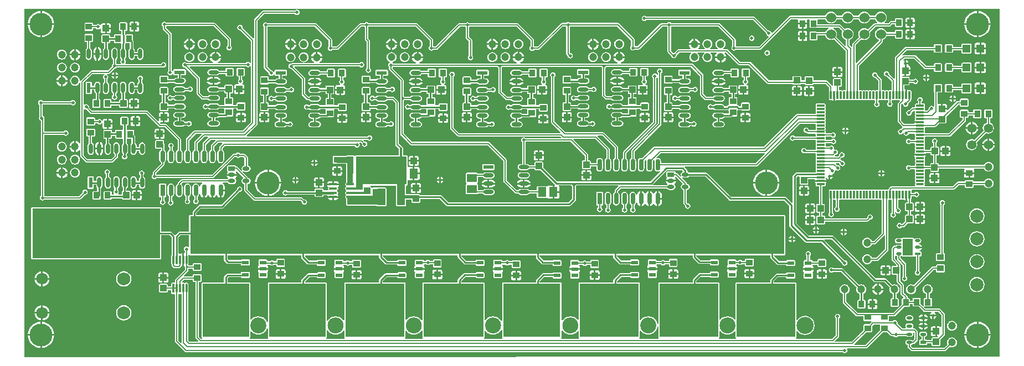
<source format=gtl>
G04 Layer_Physical_Order=1*
G04 Layer_Color=255*
%FSLAX24Y24*%
%MOIN*%
G70*
G01*
G75*
%ADD10C,0.0118*%
%ADD11C,0.0079*%
%ADD12C,0.0177*%
%ADD13R,0.0394X0.0394*%
%ADD14R,0.0354X0.0394*%
%ADD15R,0.0394X0.0354*%
%ADD16O,0.0630X0.0236*%
%ADD17R,0.0630X0.0236*%
%ADD18R,0.0394X0.0394*%
%ADD19O,0.0236X0.0630*%
%ADD20R,0.0236X0.0630*%
%ADD21O,0.0283X0.0701*%
%ADD22R,0.0283X0.0701*%
%ADD23R,0.0417X0.0256*%
%ADD24O,0.0417X0.0256*%
%ADD25R,0.0413X0.0236*%
%ADD26R,0.1339X0.0512*%
%ADD27R,0.0512X0.1339*%
%ADD28R,0.0480X0.0157*%
%ADD29O,0.0480X0.0157*%
%ADD30R,0.0472X0.0984*%
%ADD31R,0.0512X0.0591*%
%ADD32O,0.0610X0.0236*%
%ADD33R,0.0610X0.0236*%
%ADD34R,0.0591X0.0512*%
%ADD35R,0.0472X0.0472*%
%ADD36R,0.0335X0.0177*%
%ADD37O,0.0335X0.0177*%
%ADD38O,0.0354X0.0197*%
%ADD39R,0.0354X0.0197*%
%ADD40O,0.0118X0.0571*%
%ADD41R,0.0118X0.0571*%
%ADD42R,0.0118X0.0472*%
%ADD43R,0.0472X0.0118*%
%ADD44O,0.0472X0.0118*%
%ADD45C,0.0080*%
%ADD46C,0.0120*%
%ADD47C,0.0100*%
%ADD48C,0.1400*%
%ADD49C,0.0158*%
%ADD50C,0.0360*%
%ADD51C,0.0355*%
%ADD52C,0.0200*%
%ADD53C,0.0480*%
%ADD54R,0.0630X0.0984*%
%ADD55R,0.0360X0.1000*%
%ADD56R,0.0350X0.1160*%
%ADD57R,0.1390X0.0540*%
%ADD58R,0.1370X0.0160*%
%ADD59R,0.0900X0.0180*%
%ADD60R,0.0410X0.2000*%
%ADD61R,0.1270X0.0570*%
%ADD62R,0.0770X0.0960*%
%ADD63R,0.2794X0.1680*%
%ADD64R,0.7700X0.3020*%
%ADD65R,3.5750X0.2300*%
%ADD66R,0.2786X0.3240*%
%ADD67R,0.3400X0.3240*%
%ADD68R,0.3550X0.3240*%
%ADD69R,0.3600X0.3240*%
%ADD70R,0.3450X0.3240*%
%ADD71R,0.3531X0.3240*%
%ADD72R,0.3530X0.3240*%
%ADD73C,0.0472*%
%ADD74C,0.1378*%
%ADD75C,0.0709*%
%ADD76C,0.0600*%
%ADD77C,0.0550*%
%ADD78O,0.0925X0.0886*%
%ADD79C,0.0886*%
%ADD80C,0.0787*%
%ADD81C,0.0200*%
G36*
X69990Y10020D02*
X69986Y10010D01*
X11315Y9980D01*
X11280Y10015D01*
Y30990D01*
X11284Y31000D01*
X69990D01*
Y10020D01*
D02*
G37*
%LPC*%
G36*
X28961Y20833D02*
X28815D01*
X28776Y20825D01*
X28742Y20803D01*
X28720Y20770D01*
X28713Y20731D01*
Y20584D01*
X28961D01*
Y20833D01*
D02*
G37*
G36*
X29208D02*
X29061D01*
Y20584D01*
X29310D01*
Y20731D01*
X29302Y20770D01*
X29280Y20803D01*
X29247Y20825D01*
X29208Y20833D01*
D02*
G37*
G36*
X25900Y21288D02*
X25795Y21278D01*
X25647Y21232D01*
X25510Y21159D01*
X25389Y21061D01*
X25291Y20940D01*
X25218Y20803D01*
X25172Y20655D01*
X25162Y20550D01*
X25900D01*
Y21288D01*
D02*
G37*
G36*
X26000D02*
Y20550D01*
X26738D01*
X26728Y20655D01*
X26682Y20803D01*
X26609Y20940D01*
X26511Y21061D01*
X26390Y21159D01*
X26253Y21232D01*
X26105Y21278D01*
X26000Y21288D01*
D02*
G37*
G36*
X45401Y20908D02*
X45152D01*
Y20659D01*
X45299D01*
X45338Y20667D01*
X45371Y20689D01*
X45393Y20722D01*
X45401Y20761D01*
Y20908D01*
D02*
G37*
G36*
X35063Y21010D02*
X34755D01*
Y20663D01*
X34961D01*
X35000Y20671D01*
X35033Y20693D01*
X35055Y20726D01*
X35063Y20765D01*
Y21010D01*
D02*
G37*
G36*
X18344Y21240D02*
X18282Y21228D01*
X18229Y21192D01*
X18194Y21140D01*
X18181Y21077D01*
X18194Y21015D01*
X18229Y20962D01*
X18232Y20960D01*
Y20838D01*
X18195Y20782D01*
X18181Y20713D01*
Y20614D01*
X18029D01*
Y20713D01*
X18015Y20782D01*
X17975Y20841D01*
X17916Y20881D01*
X17847Y20895D01*
X17777Y20881D01*
X17719Y20841D01*
X17679Y20782D01*
X17665Y20713D01*
Y20319D01*
X17679Y20250D01*
X17719Y20191D01*
X17777Y20151D01*
X17847Y20138D01*
X17916Y20151D01*
X17975Y20191D01*
X18015Y20250D01*
X18029Y20319D01*
Y20389D01*
X18181D01*
Y20319D01*
X18195Y20250D01*
X18234Y20191D01*
X18293Y20151D01*
X18363Y20138D01*
X18432Y20151D01*
X18491Y20191D01*
X18530Y20250D01*
X18544Y20319D01*
Y20713D01*
X18530Y20782D01*
X18491Y20841D01*
X18456Y20864D01*
Y20960D01*
X18460Y20962D01*
X18495Y21015D01*
X18507Y21077D01*
X18495Y21140D01*
X18460Y21192D01*
X18407Y21228D01*
X18344Y21240D01*
D02*
G37*
G36*
X45052Y20908D02*
X44804D01*
Y20761D01*
X44811Y20722D01*
X44833Y20689D01*
X44867Y20667D01*
X44906Y20659D01*
X45052D01*
Y20908D01*
D02*
G37*
G36*
X41524Y20674D02*
X41387D01*
Y20502D01*
X41737D01*
X41730Y20537D01*
X41682Y20609D01*
X41610Y20657D01*
X41524Y20674D01*
D02*
G37*
G36*
X36494Y20620D02*
X36350D01*
Y20476D01*
X36378Y20482D01*
X36444Y20526D01*
X36488Y20592D01*
X36494Y20620D01*
D02*
G37*
G36*
X66010Y20735D02*
X65761D01*
Y20588D01*
X65769Y20549D01*
X65791Y20516D01*
X65824Y20494D01*
X65863Y20486D01*
X66010D01*
Y20735D01*
D02*
G37*
G36*
X27784Y20610D02*
X27640D01*
Y20466D01*
X27668Y20472D01*
X27734Y20516D01*
X27778Y20582D01*
X27784Y20610D01*
D02*
G37*
G36*
X36250Y20620D02*
X36106D01*
X36112Y20592D01*
X36156Y20526D01*
X36222Y20482D01*
X36250Y20476D01*
Y20620D01*
D02*
G37*
G36*
X39398Y20674D02*
X39261D01*
Y20502D01*
X39611D01*
X39604Y20537D01*
X39556Y20609D01*
X39484Y20657D01*
X39398Y20674D01*
D02*
G37*
G36*
X41287D02*
X41150D01*
X41065Y20657D01*
X40993Y20609D01*
X40945Y20537D01*
X40938Y20502D01*
X41287D01*
Y20674D01*
D02*
G37*
G36*
X66359Y20735D02*
X66110D01*
Y20486D01*
X66257D01*
X66296Y20494D01*
X66329Y20516D01*
X66351Y20549D01*
X66359Y20588D01*
Y20735D01*
D02*
G37*
G36*
X39161Y20674D02*
X39024D01*
X38939Y20657D01*
X38867Y20609D01*
X38819Y20537D01*
X38812Y20502D01*
X39161D01*
Y20674D01*
D02*
G37*
G36*
X59934Y20850D02*
X59790D01*
Y20706D01*
X59818Y20712D01*
X59884Y20756D01*
X59928Y20822D01*
X59934Y20850D01*
D02*
G37*
G36*
X66257Y21084D02*
X66110D01*
Y20835D01*
X66359D01*
Y20982D01*
X66351Y21021D01*
X66329Y21054D01*
X66296Y21076D01*
X66257Y21084D01*
D02*
G37*
G36*
X62810Y21020D02*
X62666D01*
X62672Y20992D01*
X62716Y20926D01*
X62782Y20882D01*
X62810Y20876D01*
Y21020D01*
D02*
G37*
G36*
X14323Y21405D02*
X14246Y21395D01*
X14174Y21365D01*
X14112Y21318D01*
X14065Y21256D01*
X14035Y21184D01*
X14025Y21107D01*
X14035Y21029D01*
X14065Y20957D01*
X14112Y20895D01*
X14174Y20848D01*
X14246Y20818D01*
X14323Y20808D01*
X14401Y20818D01*
X14473Y20848D01*
X14535Y20895D01*
X14582Y20957D01*
X14612Y21029D01*
X14622Y21107D01*
X14612Y21184D01*
X14582Y21256D01*
X14535Y21318D01*
X14473Y21365D01*
X14401Y21395D01*
X14323Y21405D01*
D02*
G37*
G36*
X66010Y21084D02*
X65863D01*
X65824Y21076D01*
X65791Y21054D01*
X65769Y21021D01*
X65761Y20982D01*
Y20835D01*
X66010D01*
Y21084D01*
D02*
G37*
G36*
X30399Y21165D02*
X30150D01*
Y20936D01*
X30297D01*
X30336Y20944D01*
X30369Y20966D01*
X30391Y20999D01*
X30399Y21038D01*
Y21165D01*
D02*
G37*
G36*
X45052Y21257D02*
X44906D01*
X44867Y21249D01*
X44833Y21227D01*
X44811Y21194D01*
X44804Y21155D01*
Y21008D01*
X45052D01*
Y21257D01*
D02*
G37*
G36*
X63054Y21020D02*
X62910D01*
Y20876D01*
X62938Y20882D01*
X63004Y20926D01*
X63048Y20992D01*
X63054Y21020D01*
D02*
G37*
G36*
X30050Y21165D02*
X29801D01*
Y21038D01*
X29809Y20999D01*
X29831Y20966D01*
X29864Y20944D01*
X29903Y20936D01*
X30050D01*
Y21165D01*
D02*
G37*
G36*
X68449Y21035D02*
X68200D01*
Y20806D01*
X68347D01*
X68386Y20813D01*
X68419Y20835D01*
X68441Y20868D01*
X68449Y20907D01*
Y21035D01*
D02*
G37*
G36*
X36250Y20864D02*
X36222Y20858D01*
X36156Y20814D01*
X36112Y20748D01*
X36106Y20720D01*
X36250D01*
Y20864D01*
D02*
G37*
G36*
X36350D02*
Y20720D01*
X36494D01*
X36488Y20748D01*
X36444Y20814D01*
X36378Y20858D01*
X36350Y20864D01*
D02*
G37*
G36*
X27540Y20854D02*
X27512Y20848D01*
X27446Y20804D01*
X27402Y20738D01*
X27396Y20710D01*
X27540D01*
Y20854D01*
D02*
G37*
G36*
X27640D02*
Y20710D01*
X27784D01*
X27778Y20738D01*
X27734Y20804D01*
X27668Y20848D01*
X27640Y20854D01*
D02*
G37*
G36*
X13868Y21057D02*
X13586D01*
Y20774D01*
X13624Y20779D01*
X13705Y20813D01*
X13776Y20867D01*
X13830Y20937D01*
X13863Y21019D01*
X13868Y21057D01*
D02*
G37*
G36*
X68100Y21035D02*
X67851D01*
Y20907D01*
X67859Y20868D01*
X67881Y20835D01*
X67914Y20813D01*
X67953Y20806D01*
X68100D01*
Y21035D01*
D02*
G37*
G36*
X41524Y21133D02*
X41150D01*
X41081Y21120D01*
X41022Y21080D01*
X40983Y21021D01*
X40969Y20952D01*
X40983Y20882D01*
X41022Y20823D01*
X41081Y20784D01*
X41150Y20770D01*
X41524D01*
X41594Y20784D01*
X41653Y20823D01*
X41692Y20882D01*
X41706Y20952D01*
X41692Y21021D01*
X41653Y21080D01*
X41594Y21120D01*
X41524Y21133D01*
D02*
G37*
G36*
X13486Y21057D02*
X13203D01*
X13208Y21019D01*
X13242Y20937D01*
X13296Y20867D01*
X13366Y20813D01*
X13448Y20779D01*
X13486Y20774D01*
Y21057D01*
D02*
G37*
G36*
X58499Y19980D02*
X58250D01*
Y19731D01*
X58397D01*
X58436Y19739D01*
X58469Y19761D01*
X58491Y19794D01*
X58499Y19833D01*
Y19980D01*
D02*
G37*
G36*
X48352Y19990D02*
X48308Y19981D01*
X48228Y19928D01*
X48175Y19848D01*
X48156Y19754D01*
X48108D01*
X48092Y19832D01*
X48048Y19899D01*
X47981Y19944D01*
X47902Y19959D01*
X47824Y19944D01*
X47757Y19899D01*
X47712Y19832D01*
X47697Y19754D01*
Y19336D01*
X47712Y19258D01*
X47757Y19191D01*
X47800Y19162D01*
Y18984D01*
X47787Y18975D01*
X47752Y18922D01*
X47739Y18860D01*
X47752Y18798D01*
X47787Y18745D01*
X47840Y18709D01*
X47902Y18697D01*
X47965Y18709D01*
X48018Y18745D01*
X48053Y18798D01*
X48066Y18860D01*
X48053Y18922D01*
X48018Y18975D01*
X48004Y18984D01*
Y19162D01*
X48048Y19191D01*
X48092Y19258D01*
X48108Y19336D01*
X48156D01*
X48175Y19242D01*
X48228Y19162D01*
X48308Y19109D01*
X48352Y19100D01*
Y19545D01*
Y19990D01*
D02*
G37*
G36*
X26738Y20450D02*
X26000D01*
Y19712D01*
X26105Y19722D01*
X26253Y19768D01*
X26390Y19841D01*
X26511Y19939D01*
X26609Y20060D01*
X26682Y20197D01*
X26728Y20345D01*
X26738Y20450D01*
D02*
G37*
G36*
X58150Y19980D02*
X57901D01*
Y19833D01*
X57909Y19794D01*
X57931Y19761D01*
X57964Y19739D01*
X58003Y19731D01*
X58150D01*
Y19980D01*
D02*
G37*
G36*
X18232Y20059D02*
X18085D01*
Y19810D01*
X18334D01*
Y19957D01*
X18326Y19996D01*
X18304Y20029D01*
X18271Y20051D01*
X18232Y20059D01*
D02*
G37*
G36*
X34800Y20135D02*
X34551D01*
Y19988D01*
X34559Y19949D01*
X34581Y19916D01*
X34614Y19894D01*
X34653Y19886D01*
X34800D01*
Y20135D01*
D02*
G37*
G36*
X17331Y20895D02*
X17262Y20881D01*
X17203Y20841D01*
X17163Y20782D01*
X17150Y20713D01*
Y20319D01*
X17163Y20250D01*
X17201Y20194D01*
Y20019D01*
X17162Y20003D01*
X17143Y19957D01*
Y19791D01*
X16945D01*
X16923Y19841D01*
X16948Y19877D01*
X16960Y19940D01*
X16948Y20002D01*
X16912Y20055D01*
X16899Y20064D01*
Y20161D01*
X16944Y20191D01*
X16983Y20250D01*
X16997Y20319D01*
Y20713D01*
X16983Y20782D01*
X16944Y20841D01*
X16885Y20881D01*
X16815Y20895D01*
X16746Y20881D01*
X16687Y20841D01*
X16648Y20782D01*
X16634Y20713D01*
Y20319D01*
X16648Y20250D01*
X16687Y20191D01*
X16695Y20185D01*
Y20064D01*
X16682Y20055D01*
X16646Y20002D01*
X16634Y19940D01*
X16646Y19877D01*
X16671Y19841D01*
X16649Y19791D01*
X16537D01*
Y19937D01*
X16518Y19983D01*
X16472Y20002D01*
X16117D01*
X16072Y19983D01*
X16053Y19937D01*
Y19543D01*
X16072Y19497D01*
X16117Y19478D01*
X16472D01*
X16518Y19497D01*
X16537Y19543D01*
Y19567D01*
X17143D01*
Y19563D01*
X17162Y19517D01*
X17208Y19498D01*
X17602D01*
X17648Y19517D01*
X17667Y19563D01*
Y19957D01*
X17648Y20003D01*
X17602Y20022D01*
X17425D01*
Y20168D01*
X17460Y20191D01*
X17499Y20250D01*
X17513Y20319D01*
Y20713D01*
X17499Y20782D01*
X17460Y20841D01*
X17401Y20881D01*
X17331Y20895D01*
D02*
G37*
G36*
X17985Y20059D02*
X17838D01*
X17799Y20051D01*
X17766Y20029D01*
X17744Y19996D01*
X17736Y19957D01*
Y19810D01*
X17985D01*
Y20059D01*
D02*
G37*
G36*
X25900Y20450D02*
X25162D01*
X25172Y20345D01*
X25218Y20197D01*
X25291Y20060D01*
X25389Y19939D01*
X25510Y19841D01*
X25647Y19768D01*
X25795Y19722D01*
X25900Y19712D01*
Y20450D01*
D02*
G37*
G36*
X29810Y19598D02*
X29526D01*
X29530Y19578D01*
X29570Y19519D01*
X29629Y19480D01*
X29699Y19466D01*
X29810D01*
Y19598D01*
D02*
G37*
G36*
X30194D02*
X29910D01*
Y19466D01*
X30021D01*
X30091Y19480D01*
X30150Y19519D01*
X30190Y19578D01*
X30194Y19598D01*
D02*
G37*
G36*
X17985Y19710D02*
X17736D01*
Y19563D01*
X17744Y19524D01*
X17766Y19491D01*
X17799Y19469D01*
X17838Y19461D01*
X17985D01*
Y19710D01*
D02*
G37*
G36*
X18334D02*
X18085D01*
Y19461D01*
X18232D01*
X18271Y19469D01*
X18304Y19491D01*
X18326Y19524D01*
X18334Y19563D01*
Y19710D01*
D02*
G37*
G36*
X49452Y19990D02*
Y19595D01*
X49649D01*
Y19754D01*
X49630Y19848D01*
X49577Y19928D01*
X49497Y19981D01*
X49452Y19990D01*
D02*
G37*
G36*
X23346Y20000D02*
X23150D01*
Y19605D01*
X23194Y19614D01*
X23274Y19667D01*
X23328Y19747D01*
X23346Y19841D01*
Y20000D01*
D02*
G37*
G36*
X15386Y20896D02*
X15150D01*
X15104Y20877D01*
X15085Y20831D01*
Y20201D01*
X15104Y20155D01*
X15150Y20136D01*
X15386D01*
X15432Y20155D01*
X15451Y20201D01*
Y20389D01*
X15602D01*
Y20319D01*
X15616Y20250D01*
X15653Y20194D01*
Y20002D01*
X15448D01*
X15402Y19983D01*
X15383Y19937D01*
Y19543D01*
X15402Y19497D01*
X15448Y19478D01*
X15803D01*
X15848Y19497D01*
X15867Y19543D01*
Y19664D01*
X15869Y19667D01*
X15878Y19710D01*
Y20168D01*
X15912Y20191D01*
X15952Y20250D01*
X15966Y20319D01*
Y20713D01*
X15952Y20782D01*
X15912Y20841D01*
X15853Y20881D01*
X15784Y20895D01*
X15714Y20881D01*
X15656Y20841D01*
X15616Y20782D01*
X15602Y20713D01*
Y20614D01*
X15451D01*
Y20831D01*
X15432Y20877D01*
X15386Y20896D01*
D02*
G37*
G36*
X43473Y19890D02*
X43165D01*
Y19543D01*
X43371D01*
X43410Y19551D01*
X43443Y19573D01*
X43465Y19606D01*
X43473Y19645D01*
Y19890D01*
D02*
G37*
G36*
X35149Y20135D02*
X34900D01*
Y19886D01*
X35047D01*
X35086Y19894D01*
X35119Y19916D01*
X35141Y19949D01*
X35149Y19988D01*
Y20135D01*
D02*
G37*
G36*
X28961Y20484D02*
X28713D01*
Y20337D01*
X28720Y20298D01*
X28742Y20265D01*
X28776Y20243D01*
X28815Y20235D01*
X28961D01*
Y20484D01*
D02*
G37*
G36*
X29310D02*
X29061D01*
Y20235D01*
X29208D01*
X29247Y20243D01*
X29280Y20265D01*
X29302Y20298D01*
X29310Y20337D01*
Y20484D01*
D02*
G37*
G36*
X34800Y20484D02*
X34653D01*
X34614Y20476D01*
X34581Y20454D01*
X34559Y20421D01*
X34551Y20382D01*
Y20235D01*
X34800D01*
Y20484D01*
D02*
G37*
G36*
X35047D02*
X34900D01*
Y20235D01*
X35149D01*
Y20382D01*
X35141Y20421D01*
X35119Y20454D01*
X35086Y20476D01*
X35047Y20484D01*
D02*
G37*
G36*
X30100Y20597D02*
X29910D01*
Y20466D01*
X30202D01*
Y20495D01*
X30194Y20534D01*
X30172Y20567D01*
X30139Y20589D01*
X30100Y20597D01*
D02*
G37*
G36*
X27540Y20610D02*
X27396D01*
X27402Y20582D01*
X27446Y20516D01*
X27512Y20472D01*
X27540Y20466D01*
Y20610D01*
D02*
G37*
G36*
X24063Y20930D02*
X23457D01*
X23465Y20891D01*
X23515Y20816D01*
X23528Y20807D01*
X23534Y20749D01*
X23510Y20722D01*
X20780D01*
X20741Y20714D01*
X20708Y20692D01*
X20528Y20512D01*
X20506Y20479D01*
X20498Y20440D01*
Y20433D01*
X20455Y20404D01*
X20410Y20337D01*
X20394Y20259D01*
Y19841D01*
X20410Y19763D01*
X20455Y19696D01*
X20521Y19651D01*
X20600Y19636D01*
X20679Y19651D01*
X20745Y19696D01*
X20790Y19763D01*
X20806Y19841D01*
Y20259D01*
X20790Y20337D01*
X20745Y20404D01*
X20742Y20438D01*
X20822Y20518D01*
X21963D01*
X21978Y20468D01*
X21926Y20433D01*
X21872Y20353D01*
X21854Y20259D01*
X21806D01*
X21790Y20337D01*
X21745Y20404D01*
X21679Y20449D01*
X21600Y20464D01*
X21521Y20449D01*
X21455Y20404D01*
X21410Y20337D01*
X21394Y20259D01*
Y19841D01*
X21410Y19763D01*
X21455Y19696D01*
X21498Y19667D01*
Y19502D01*
X21488Y19495D01*
X21453Y19442D01*
X21441Y19380D01*
X21453Y19318D01*
X21488Y19265D01*
X21541Y19229D01*
X21604Y19217D01*
X21666Y19229D01*
X21719Y19265D01*
X21754Y19318D01*
X21767Y19380D01*
X21754Y19442D01*
X21719Y19495D01*
X21702Y19507D01*
Y19667D01*
X21745Y19696D01*
X21790Y19763D01*
X21806Y19841D01*
X21854D01*
X21872Y19747D01*
X21926Y19667D01*
X22006Y19614D01*
X22050Y19605D01*
Y20050D01*
X22150D01*
Y19605D01*
X22194Y19614D01*
X22274Y19667D01*
X22323Y19740D01*
X22350Y19744D01*
X22377Y19740D01*
X22426Y19667D01*
X22506Y19614D01*
X22550Y19605D01*
Y20050D01*
X22650D01*
Y19605D01*
X22694Y19614D01*
X22774Y19667D01*
X22823Y19740D01*
X22850Y19744D01*
X22877Y19740D01*
X22926Y19667D01*
X23006Y19614D01*
X23050Y19605D01*
Y20050D01*
X23100D01*
Y20100D01*
X23346D01*
Y20259D01*
X23328Y20353D01*
X23274Y20433D01*
X23222Y20468D01*
X23237Y20518D01*
X23512D01*
X23544Y20470D01*
X23606Y20429D01*
X23679Y20414D01*
X23841D01*
X23914Y20429D01*
X23976Y20470D01*
X24018Y20533D01*
X24032Y20606D01*
X24018Y20679D01*
X23979Y20738D01*
X23973Y20753D01*
Y20794D01*
X24005Y20816D01*
X24055Y20891D01*
X24063Y20930D01*
D02*
G37*
G36*
X29810Y20597D02*
X29620D01*
X29581Y20589D01*
X29548Y20567D01*
X29526Y20534D01*
X29518Y20495D01*
Y20466D01*
X29810D01*
Y20597D01*
D02*
G37*
G36*
X41737Y20402D02*
X41387D01*
Y20230D01*
X41524D01*
X41610Y20246D01*
X41682Y20295D01*
X41730Y20367D01*
X41737Y20402D01*
D02*
G37*
G36*
X58150Y20329D02*
X58003D01*
X57964Y20321D01*
X57931Y20299D01*
X57909Y20266D01*
X57901Y20227D01*
Y20080D01*
X58150D01*
Y20329D01*
D02*
G37*
G36*
X58397D02*
X58250D01*
Y20080D01*
X58499D01*
Y20227D01*
X58491Y20266D01*
X58469Y20299D01*
X58436Y20321D01*
X58397Y20329D01*
D02*
G37*
G36*
X24230Y20273D02*
X24168Y20261D01*
X24115Y20225D01*
X24079Y20172D01*
X24068Y20117D01*
X23134Y19182D01*
X21860D01*
X21817Y19174D01*
X21781Y19149D01*
X21781Y19149D01*
X21432Y18801D01*
X21408Y18764D01*
X21399Y18721D01*
X21399Y18721D01*
Y18565D01*
X21260D01*
X21214Y18546D01*
X21195Y18500D01*
Y18140D01*
X21191Y18129D01*
Y17562D01*
X20623D01*
X20580Y17554D01*
X20544Y17529D01*
X20544Y17529D01*
X20378Y17363D01*
X20353Y17358D01*
X20331Y17358D01*
X20313Y17364D01*
X20147Y17529D01*
X20111Y17554D01*
X20068Y17562D01*
X20068Y17562D01*
X19525D01*
Y18970D01*
X19506Y19016D01*
X19460Y19035D01*
X11760D01*
X11714Y19016D01*
X11695Y18970D01*
Y15950D01*
X11714Y15904D01*
X11760Y15885D01*
X19460D01*
X19506Y15904D01*
X19525Y15950D01*
Y17338D01*
X20022D01*
X20134Y17225D01*
Y16143D01*
X20125Y16096D01*
Y15644D01*
X20134Y15597D01*
X20144Y15582D01*
Y15524D01*
X20152Y15485D01*
X20174Y15452D01*
X20258Y15368D01*
X20291Y15346D01*
X20330Y15338D01*
X20570D01*
X20609Y15346D01*
X20642Y15368D01*
X20712Y15438D01*
X20734Y15471D01*
X20787Y15490D01*
Y15870D01*
Y16249D01*
X20775Y16246D01*
X20722Y16211D01*
X20710Y16193D01*
X20686Y16209D01*
X20640Y16218D01*
X20605Y16211D01*
X20555Y16239D01*
Y17224D01*
X20670Y17338D01*
X21191D01*
Y16791D01*
X21195Y16780D01*
Y16637D01*
X21165Y16623D01*
X21145Y16618D01*
X21096Y16651D01*
X21034Y16663D01*
X20971Y16651D01*
X20918Y16615D01*
X20883Y16562D01*
X20871Y16500D01*
X20883Y16438D01*
X20918Y16385D01*
X20932Y16376D01*
Y16280D01*
X20887Y16253D01*
Y15870D01*
Y15489D01*
X20924Y15467D01*
X20934Y15457D01*
Y15258D01*
X20371Y14695D01*
X20349Y14662D01*
X20341Y14623D01*
Y14512D01*
X20305Y14488D01*
X20187D01*
X20141Y14469D01*
X20122Y14423D01*
Y14240D01*
X19902D01*
Y14352D01*
X19883Y14398D01*
X19837Y14417D01*
X19673D01*
X19669Y14419D01*
X19630Y14427D01*
X19591Y14419D01*
X19587Y14417D01*
X19443D01*
X19397Y14398D01*
X19378Y14352D01*
Y13958D01*
X19397Y13912D01*
X19443Y13893D01*
X19837D01*
X19883Y13912D01*
X19902Y13958D01*
Y14036D01*
X20122D01*
Y13852D01*
X20141Y13806D01*
X20187Y13787D01*
X20305D01*
X20341Y13763D01*
Y10947D01*
X20349Y10908D01*
X20371Y10875D01*
X20938Y10308D01*
X20971Y10286D01*
X21010Y10278D01*
X60532D01*
X60535Y10275D01*
X60588Y10239D01*
X60650Y10227D01*
X60712Y10239D01*
X60765Y10275D01*
X60801Y10328D01*
X60813Y10390D01*
X60801Y10452D01*
X60784Y10478D01*
X60810Y10528D01*
X61945D01*
X61984Y10536D01*
X62017Y10558D01*
X62952Y11493D01*
X63213D01*
X63410Y11296D01*
X63443Y11274D01*
X63482Y11266D01*
X63586D01*
X63615Y11223D01*
X63668Y11187D01*
X63730Y11175D01*
X63792Y11187D01*
X63845Y11223D01*
X63874Y11266D01*
X64352D01*
X64360Y11254D01*
X64413Y11219D01*
X64474Y11206D01*
X64632D01*
X64694Y11219D01*
X64746Y11254D01*
X64781Y11306D01*
X64794Y11368D01*
X64781Y11430D01*
X64776Y11438D01*
X64798Y11494D01*
X64810Y11497D01*
X64848Y11465D01*
Y11082D01*
X64755Y10989D01*
X64746Y10990D01*
X64694Y11025D01*
X64632Y11037D01*
X64474D01*
X64413Y11025D01*
X64360Y10990D01*
X64325Y10938D01*
X64313Y10876D01*
X64325Y10814D01*
X64360Y10762D01*
X64413Y10727D01*
X64451Y10719D01*
Y10607D01*
X64459Y10568D01*
X64481Y10535D01*
X64638Y10378D01*
X64671Y10356D01*
X64710Y10348D01*
X66680D01*
X66719Y10356D01*
X66752Y10378D01*
X66985Y10611D01*
X67033Y10591D01*
X67110Y10581D01*
X67187Y10591D01*
X67259Y10621D01*
X67321Y10669D01*
X67369Y10731D01*
X67399Y10803D01*
X67409Y10880D01*
X67399Y10957D01*
X67369Y11029D01*
X67321Y11091D01*
X67259Y11139D01*
X67187Y11169D01*
X67110Y11179D01*
X67033Y11169D01*
X66961Y11139D01*
X66899Y11091D01*
X66851Y11029D01*
X66821Y10957D01*
X66811Y10880D01*
X66821Y10803D01*
X66841Y10755D01*
X66638Y10552D01*
X64752D01*
X64655Y10649D01*
Y10719D01*
X64694Y10727D01*
X64746Y10762D01*
X64754Y10774D01*
X64786D01*
X64825Y10782D01*
X64858Y10804D01*
X65022Y10968D01*
X65044Y11001D01*
X65052Y11040D01*
Y11510D01*
X65044Y11549D01*
X65022Y11582D01*
X64911Y11694D01*
X64877Y11716D01*
X64838Y11724D01*
X64791D01*
X64765Y11774D01*
X64781Y11798D01*
X64794Y11860D01*
X64781Y11922D01*
X64746Y11974D01*
X64694Y12009D01*
X64632Y12022D01*
X64474D01*
X64413Y12009D01*
X64360Y11974D01*
X64325Y11922D01*
X64313Y11860D01*
X64325Y11798D01*
X64342Y11774D01*
X64315Y11724D01*
X64131D01*
X63824Y12030D01*
X63831Y12063D01*
X63818Y12125D01*
X63783Y12178D01*
X63730Y12213D01*
X63667Y12226D01*
X63605Y12213D01*
X63552Y12178D01*
X63536Y12154D01*
X63331D01*
X63302Y12204D01*
X63312Y12227D01*
Y12438D01*
X63610D01*
X63649Y12446D01*
X63682Y12468D01*
X64242Y13028D01*
X64512D01*
X64558Y13047D01*
X64577Y13093D01*
Y13180D01*
X64743D01*
Y13103D01*
X64762Y13057D01*
X64808Y13038D01*
X65103D01*
X65393Y12748D01*
X65426Y12726D01*
X65465Y12718D01*
X65861D01*
X65876Y12668D01*
X65826Y12634D01*
X65782Y12568D01*
X65776Y12540D01*
X66164D01*
X66158Y12568D01*
X66114Y12634D01*
X66064Y12668D01*
X66079Y12718D01*
X66288D01*
X66478Y12528D01*
Y11813D01*
X66428Y11798D01*
X66418Y11812D01*
X66385Y11835D01*
X66346Y11842D01*
X66200D01*
Y11544D01*
Y11245D01*
X66238D01*
X66263Y11195D01*
X66248Y11175D01*
X65953D01*
X65907Y11156D01*
X65888Y11110D01*
Y11016D01*
X65605D01*
X65603Y11020D01*
X65557Y11039D01*
X65491D01*
Y11213D01*
X65521Y11219D01*
X65573Y11254D01*
X65608Y11306D01*
X65620Y11368D01*
X65608Y11430D01*
X65573Y11482D01*
X65521Y11517D01*
X65459Y11529D01*
X65301D01*
X65239Y11517D01*
X65187Y11482D01*
X65152Y11430D01*
X65140Y11368D01*
X65152Y11306D01*
X65187Y11254D01*
X65239Y11219D01*
X65288Y11209D01*
Y11039D01*
X65203D01*
X65157Y11020D01*
X65138Y10974D01*
Y10777D01*
X65157Y10731D01*
X65203Y10712D01*
X65557D01*
X65603Y10731D01*
X65622Y10777D01*
Y10812D01*
X65888D01*
Y10717D01*
X65907Y10671D01*
X65953Y10652D01*
X66346D01*
X66392Y10671D01*
X66411Y10717D01*
Y11031D01*
X66652Y11272D01*
X66674Y11305D01*
X66682Y11344D01*
Y12570D01*
X66674Y12609D01*
X66652Y12642D01*
X66402Y12892D01*
X66369Y12914D01*
X66330Y12922D01*
X65508D01*
X65423Y13007D01*
X65451Y13049D01*
X65458Y13046D01*
X65477Y13038D01*
X65832D01*
X65878Y13057D01*
X65897Y13103D01*
Y13497D01*
X65878Y13543D01*
X65832Y13562D01*
X65763D01*
Y13806D01*
X65799Y13821D01*
X65861Y13869D01*
X65909Y13931D01*
X65939Y14003D01*
X65949Y14080D01*
X65939Y14157D01*
X65909Y14229D01*
X65861Y14291D01*
X65799Y14339D01*
X65727Y14369D01*
X65650Y14379D01*
X65573Y14369D01*
X65501Y14339D01*
X65439Y14291D01*
X65391Y14229D01*
X65361Y14157D01*
X65351Y14080D01*
X65361Y14003D01*
X65391Y13931D01*
X65439Y13869D01*
X65501Y13821D01*
X65538Y13806D01*
Y13562D01*
X65477D01*
X65432Y13543D01*
X65413Y13497D01*
Y13103D01*
X65420Y13084D01*
X65423Y13077D01*
X65381Y13048D01*
X65227Y13202D01*
Y13497D01*
X65208Y13543D01*
X65163Y13562D01*
X64808D01*
X64762Y13543D01*
X64743Y13497D01*
Y13384D01*
X64577D01*
Y13487D01*
X64558Y13533D01*
X64512Y13552D01*
X64437D01*
Y13605D01*
X64429Y13644D01*
X64407Y13677D01*
X64212Y13872D01*
Y14330D01*
X64204Y14369D01*
X64182Y14402D01*
X63997Y14587D01*
Y15010D01*
X64007Y15033D01*
Y15427D01*
X63997Y15450D01*
Y15565D01*
X63989Y15604D01*
X63967Y15637D01*
X63672Y15932D01*
Y16084D01*
X63688Y16095D01*
X63722Y16106D01*
X63762Y16080D01*
X63796Y16073D01*
Y15932D01*
X63804Y15893D01*
X63826Y15860D01*
X64158Y15528D01*
Y14854D01*
X64145Y14845D01*
X64109Y14792D01*
X64097Y14730D01*
X64109Y14668D01*
X64145Y14615D01*
X64198Y14579D01*
X64260Y14567D01*
X64322Y14579D01*
X64375Y14615D01*
X64411Y14668D01*
X64423Y14730D01*
X64411Y14792D01*
X64375Y14845D01*
X64362Y14854D01*
Y15570D01*
X64354Y15609D01*
X64332Y15642D01*
X64000Y15974D01*
Y16073D01*
X64035Y16080D01*
X64047Y16088D01*
X64089Y16076D01*
X64134Y16057D01*
X64764D01*
X64810Y16076D01*
X64862Y16071D01*
X64873Y16066D01*
X64938D01*
Y15204D01*
X64925Y15195D01*
X64889Y15142D01*
X64877Y15080D01*
X64889Y15018D01*
X64925Y14965D01*
X64978Y14929D01*
X65040Y14917D01*
X65102Y14929D01*
X65155Y14965D01*
X65191Y15018D01*
X65203Y15080D01*
X65191Y15142D01*
X65155Y15195D01*
X65142Y15204D01*
Y16066D01*
X65207D01*
X65253Y16085D01*
X65272Y16131D01*
Y16309D01*
X65253Y16355D01*
X65207Y16374D01*
X65134D01*
X65129Y16424D01*
X65192Y16436D01*
X65255Y16478D01*
X65296Y16540D01*
X65301Y16564D01*
X65040D01*
Y16664D01*
X65301D01*
X65296Y16687D01*
X65255Y16750D01*
X65192Y16791D01*
X65119Y16806D01*
Y16856D01*
X65177Y16867D01*
X65226Y16900D01*
X65259Y16949D01*
X65270Y17007D01*
X65259Y17065D01*
X65226Y17115D01*
X65177Y17147D01*
X65119Y17159D01*
X64961D01*
X64903Y17147D01*
X64874Y17128D01*
X64820Y17139D01*
X64814Y17143D01*
X64810Y17152D01*
X64764Y17171D01*
X64134D01*
X64089Y17152D01*
X64047Y17139D01*
X64035Y17147D01*
X63977Y17159D01*
X63820D01*
X63762Y17147D01*
X63712Y17115D01*
X63680Y17065D01*
X63668Y17007D01*
X63680Y16949D01*
X63712Y16900D01*
X63762Y16867D01*
X63820Y16856D01*
X63977D01*
X64020Y16864D01*
X64070Y16835D01*
Y16786D01*
X64020Y16757D01*
X63977Y16765D01*
X63820D01*
X63762Y16754D01*
X63712Y16721D01*
X63709Y16716D01*
X63664D01*
X63625Y16708D01*
X63592Y16686D01*
X63498Y16592D01*
X63476Y16559D01*
X63468Y16520D01*
Y15890D01*
X63476Y15851D01*
X63498Y15818D01*
X63774Y15542D01*
X63753Y15492D01*
X63548D01*
X63502Y15473D01*
X63483Y15427D01*
Y15033D01*
X63502Y14987D01*
X63548Y14968D01*
X63793D01*
Y14545D01*
X63801Y14506D01*
X63823Y14473D01*
X64008Y14288D01*
Y13830D01*
X64016Y13791D01*
X64038Y13758D01*
X64194Y13602D01*
X64173Y13552D01*
X64157D01*
X64112Y13533D01*
X64093Y13487D01*
Y13167D01*
X63568Y12642D01*
X63258D01*
X63247Y12647D01*
X62853D01*
X62842Y12642D01*
X62248D01*
X62237Y12647D01*
X61843D01*
X61832Y12642D01*
X61438D01*
X60758Y13322D01*
Y13804D01*
X60799Y13821D01*
X60861Y13869D01*
X60909Y13931D01*
X60939Y14003D01*
X60949Y14080D01*
X60939Y14157D01*
X60909Y14229D01*
X60861Y14291D01*
X60799Y14339D01*
X60727Y14369D01*
X60650Y14379D01*
X60573Y14369D01*
X60501Y14339D01*
X60439Y14291D01*
X60391Y14229D01*
X60361Y14157D01*
X60351Y14080D01*
X60361Y14003D01*
X60391Y13931D01*
X60439Y13869D01*
X60501Y13821D01*
X60554Y13799D01*
Y13280D01*
X60562Y13241D01*
X60584Y13208D01*
X61324Y12468D01*
X61357Y12446D01*
X61396Y12438D01*
X61778D01*
Y12227D01*
X61797Y12182D01*
X61843Y12163D01*
X62237D01*
X62238Y12163D01*
X62285Y12128D01*
X62285Y12125D01*
X62277Y12117D01*
X62266Y12106D01*
X62138Y11977D01*
X61843D01*
X61797Y11958D01*
X61778Y11913D01*
Y11618D01*
X61072Y10912D01*
X60077D01*
X60056Y10962D01*
X60292Y11198D01*
X60314Y11231D01*
X60322Y11270D01*
Y12316D01*
X60335Y12325D01*
X60371Y12378D01*
X60383Y12440D01*
X60371Y12502D01*
X60335Y12555D01*
X60282Y12591D01*
X60220Y12603D01*
X60158Y12591D01*
X60105Y12555D01*
X60069Y12502D01*
X60057Y12440D01*
X60069Y12378D01*
X60105Y12325D01*
X60118Y12316D01*
Y11312D01*
X59898Y11092D01*
X57731D01*
X57721Y11142D01*
X57726Y11144D01*
X57745Y11190D01*
Y11567D01*
X57795Y11584D01*
X57863Y11495D01*
X57982Y11404D01*
X58120Y11346D01*
X58268Y11327D01*
X58417Y11346D01*
X58555Y11404D01*
X58674Y11495D01*
X58765Y11613D01*
X58822Y11752D01*
X58842Y11900D01*
X58822Y12048D01*
X58765Y12187D01*
X58674Y12305D01*
X58555Y12396D01*
X58417Y12454D01*
X58268Y12473D01*
X58120Y12454D01*
X57982Y12396D01*
X57863Y12305D01*
X57795Y12216D01*
X57745Y12233D01*
Y14430D01*
X57726Y14476D01*
X57680Y14495D01*
X56392D01*
Y14574D01*
X56626Y14808D01*
X57127D01*
Y14798D01*
X57146Y14752D01*
X57192Y14733D01*
X57605D01*
X57651Y14752D01*
X57670Y14798D01*
Y15034D01*
X57651Y15080D01*
X57605Y15099D01*
X57192D01*
X57146Y15080D01*
X57127Y15034D01*
Y15032D01*
X56580D01*
X56580Y15032D01*
X56537Y15024D01*
X56501Y14999D01*
X56201Y14699D01*
X56176Y14663D01*
X56168Y14620D01*
X56168Y14620D01*
Y14495D01*
X54150D01*
X54104Y14476D01*
X54085Y14430D01*
Y12261D01*
X54038Y12245D01*
X54005Y12287D01*
X53892Y12374D01*
X53760Y12429D01*
X53753Y12430D01*
X53742Y12434D01*
X53598Y12453D01*
X53455Y12434D01*
X53444Y12430D01*
X53437Y12429D01*
X53305Y12374D01*
X53192Y12287D01*
X53146Y12228D01*
X53096Y12245D01*
Y14430D01*
X53077Y14476D01*
X53032Y14495D01*
X51722D01*
Y14574D01*
X51976Y14828D01*
X52541D01*
X52556Y14792D01*
X52602Y14773D01*
X53015D01*
X53061Y14792D01*
X53080Y14838D01*
Y15074D01*
X53061Y15120D01*
X53015Y15139D01*
X52602D01*
X52556Y15120D01*
X52537Y15074D01*
Y15052D01*
X51930D01*
X51887Y15044D01*
X51851Y15019D01*
X51851Y15019D01*
X51531Y14699D01*
X51506Y14663D01*
X51498Y14620D01*
X51498Y14620D01*
Y14495D01*
X49500D01*
X49454Y14476D01*
X49435Y14430D01*
Y11985D01*
X49385Y11982D01*
X49377Y12042D01*
X49322Y12174D01*
X49235Y12287D01*
X49122Y12374D01*
X48990Y12429D01*
X48983Y12430D01*
X48972Y12434D01*
X48829Y12453D01*
X48685Y12434D01*
X48674Y12430D01*
X48667Y12429D01*
X48535Y12374D01*
X48422Y12287D01*
X48365Y12213D01*
X48315Y12230D01*
Y14430D01*
X48296Y14476D01*
X48250Y14495D01*
X46942D01*
Y14564D01*
X47206Y14828D01*
X47737D01*
X47756Y14782D01*
X47802Y14763D01*
X48215D01*
X48261Y14782D01*
X48280Y14828D01*
Y15064D01*
X48261Y15110D01*
X48215Y15129D01*
X47802D01*
X47756Y15110D01*
X47737Y15064D01*
Y15052D01*
X47160D01*
X47117Y15044D01*
X47081Y15019D01*
X47081Y15019D01*
X46751Y14689D01*
X46726Y14653D01*
X46718Y14610D01*
X46718Y14610D01*
Y14495D01*
X44700D01*
X44654Y14476D01*
X44635Y14430D01*
Y12253D01*
X44585Y12236D01*
X44545Y12287D01*
X44432Y12374D01*
X44300Y12429D01*
X44293Y12430D01*
X44282Y12434D01*
X44138Y12453D01*
X43995Y12434D01*
X43984Y12430D01*
X43977Y12429D01*
X43845Y12374D01*
X43732Y12287D01*
X43665Y12200D01*
X43615Y12217D01*
Y14430D01*
X43596Y14476D01*
X43550Y14495D01*
X42292D01*
Y14554D01*
X42566Y14828D01*
X43067D01*
Y14798D01*
X43086Y14752D01*
X43132Y14733D01*
X43545D01*
X43591Y14752D01*
X43610Y14798D01*
Y15034D01*
X43591Y15080D01*
X43545Y15099D01*
X43132D01*
X43086Y15080D01*
X43074Y15052D01*
X42520D01*
X42520Y15052D01*
X42477Y15044D01*
X42441Y15019D01*
X42441Y15019D01*
X42101Y14679D01*
X42076Y14643D01*
X42068Y14600D01*
X42068Y14600D01*
Y14495D01*
X40100D01*
X40054Y14476D01*
X40035Y14430D01*
Y12175D01*
X39986Y12165D01*
X39982Y12174D01*
X39895Y12287D01*
X39782Y12374D01*
X39650Y12429D01*
X39643Y12430D01*
X39632Y12434D01*
X39488Y12453D01*
X39345Y12434D01*
X39334Y12430D01*
X39327Y12429D01*
X39195Y12374D01*
X39082Y12287D01*
X39015Y12200D01*
X38965Y12217D01*
Y14430D01*
X38946Y14476D01*
X38900Y14495D01*
X37582D01*
Y14584D01*
X37826Y14828D01*
X38437D01*
Y14818D01*
X38456Y14772D01*
X38502Y14753D01*
X38915D01*
X38961Y14772D01*
X38980Y14818D01*
Y15054D01*
X38961Y15100D01*
X38915Y15119D01*
X38502D01*
X38456Y15100D01*
X38437Y15054D01*
Y15052D01*
X37780D01*
X37737Y15044D01*
X37701Y15019D01*
X37701Y15019D01*
X37391Y14709D01*
X37366Y14673D01*
X37358Y14630D01*
X37358Y14630D01*
Y14495D01*
X35300D01*
X35254Y14476D01*
X35235Y14430D01*
Y12226D01*
X35185Y12209D01*
X35125Y12287D01*
X35012Y12374D01*
X34880Y12429D01*
X34873Y12430D01*
X34862Y12434D01*
X34718Y12453D01*
X34575Y12434D01*
X34564Y12430D01*
X34557Y12429D01*
X34425Y12374D01*
X34312Y12287D01*
X34265Y12226D01*
X34215Y12243D01*
Y14430D01*
X34196Y14476D01*
X34150Y14495D01*
X32842D01*
Y14574D01*
X33086Y14818D01*
X33725D01*
X33744Y14772D01*
X33790Y14753D01*
X34204D01*
X34250Y14772D01*
X34269Y14818D01*
Y15054D01*
X34250Y15100D01*
X34204Y15119D01*
X33790D01*
X33744Y15100D01*
X33725Y15054D01*
Y15042D01*
X33040D01*
X32997Y15034D01*
X32961Y15009D01*
X32961Y15009D01*
X32651Y14699D01*
X32626Y14663D01*
X32618Y14620D01*
X32618Y14620D01*
Y14495D01*
X30600D01*
X30554Y14476D01*
X30535Y14430D01*
Y12213D01*
X30485Y12196D01*
X30415Y12287D01*
X30302Y12374D01*
X30170Y12429D01*
X30163Y12430D01*
X30152Y12434D01*
X30008Y12453D01*
X29865Y12434D01*
X29854Y12430D01*
X29847Y12429D01*
X29715Y12374D01*
X29602Y12287D01*
X29515Y12174D01*
X29514Y12172D01*
X29465Y12182D01*
Y14430D01*
X29446Y14476D01*
X29400Y14495D01*
X28172D01*
Y14554D01*
X28436Y14818D01*
X28877D01*
X28896Y14772D01*
X28942Y14753D01*
X29355D01*
X29401Y14772D01*
X29420Y14818D01*
Y15054D01*
X29401Y15100D01*
X29355Y15119D01*
X28942D01*
X28896Y15100D01*
X28877Y15054D01*
Y15042D01*
X28390D01*
X28347Y15034D01*
X28311Y15009D01*
X28311Y15009D01*
X27981Y14679D01*
X27956Y14643D01*
X27948Y14600D01*
X27948Y14600D01*
Y14495D01*
X26000D01*
X25954Y14476D01*
X25935Y14430D01*
Y12105D01*
X25885Y12095D01*
X25852Y12174D01*
X25765Y12287D01*
X25652Y12374D01*
X25520Y12429D01*
X25513Y12430D01*
X25502Y12434D01*
X25359Y12453D01*
X25215Y12434D01*
X25204Y12430D01*
X25197Y12429D01*
X25065Y12374D01*
X24952Y12287D01*
X24912Y12236D01*
X24865Y12252D01*
Y14430D01*
X24846Y14476D01*
X24800Y14495D01*
X23512D01*
Y14754D01*
X23566Y14808D01*
X24315D01*
X24326Y14782D01*
X24372Y14763D01*
X24785D01*
X24831Y14782D01*
X24850Y14828D01*
Y15064D01*
X24831Y15110D01*
X24785Y15129D01*
X24372D01*
X24326Y15110D01*
X24307Y15064D01*
Y15032D01*
X23520D01*
X23520Y15032D01*
X23477Y15024D01*
X23441Y14999D01*
X23441Y14999D01*
X23321Y14879D01*
X23296Y14843D01*
X23288Y14800D01*
X23288Y14800D01*
Y14495D01*
X22014D01*
X21968Y14476D01*
X21949Y14430D01*
Y11190D01*
X21968Y11144D01*
X21973Y11142D01*
X21963Y11092D01*
X21912D01*
X21782Y11222D01*
Y14513D01*
X21877D01*
X21923Y14532D01*
X21942Y14578D01*
Y14933D01*
X21923Y14978D01*
X21877Y14997D01*
X21483D01*
X21437Y14978D01*
X21418Y14933D01*
Y14857D01*
X20892D01*
X20872Y14907D01*
X21108Y15144D01*
X21130Y15177D01*
X21138Y15216D01*
Y15307D01*
X21153Y15323D01*
X21418D01*
Y15247D01*
X21437Y15202D01*
X21483Y15183D01*
X21877D01*
X21923Y15202D01*
X21942Y15247D01*
Y15602D01*
X21923Y15648D01*
X21877Y15667D01*
X21483D01*
X21437Y15648D01*
X21418Y15602D01*
Y15527D01*
X21153D01*
X21138Y15542D01*
Y15585D01*
X21146Y15597D01*
X21155Y15644D01*
Y16096D01*
X21146Y16143D01*
X21136Y16158D01*
Y16333D01*
X21144Y16345D01*
X21145Y16346D01*
X21195Y16316D01*
Y16200D01*
X21214Y16154D01*
X21260Y16135D01*
X23288D01*
Y15870D01*
X23288Y15870D01*
X23296Y15827D01*
X23321Y15791D01*
X23457Y15655D01*
X23457Y15655D01*
X23493Y15630D01*
X23536Y15622D01*
X24307D01*
Y15576D01*
X24326Y15530D01*
X24372Y15511D01*
X24785D01*
X24831Y15530D01*
X24850Y15576D01*
Y15812D01*
X24831Y15858D01*
X24785Y15877D01*
X24372D01*
X24326Y15858D01*
X24321Y15846D01*
X23582D01*
X23512Y15916D01*
Y16135D01*
X27948D01*
Y16010D01*
X27948Y16010D01*
X27956Y15967D01*
X27981Y15931D01*
X28291Y15621D01*
X28291Y15621D01*
X28327Y15596D01*
X28370Y15588D01*
X28877D01*
Y15566D01*
X28896Y15520D01*
X28942Y15501D01*
X29355D01*
X29401Y15520D01*
X29420Y15566D01*
Y15802D01*
X29401Y15848D01*
X29355Y15867D01*
X28942D01*
X28896Y15848D01*
X28881Y15812D01*
X28416D01*
X28172Y16056D01*
Y16135D01*
X32618D01*
Y16030D01*
X32618Y16030D01*
X32626Y15987D01*
X32651Y15951D01*
X32991Y15611D01*
X32991Y15611D01*
X33027Y15586D01*
X33070Y15578D01*
X33070Y15578D01*
X33725D01*
Y15566D01*
X33744Y15520D01*
X33790Y15501D01*
X34204D01*
X34250Y15520D01*
X34269Y15566D01*
Y15802D01*
X34250Y15848D01*
X34204Y15867D01*
X33790D01*
X33744Y15848D01*
X33725Y15802D01*
X33116D01*
X32842Y16076D01*
Y16135D01*
X37358D01*
Y16040D01*
X37358Y16040D01*
X37366Y15997D01*
X37391Y15961D01*
X37741Y15611D01*
X37741Y15611D01*
X37777Y15586D01*
X37820Y15578D01*
X37820Y15578D01*
X38437D01*
Y15566D01*
X38456Y15520D01*
X38502Y15501D01*
X38915D01*
X38961Y15520D01*
X38980Y15566D01*
Y15802D01*
X38961Y15848D01*
X38915Y15867D01*
X38502D01*
X38456Y15848D01*
X38437Y15802D01*
X37866D01*
X37584Y16085D01*
X37586Y16135D01*
X42068D01*
Y16010D01*
X42068Y16010D01*
X42076Y15967D01*
X42101Y15931D01*
X42411Y15621D01*
X42411Y15621D01*
X42447Y15596D01*
X42490Y15588D01*
X43067D01*
Y15546D01*
X43086Y15500D01*
X43132Y15481D01*
X43545D01*
X43591Y15500D01*
X43610Y15546D01*
Y15782D01*
X43591Y15828D01*
X43545Y15847D01*
X43132D01*
X43086Y15828D01*
X43079Y15812D01*
X42536D01*
X42292Y16056D01*
Y16135D01*
X46718D01*
Y16020D01*
X46718Y16020D01*
X46726Y15977D01*
X46751Y15941D01*
X47071Y15621D01*
X47071Y15621D01*
X47107Y15596D01*
X47150Y15588D01*
X47737D01*
Y15576D01*
X47756Y15530D01*
X47802Y15511D01*
X48215D01*
X48261Y15530D01*
X48280Y15576D01*
Y15812D01*
X48261Y15858D01*
X48215Y15877D01*
X47802D01*
X47756Y15858D01*
X47737Y15812D01*
X47196D01*
X46942Y16066D01*
Y16135D01*
X51498D01*
Y16030D01*
X51498Y16030D01*
X51506Y15987D01*
X51531Y15951D01*
X51841Y15641D01*
X51841Y15641D01*
X51877Y15616D01*
X51920Y15608D01*
X52537D01*
Y15586D01*
X52556Y15540D01*
X52602Y15521D01*
X53015D01*
X53061Y15540D01*
X53080Y15586D01*
Y15822D01*
X53061Y15868D01*
X53015Y15887D01*
X52602D01*
X52556Y15868D01*
X52541Y15832D01*
X51966D01*
X51722Y16076D01*
Y16135D01*
X56168D01*
Y16030D01*
X56168Y16030D01*
X56176Y15987D01*
X56201Y15951D01*
X56571Y15581D01*
X56607Y15556D01*
X56650Y15548D01*
X56650Y15548D01*
X57127D01*
Y15546D01*
X57146Y15500D01*
X57192Y15481D01*
X57605D01*
X57651Y15500D01*
X57670Y15546D01*
Y15657D01*
X57671Y15660D01*
X57670Y15663D01*
Y15782D01*
X57651Y15828D01*
X57605Y15847D01*
X57192D01*
X57146Y15828D01*
X57127Y15782D01*
Y15772D01*
X56696D01*
X56392Y16076D01*
Y16135D01*
X57010D01*
X57056Y16154D01*
X57075Y16200D01*
Y18500D01*
X57056Y18546D01*
X57010Y18565D01*
X21624D01*
Y18675D01*
X21906Y18958D01*
X23180D01*
X23180Y18958D01*
X23223Y18966D01*
X23259Y18991D01*
X24218Y19949D01*
X24230Y19947D01*
X24292Y19959D01*
X24345Y19995D01*
X24381Y20048D01*
X24393Y20110D01*
X24381Y20172D01*
X24345Y20225D01*
X24292Y20261D01*
X24230Y20273D01*
D02*
G37*
G36*
X30202Y20366D02*
X29518D01*
Y20337D01*
X29526Y20298D01*
X29548Y20265D01*
X29581Y20243D01*
X29573Y20222D01*
X29568Y20214D01*
X29557Y20160D01*
X29568Y20106D01*
X29575Y20096D01*
X29548Y20046D01*
X29273D01*
Y20101D01*
X29254Y20147D01*
X29208Y20166D01*
X28815D01*
X28769Y20147D01*
X28750Y20101D01*
Y20002D01*
X27107D01*
X27105Y20005D01*
X27052Y20041D01*
X26990Y20053D01*
X26928Y20041D01*
X26875Y20005D01*
X26839Y19952D01*
X26827Y19890D01*
X26839Y19828D01*
X26875Y19775D01*
X26928Y19739D01*
X26990Y19727D01*
X27052Y19739D01*
X27105Y19775D01*
X27107Y19778D01*
X28750D01*
Y19707D01*
X28769Y19661D01*
X28815Y19642D01*
X29208D01*
X29254Y19661D01*
X29273Y19707D01*
Y19762D01*
X29507D01*
X29525Y19728D01*
X29529Y19712D01*
X29526Y19698D01*
X30194D01*
X30190Y19718D01*
X30150Y19777D01*
X30146Y19840D01*
X30152Y19850D01*
X30163Y19904D01*
X30152Y19958D01*
X30123Y20001D01*
X30117Y20015D01*
Y20049D01*
X30123Y20063D01*
X30152Y20106D01*
X30163Y20160D01*
X30152Y20214D01*
X30147Y20222D01*
X30139Y20243D01*
X30172Y20265D01*
X30194Y20298D01*
X30202Y20337D01*
Y20366D01*
D02*
G37*
G36*
X39611Y20402D02*
X39261D01*
Y20230D01*
X39398D01*
X39484Y20246D01*
X39556Y20295D01*
X39604Y20367D01*
X39611Y20402D01*
D02*
G37*
G36*
X41287D02*
X40938D01*
X40945Y20367D01*
X40993Y20295D01*
X41065Y20246D01*
X41150Y20230D01*
X41287D01*
Y20402D01*
D02*
G37*
G36*
X16266Y21312D02*
X16204Y21299D01*
X16151Y21264D01*
X16115Y21211D01*
X16103Y21149D01*
X16115Y21086D01*
X16151Y21033D01*
X16179Y21014D01*
Y20847D01*
X16171Y20841D01*
X16132Y20782D01*
X16118Y20713D01*
Y20319D01*
X16132Y20250D01*
X16171Y20191D01*
X16230Y20151D01*
X16300Y20138D01*
X16369Y20151D01*
X16428Y20191D01*
X16467Y20250D01*
X16481Y20319D01*
Y20713D01*
X16467Y20782D01*
X16428Y20841D01*
X16383Y20871D01*
Y21036D01*
X16417Y21086D01*
X16429Y21149D01*
X16417Y21211D01*
X16381Y21264D01*
X16328Y21299D01*
X16266Y21312D01*
D02*
G37*
G36*
X39161Y20402D02*
X38812D01*
X38819Y20367D01*
X38867Y20295D01*
X38939Y20246D01*
X39024Y20230D01*
X39161D01*
Y20402D01*
D02*
G37*
G36*
X68672Y23750D02*
X68350D01*
Y23428D01*
X68398Y23435D01*
X68489Y23472D01*
X68567Y23533D01*
X68628Y23611D01*
X68665Y23702D01*
X68672Y23750D01*
D02*
G37*
G36*
X60650Y23580D02*
X60506D01*
X60512Y23552D01*
X60556Y23486D01*
X60622Y23442D01*
X60650Y23436D01*
Y23580D01*
D02*
G37*
G36*
X37020Y27193D02*
X36958Y27181D01*
X36905Y27145D01*
X36869Y27092D01*
X36857Y27030D01*
X36869Y26968D01*
X36905Y26915D01*
X36918Y26906D01*
Y23790D01*
X36926Y23751D01*
X36948Y23718D01*
X37338Y23328D01*
X37371Y23306D01*
X37410Y23298D01*
X43543D01*
X43609Y23232D01*
X43589Y23182D01*
X41458D01*
X41449Y23195D01*
X41396Y23231D01*
X41334Y23243D01*
X41271Y23231D01*
X41218Y23195D01*
X41183Y23142D01*
X41171Y23080D01*
X41183Y23018D01*
X41218Y22965D01*
X41235Y22953D01*
Y21633D01*
X41150D01*
X41081Y21620D01*
X41022Y21580D01*
X40983Y21521D01*
X40969Y21452D01*
X40983Y21382D01*
X41022Y21323D01*
X41081Y21284D01*
X41150Y21270D01*
X41524D01*
X41594Y21284D01*
X41653Y21323D01*
X41670Y21350D01*
X41978D01*
Y21328D01*
X41997Y21282D01*
X42043Y21263D01*
X42348D01*
X43221Y20391D01*
X43226Y20387D01*
X43211Y20337D01*
X43165D01*
Y19990D01*
X43473D01*
Y20235D01*
X43465Y20274D01*
X43443Y20307D01*
X43442Y20308D01*
X43457Y20358D01*
X44194D01*
X44248Y20304D01*
Y19546D01*
X44024Y19322D01*
X36806D01*
X36404Y19724D01*
X36368Y19749D01*
X36325Y19757D01*
X36325Y19757D01*
X35110D01*
X35093Y19798D01*
X35047Y19817D01*
X34653D01*
X34632Y19808D01*
X34253D01*
Y20335D01*
X34290D01*
X34336Y20354D01*
X34355Y20400D01*
Y20647D01*
X34405Y20674D01*
X34410Y20671D01*
X34449Y20663D01*
X34655D01*
Y21060D01*
Y21457D01*
X34449D01*
X34410Y21449D01*
X34405Y21446D01*
X34355Y21473D01*
Y22080D01*
X34336Y22126D01*
X34290Y22145D01*
X34073D01*
Y22579D01*
X34064Y22626D01*
X34037Y22666D01*
X33997Y22692D01*
X33978Y22696D01*
X33802Y22872D01*
Y25350D01*
X33794Y25389D01*
X33772Y25422D01*
X33541Y25653D01*
X33508Y25675D01*
X33469Y25683D01*
X33130D01*
X33112Y25709D01*
X33054Y25749D01*
X32984Y25763D01*
X32590D01*
X32521Y25749D01*
X32462Y25709D01*
X32454Y25698D01*
X32344D01*
X32335Y25711D01*
X32282Y25747D01*
X32219Y25759D01*
X32157Y25747D01*
X32104Y25711D01*
X32069Y25658D01*
X32056Y25596D01*
X32069Y25534D01*
X32104Y25481D01*
X32157Y25445D01*
X32219Y25433D01*
X32282Y25445D01*
X32335Y25481D01*
X32344Y25494D01*
X32434D01*
X32462Y25453D01*
X32521Y25413D01*
X32590Y25399D01*
X32984D01*
X33054Y25413D01*
X33112Y25453D01*
X33130Y25479D01*
X33427D01*
X33598Y25308D01*
Y22830D01*
X33606Y22791D01*
X33628Y22758D01*
X33828Y22558D01*
Y22145D01*
X31730D01*
X31718Y22150D01*
X31652D01*
X31640Y22155D01*
X31230D01*
X31184Y22136D01*
X31134Y22131D01*
X31088Y22150D01*
X30695D01*
X30649Y22131D01*
X30647Y22127D01*
X30100D01*
X30100Y22127D01*
X29903D01*
X29857Y22108D01*
X29838Y22062D01*
Y21707D01*
X29857Y21662D01*
X29903Y21643D01*
X30100D01*
X30100Y21642D01*
X30647D01*
Y21354D01*
X30645Y21350D01*
Y20526D01*
X30630Y20516D01*
X30599Y20470D01*
X30589Y20416D01*
X30599Y20362D01*
X30628Y20319D01*
X30634Y20305D01*
Y20271D01*
X30628Y20257D01*
X30599Y20214D01*
X30589Y20160D01*
X30599Y20106D01*
X30628Y20063D01*
X30634Y20049D01*
Y20015D01*
X30628Y20001D01*
X30599Y19958D01*
X30589Y19904D01*
X30599Y19850D01*
X30628Y19807D01*
X30634Y19793D01*
Y19760D01*
X30628Y19745D01*
X30599Y19702D01*
X30589Y19648D01*
X30599Y19594D01*
X30630Y19548D01*
X30645Y19538D01*
Y19180D01*
X30664Y19134D01*
X30710Y19115D01*
X32482D01*
X32487Y19102D01*
X32533Y19083D01*
X33006D01*
X33052Y19102D01*
X33071Y19148D01*
Y19170D01*
X33075Y19180D01*
Y20140D01*
X33056Y20186D01*
X33010Y20205D01*
X32240D01*
X32222Y20197D01*
X32173Y20221D01*
X32170Y20227D01*
X32153Y20268D01*
X32107Y20287D01*
X32111Y20335D01*
X33648D01*
Y19640D01*
X33649Y19629D01*
Y19148D01*
X33668Y19102D01*
X33714Y19083D01*
X34187D01*
X34233Y19102D01*
X34252Y19148D01*
Y19482D01*
X34588D01*
Y19358D01*
X34607Y19312D01*
X34653Y19293D01*
X35047D01*
X35093Y19312D01*
X35112Y19358D01*
Y19533D01*
X36279D01*
X36681Y19131D01*
X36681Y19131D01*
X36717Y19106D01*
X36760Y19098D01*
X44070D01*
X44070Y19098D01*
X44113Y19106D01*
X44149Y19131D01*
X44439Y19421D01*
X44464Y19457D01*
X44472Y19500D01*
X44472Y19500D01*
Y20304D01*
X44526Y20358D01*
X47023D01*
X47044Y20308D01*
X46830Y20095D01*
X46808Y20061D01*
X46800Y20022D01*
Y19928D01*
X46757Y19899D01*
X46712Y19832D01*
X46697Y19754D01*
Y19336D01*
X46712Y19258D01*
X46757Y19191D01*
X46824Y19146D01*
X46902Y19131D01*
X46981Y19146D01*
X47048Y19191D01*
X47092Y19258D01*
X47108Y19336D01*
Y19754D01*
X47092Y19832D01*
X47048Y19899D01*
X47004Y19928D01*
Y19980D01*
X47174Y20150D01*
X49955D01*
X49978Y20116D01*
X50040Y20075D01*
X50113Y20060D01*
X50275D01*
X50348Y20075D01*
X50410Y20116D01*
X50452Y20179D01*
X50466Y20252D01*
X50452Y20325D01*
X50412Y20384D01*
X50406Y20399D01*
Y20440D01*
X50439Y20462D01*
X50489Y20537D01*
X50497Y20576D01*
X49891D01*
X49898Y20537D01*
X49949Y20462D01*
X49981Y20440D01*
Y20399D01*
X49975Y20384D01*
X49955Y20354D01*
X49111D01*
X49093Y20404D01*
X49956Y21268D01*
X50864D01*
X50907Y21224D01*
X50893Y21168D01*
X50844Y21136D01*
X50802Y21073D01*
X50788Y21000D01*
X50802Y20927D01*
X50810Y20915D01*
X50771Y20883D01*
X50582Y21072D01*
X50549Y21094D01*
X50510Y21102D01*
X50467D01*
Y21128D01*
X50448Y21174D01*
X50403Y21193D01*
X49985D01*
X49939Y21174D01*
X49920Y21128D01*
Y20872D01*
X49939Y20826D01*
X49937Y20773D01*
X49898Y20715D01*
X49891Y20676D01*
X50497D01*
X50489Y20715D01*
X50451Y20773D01*
X50448Y20826D01*
X50454Y20841D01*
X50513Y20852D01*
X50892Y20473D01*
X50882Y20413D01*
X50844Y20387D01*
X50802Y20325D01*
X50788Y20252D01*
X50802Y20179D01*
X50844Y20116D01*
X50906Y20075D01*
X50958Y20065D01*
Y19270D01*
X50966Y19231D01*
X50988Y19198D01*
X51045Y19141D01*
X51037Y19100D01*
X51049Y19038D01*
X51085Y18985D01*
X51138Y18949D01*
X51200Y18937D01*
X51262Y18949D01*
X51315Y18985D01*
X51351Y19038D01*
X51363Y19100D01*
X51351Y19162D01*
X51315Y19215D01*
X51262Y19251D01*
X51214Y19260D01*
X51162Y19312D01*
Y20065D01*
X51214Y20075D01*
X51276Y20116D01*
X51318Y20179D01*
X51332Y20252D01*
X51318Y20325D01*
X51276Y20387D01*
X51214Y20429D01*
X51162Y20439D01*
Y20450D01*
X51154Y20489D01*
X51132Y20522D01*
X50862Y20792D01*
X50894Y20831D01*
X50906Y20823D01*
X50979Y20808D01*
X51141D01*
X51214Y20823D01*
X51276Y20864D01*
X51292Y20888D01*
X52264D01*
X53691Y19461D01*
X53691Y19461D01*
X53727Y19436D01*
X53770Y19428D01*
X53770Y19428D01*
X57014D01*
X57318Y19124D01*
Y17937D01*
X57318Y17937D01*
X57326Y17894D01*
X57351Y17858D01*
X58278Y16931D01*
X58278Y16931D01*
X58314Y16906D01*
X58357Y16898D01*
X59254D01*
X60488Y15664D01*
X60487Y15660D01*
X60499Y15598D01*
X60535Y15545D01*
X60588Y15509D01*
X60650Y15497D01*
X60712Y15509D01*
X60765Y15545D01*
X60801Y15598D01*
X60813Y15660D01*
X60801Y15722D01*
X60765Y15775D01*
X60712Y15811D01*
X60650Y15823D01*
X60646Y15822D01*
X59421Y17048D01*
X59441Y17098D01*
X59854D01*
X62401Y14551D01*
X62437Y14526D01*
X62480Y14518D01*
X62480Y14518D01*
X63029D01*
X63370Y14177D01*
X63361Y14157D01*
X63351Y14080D01*
X63361Y14003D01*
X63391Y13931D01*
X63439Y13869D01*
X63501Y13821D01*
X63549Y13801D01*
Y13552D01*
X63488D01*
X63442Y13533D01*
X63423Y13487D01*
Y13093D01*
X63442Y13047D01*
X63488Y13028D01*
X63843D01*
X63888Y13047D01*
X63907Y13093D01*
Y13487D01*
X63888Y13533D01*
X63843Y13552D01*
X63773D01*
Y13810D01*
X63799Y13821D01*
X63861Y13869D01*
X63909Y13931D01*
X63939Y14003D01*
X63949Y14080D01*
X63939Y14157D01*
X63909Y14229D01*
X63861Y14291D01*
X63799Y14339D01*
X63727Y14369D01*
X63650Y14379D01*
X63573Y14369D01*
X63518Y14346D01*
X63155Y14709D01*
X63119Y14734D01*
X63076Y14742D01*
X63076Y14742D01*
X62526D01*
X59979Y17289D01*
X59943Y17314D01*
X59900Y17322D01*
X59900Y17322D01*
X58486D01*
X57742Y18066D01*
Y20836D01*
X57806Y20901D01*
X57911D01*
X57939Y20859D01*
X57938Y20857D01*
Y20463D01*
X57957Y20417D01*
X58003Y20398D01*
X58397D01*
X58443Y20417D01*
X58462Y20463D01*
Y20714D01*
X58831D01*
X58860Y20678D01*
Y20669D01*
X59198D01*
X59537D01*
Y20678D01*
X59529Y20717D01*
X59507Y20750D01*
X59499Y20755D01*
X59500Y20757D01*
Y20828D01*
X59550Y20832D01*
X59552Y20822D01*
X59596Y20756D01*
X59662Y20712D01*
X59690Y20706D01*
Y20900D01*
X59740D01*
Y20950D01*
X59934D01*
X59928Y20978D01*
X59914Y20999D01*
X59939Y21053D01*
X59972Y21059D01*
X60025Y21095D01*
X60061Y21148D01*
X60073Y21210D01*
X60063Y21262D01*
X60110Y21282D01*
X60115Y21275D01*
X60168Y21239D01*
X60230Y21227D01*
X60292Y21239D01*
X60345Y21275D01*
X60381Y21328D01*
X60393Y21390D01*
X60381Y21452D01*
X60345Y21505D01*
X60292Y21541D01*
X60230Y21553D01*
X60214Y21550D01*
X60116Y21648D01*
X60137Y21698D01*
X60309D01*
X60347Y21660D01*
X60359Y21598D01*
X60395Y21545D01*
X60448Y21509D01*
X60510Y21497D01*
X60572Y21509D01*
X60625Y21545D01*
X60661Y21598D01*
X60673Y21660D01*
X60661Y21722D01*
X60625Y21775D01*
X60572Y21811D01*
X60510Y21823D01*
X60494Y21820D01*
X60442Y21872D01*
X60409Y21894D01*
X60393Y21949D01*
X60464Y22020D01*
X60480Y22017D01*
X60542Y22029D01*
X60595Y22065D01*
X60631Y22118D01*
X60643Y22180D01*
X60631Y22242D01*
X60595Y22295D01*
X60542Y22331D01*
X60480Y22343D01*
X60418Y22331D01*
X60365Y22295D01*
X60329Y22242D01*
X60317Y22180D01*
X60320Y22164D01*
X60255Y22099D01*
X60064D01*
X60045Y22144D01*
X60078Y22179D01*
X60090Y22177D01*
X60152Y22189D01*
X60205Y22225D01*
X60241Y22278D01*
X60253Y22340D01*
X60241Y22402D01*
X60205Y22455D01*
X60152Y22491D01*
X60090Y22503D01*
X60050Y22495D01*
X60036Y22507D01*
X60013Y22536D01*
X60023Y22588D01*
X60011Y22651D01*
X59975Y22704D01*
X59922Y22739D01*
X59860Y22751D01*
X59798Y22739D01*
X59745Y22704D01*
X59735Y22690D01*
X59523D01*
X59500Y22725D01*
Y22844D01*
X59523Y22879D01*
X59855D01*
X59908Y22844D01*
X59970Y22832D01*
X60032Y22844D01*
X60085Y22880D01*
X60121Y22933D01*
X60133Y22995D01*
X60121Y23057D01*
X60085Y23110D01*
X60032Y23146D01*
X59970Y23158D01*
X59908Y23146D01*
X59855Y23110D01*
X59837Y23083D01*
X59523D01*
X59500Y23119D01*
Y23237D01*
X59523Y23273D01*
X59838D01*
X59845Y23263D01*
X59898Y23227D01*
X59960Y23215D01*
X60022Y23227D01*
X60075Y23263D01*
X60111Y23316D01*
X60123Y23378D01*
X60111Y23441D01*
X60075Y23494D01*
X60022Y23529D01*
X59960Y23541D01*
X59898Y23529D01*
X59845Y23494D01*
X59834Y23477D01*
X59523D01*
X59500Y23513D01*
Y23631D01*
X59483Y23670D01*
X59500Y23710D01*
Y23828D01*
X59483Y23867D01*
X59500Y23907D01*
Y24025D01*
X59483Y24064D01*
X59500Y24103D01*
Y24221D01*
X59483Y24261D01*
X59500Y24300D01*
Y24418D01*
X59483Y24458D01*
X59500Y24497D01*
Y24615D01*
X59483Y24655D01*
X59500Y24694D01*
Y24812D01*
X59483Y24851D01*
X59500Y24891D01*
Y25009D01*
X59483Y25048D01*
X59500Y25088D01*
Y25206D01*
X59481Y25252D01*
X59435Y25271D01*
X58962D01*
X58916Y25252D01*
X58897Y25206D01*
Y25088D01*
X58913Y25048D01*
X58897Y25009D01*
Y24891D01*
X58913Y24851D01*
X58897Y24812D01*
Y24694D01*
X58873Y24658D01*
X57807D01*
X57768Y24650D01*
X57735Y24628D01*
X55779Y22672D01*
X49200D01*
X49161Y22664D01*
X49128Y22642D01*
X48474Y21988D01*
X48402Y22003D01*
X48324Y21987D01*
X48257Y21942D01*
X48212Y21876D01*
X48197Y21797D01*
Y21380D01*
X48212Y21301D01*
X48257Y21234D01*
X48324Y21189D01*
X48402Y21174D01*
X48481Y21189D01*
X48548Y21234D01*
X48592Y21301D01*
X48608Y21380D01*
Y21797D01*
X48602Y21828D01*
X48669Y21895D01*
X48679Y21890D01*
X48710Y21866D01*
X48697Y21797D01*
Y21380D01*
X48712Y21301D01*
X48757Y21234D01*
X48824Y21189D01*
X48902Y21174D01*
X48981Y21189D01*
X49048Y21234D01*
X49092Y21301D01*
X49108Y21380D01*
Y21797D01*
X49104Y21819D01*
X49162Y21878D01*
X49208Y21853D01*
X49197Y21797D01*
Y21380D01*
X49212Y21301D01*
X49257Y21234D01*
X49324Y21189D01*
X49402Y21174D01*
X49481Y21189D01*
X49508Y21208D01*
X49540Y21169D01*
X48954Y20582D01*
X44480D01*
X44480Y20582D01*
X44480Y20582D01*
X44240D01*
X44240Y20582D01*
X44240Y20582D01*
X43346D01*
X42502Y21427D01*
Y21722D01*
X42483Y21768D01*
X42437Y21787D01*
X42043D01*
X41997Y21768D01*
X41978Y21722D01*
Y21554D01*
X41670D01*
X41653Y21580D01*
X41594Y21620D01*
X41524Y21633D01*
X41439D01*
Y22958D01*
X41449Y22965D01*
X41458Y22978D01*
X44158D01*
X45000Y22135D01*
Y21850D01*
X44906D01*
X44860Y21831D01*
X44841Y21785D01*
Y21391D01*
X44860Y21345D01*
X44906Y21326D01*
X45299D01*
X45345Y21345D01*
X45364Y21391D01*
Y21486D01*
X45697D01*
Y21380D01*
X45712Y21301D01*
X45757Y21234D01*
X45824Y21189D01*
X45902Y21174D01*
X45981Y21189D01*
X46048Y21234D01*
X46092Y21301D01*
X46108Y21380D01*
Y21797D01*
X46092Y21876D01*
X46048Y21942D01*
X45981Y21987D01*
X45902Y22003D01*
X45824Y21987D01*
X45757Y21942D01*
X45712Y21876D01*
X45697Y21797D01*
Y21690D01*
X45364D01*
Y21785D01*
X45345Y21831D01*
X45299Y21850D01*
X45204D01*
Y22178D01*
X45197Y22217D01*
X45175Y22250D01*
X44316Y23108D01*
X44337Y23158D01*
X45628D01*
X46300Y22485D01*
Y21971D01*
X46257Y21942D01*
X46212Y21876D01*
X46197Y21797D01*
Y21380D01*
X46212Y21301D01*
X46257Y21234D01*
X46324Y21189D01*
X46402Y21174D01*
X46481Y21189D01*
X46548Y21234D01*
X46592Y21301D01*
X46608Y21380D01*
Y21797D01*
X46592Y21876D01*
X46548Y21942D01*
X46504Y21971D01*
Y22528D01*
X46497Y22567D01*
X46475Y22600D01*
X45786Y23288D01*
X45807Y23338D01*
X46068D01*
X46800Y22605D01*
Y21971D01*
X46757Y21942D01*
X46712Y21876D01*
X46697Y21797D01*
Y21380D01*
X46712Y21301D01*
X46757Y21234D01*
X46824Y21189D01*
X46902Y21174D01*
X46981Y21189D01*
X47048Y21234D01*
X47092Y21301D01*
X47108Y21380D01*
Y21797D01*
X47092Y21876D01*
X47048Y21942D01*
X47004Y21971D01*
Y22648D01*
X46997Y22687D01*
X46975Y22720D01*
X46182Y23512D01*
X46149Y23534D01*
X46110Y23542D01*
X43842D01*
X43192Y24192D01*
Y26876D01*
X43205Y26885D01*
X43241Y26938D01*
X43253Y27000D01*
X43241Y27062D01*
X43205Y27115D01*
X43152Y27151D01*
X43090Y27163D01*
X43028Y27151D01*
X42975Y27115D01*
X42939Y27062D01*
X42927Y27000D01*
X42939Y26938D01*
X42975Y26885D01*
X42988Y26876D01*
Y24150D01*
X42996Y24111D01*
X43018Y24078D01*
X43544Y23552D01*
X43523Y23502D01*
X37452D01*
X37122Y23832D01*
Y26906D01*
X37135Y26915D01*
X37171Y26968D01*
X37183Y27030D01*
X37171Y27092D01*
X37135Y27145D01*
X37082Y27181D01*
X37020Y27193D01*
D02*
G37*
G36*
X68250Y23750D02*
X67928D01*
X67935Y23702D01*
X67972Y23611D01*
X68033Y23533D01*
X68111Y23472D01*
X68202Y23435D01*
X68250Y23428D01*
Y23750D01*
D02*
G37*
G36*
X19370Y23754D02*
X19223D01*
X19184Y23746D01*
X19151Y23724D01*
X19129Y23691D01*
X19121Y23652D01*
Y23505D01*
X19370D01*
Y23754D01*
D02*
G37*
G36*
X19617D02*
X19470D01*
Y23505D01*
X19719D01*
Y23652D01*
X19711Y23691D01*
X19689Y23724D01*
X19656Y23746D01*
X19617Y23754D01*
D02*
G37*
G36*
X60894Y23580D02*
X60750D01*
Y23436D01*
X60778Y23442D01*
X60844Y23486D01*
X60888Y23552D01*
X60894Y23580D01*
D02*
G37*
G36*
X69477Y24927D02*
X69123D01*
X69077Y24908D01*
X69058Y24862D01*
Y24469D01*
X69077Y24423D01*
X69123Y24404D01*
X69198D01*
Y24120D01*
X69131Y24093D01*
X69061Y24039D01*
X69007Y23969D01*
X68974Y23887D01*
X68962Y23800D01*
X68974Y23713D01*
X69001Y23646D01*
X68454Y23099D01*
X68387Y23126D01*
X68300Y23138D01*
X68213Y23126D01*
X68131Y23093D01*
X68061Y23039D01*
X68007Y22969D01*
X67974Y22887D01*
X67962Y22800D01*
X67974Y22713D01*
X68007Y22631D01*
X68061Y22561D01*
X68131Y22507D01*
X68213Y22474D01*
X68300Y22462D01*
X68387Y22474D01*
X68469Y22507D01*
X68539Y22561D01*
X68593Y22631D01*
X68626Y22713D01*
X68638Y22800D01*
X68626Y22887D01*
X68599Y22954D01*
X69146Y23501D01*
X69213Y23474D01*
X69300Y23462D01*
X69387Y23474D01*
X69469Y23507D01*
X69539Y23561D01*
X69593Y23631D01*
X69626Y23713D01*
X69638Y23800D01*
X69626Y23887D01*
X69593Y23969D01*
X69539Y24039D01*
X69469Y24093D01*
X69402Y24120D01*
Y24404D01*
X69477D01*
X69523Y24423D01*
X69542Y24469D01*
Y24862D01*
X69523Y24908D01*
X69477Y24927D01*
D02*
G37*
G36*
X19719Y23405D02*
X19470D01*
Y23156D01*
X19617D01*
X19656Y23164D01*
X19689Y23186D01*
X19711Y23219D01*
X19719Y23258D01*
Y23405D01*
D02*
G37*
G36*
X15734Y22973D02*
X15699Y22966D01*
X15627Y22917D01*
X15578Y22845D01*
X15562Y22760D01*
Y22613D01*
X15734D01*
Y22973D01*
D02*
G37*
G36*
X15834D02*
Y22613D01*
X16006D01*
Y22760D01*
X15989Y22845D01*
X15941Y22917D01*
X15869Y22966D01*
X15834Y22973D01*
D02*
G37*
G36*
X66665Y22709D02*
X66518D01*
X66479Y22701D01*
X66446Y22679D01*
X66424Y22646D01*
X66416Y22607D01*
Y22460D01*
X66665D01*
Y22709D01*
D02*
G37*
G36*
X66912D02*
X66765D01*
Y22460D01*
X67014D01*
Y22607D01*
X67006Y22646D01*
X66984Y22679D01*
X66951Y22701D01*
X66912Y22709D01*
D02*
G37*
G36*
X69350Y23172D02*
Y22850D01*
X69672D01*
X69665Y22898D01*
X69628Y22989D01*
X69567Y23067D01*
X69489Y23128D01*
X69398Y23165D01*
X69350Y23172D01*
D02*
G37*
G36*
X19370Y23405D02*
X19121D01*
Y23258D01*
X19129Y23219D01*
X19151Y23186D01*
X19184Y23164D01*
X19223Y23156D01*
X19370D01*
Y23405D01*
D02*
G37*
G36*
X14273Y23014D02*
X14236Y23009D01*
X14154Y22975D01*
X14084Y22921D01*
X14030Y22851D01*
X13996Y22769D01*
X13991Y22731D01*
X14273D01*
Y23014D01*
D02*
G37*
G36*
X69250Y23172D02*
X69202Y23165D01*
X69111Y23128D01*
X69033Y23067D01*
X68972Y22989D01*
X68935Y22898D01*
X68928Y22850D01*
X69250D01*
Y23172D01*
D02*
G37*
G36*
X60650Y23824D02*
X60622Y23818D01*
X60556Y23774D01*
X60512Y23708D01*
X60506Y23680D01*
X60650D01*
Y23824D01*
D02*
G37*
G36*
X20819Y24770D02*
X20425D01*
X20355Y24757D01*
X20297Y24717D01*
X20257Y24658D01*
X20243Y24589D01*
X20257Y24519D01*
X20297Y24460D01*
X20355Y24421D01*
X20425Y24407D01*
X20499D01*
Y24255D01*
X20425D01*
X20355Y24241D01*
X20297Y24201D01*
X20257Y24142D01*
X20243Y24073D01*
X20257Y24004D01*
X20297Y23945D01*
X20355Y23905D01*
X20425Y23891D01*
X20819D01*
X20888Y23905D01*
X20947Y23945D01*
X20951Y23951D01*
X21069D01*
X21071Y23948D01*
X21124Y23912D01*
X21187Y23900D01*
X21249Y23912D01*
X21302Y23948D01*
X21337Y24001D01*
X21350Y24063D01*
X21337Y24125D01*
X21302Y24178D01*
X21249Y24214D01*
X21187Y24226D01*
X21124Y24214D01*
X21071Y24178D01*
X21069Y24175D01*
X20965D01*
X20947Y24201D01*
X20888Y24241D01*
X20819Y24255D01*
X20723D01*
Y24407D01*
X20819D01*
X20888Y24421D01*
X20947Y24460D01*
X20986Y24519D01*
X21000Y24589D01*
X20986Y24658D01*
X20947Y24717D01*
X20888Y24757D01*
X20819Y24770D01*
D02*
G37*
G36*
X17915Y24167D02*
X17686D01*
Y24020D01*
X17694Y23981D01*
X17716Y23948D01*
X17749Y23926D01*
X17788Y23918D01*
X17915D01*
Y24167D01*
D02*
G37*
G36*
X51212Y24731D02*
X50819D01*
X50749Y24717D01*
X50690Y24678D01*
X50651Y24619D01*
X50637Y24549D01*
X50651Y24480D01*
X50690Y24421D01*
X50749Y24382D01*
X50819Y24368D01*
X50884D01*
Y24215D01*
X50819D01*
X50749Y24201D01*
X50690Y24162D01*
X50651Y24103D01*
X50637Y24034D01*
X50651Y23964D01*
X50690Y23905D01*
X50749Y23866D01*
X50819Y23852D01*
X51212D01*
X51282Y23866D01*
X51341Y23905D01*
X51363Y23939D01*
X51455D01*
X51457Y23936D01*
X51510Y23900D01*
X51572Y23888D01*
X51635Y23900D01*
X51688Y23936D01*
X51723Y23989D01*
X51735Y24051D01*
X51723Y24113D01*
X51688Y24166D01*
X51635Y24202D01*
X51572Y24214D01*
X51510Y24202D01*
X51457Y24166D01*
X51455Y24163D01*
X51339D01*
X51282Y24201D01*
X51212Y24215D01*
X51109D01*
Y24368D01*
X51212D01*
X51282Y24382D01*
X51341Y24421D01*
X51380Y24480D01*
X51394Y24549D01*
X51380Y24619D01*
X51341Y24678D01*
X51282Y24717D01*
X51212Y24731D01*
D02*
G37*
G36*
X45110Y24770D02*
X44716D01*
X44647Y24757D01*
X44588Y24717D01*
X44549Y24658D01*
X44535Y24589D01*
X44549Y24519D01*
X44588Y24460D01*
X44647Y24421D01*
X44716Y24407D01*
X44787D01*
Y24255D01*
X44716D01*
X44647Y24241D01*
X44588Y24201D01*
X44549Y24143D01*
X44535Y24073D01*
X44549Y24004D01*
X44588Y23945D01*
X44647Y23905D01*
X44716Y23891D01*
X45110D01*
X45179Y23905D01*
X45238Y23945D01*
X45239Y23946D01*
X45357D01*
X45359Y23943D01*
X45412Y23907D01*
X45475Y23895D01*
X45537Y23907D01*
X45590Y23943D01*
X45625Y23996D01*
X45638Y24058D01*
X45625Y24120D01*
X45590Y24173D01*
X45537Y24209D01*
X45475Y24221D01*
X45412Y24209D01*
X45359Y24173D01*
X45357Y24170D01*
X45259D01*
X45238Y24201D01*
X45179Y24241D01*
X45110Y24255D01*
X45011D01*
Y24407D01*
X45110D01*
X45179Y24421D01*
X45238Y24460D01*
X45278Y24519D01*
X45292Y24589D01*
X45278Y24658D01*
X45238Y24717D01*
X45179Y24757D01*
X45110Y24770D01*
D02*
G37*
G36*
X42810Y24303D02*
X42562D01*
Y24073D01*
X42708D01*
X42747Y24081D01*
X42781Y24103D01*
X42803Y24136D01*
X42810Y24175D01*
Y24303D01*
D02*
G37*
G36*
X16489Y24358D02*
X16342D01*
Y24109D01*
X16591D01*
Y24256D01*
X16583Y24295D01*
X16561Y24328D01*
X16528Y24350D01*
X16489Y24358D01*
D02*
G37*
G36*
X18244Y24167D02*
X18015D01*
Y23918D01*
X18142D01*
X18181Y23926D01*
X18214Y23948D01*
X18236Y23981D01*
X18244Y24020D01*
Y24167D01*
D02*
G37*
G36*
X42462Y24303D02*
X42213D01*
Y24175D01*
X42221Y24136D01*
X42243Y24103D01*
X42276Y24081D01*
X42315Y24073D01*
X42462D01*
Y24303D01*
D02*
G37*
G36*
X32984Y24731D02*
X32590D01*
X32521Y24717D01*
X32462Y24678D01*
X32423Y24619D01*
X32409Y24549D01*
X32423Y24480D01*
X32462Y24421D01*
X32521Y24382D01*
X32590Y24368D01*
X32669D01*
Y24215D01*
X32590D01*
X32521Y24201D01*
X32462Y24162D01*
X32423Y24103D01*
X32409Y24034D01*
X32423Y23964D01*
X32462Y23905D01*
X32521Y23866D01*
X32590Y23852D01*
X32984D01*
X33054Y23866D01*
X33112Y23905D01*
X33133Y23937D01*
X33239D01*
X33241Y23933D01*
X33294Y23898D01*
X33356Y23886D01*
X33419Y23898D01*
X33472Y23933D01*
X33507Y23986D01*
X33520Y24049D01*
X33507Y24111D01*
X33472Y24164D01*
X33419Y24199D01*
X33356Y24212D01*
X33294Y24199D01*
X33241Y24164D01*
X33239Y24161D01*
X33113D01*
X33112Y24162D01*
X33054Y24201D01*
X32984Y24215D01*
X32893D01*
Y24368D01*
X32984D01*
X33054Y24382D01*
X33112Y24421D01*
X33152Y24480D01*
X33166Y24549D01*
X33152Y24619D01*
X33112Y24678D01*
X33054Y24717D01*
X32984Y24731D01*
D02*
G37*
G36*
X15465Y24439D02*
X15071D01*
X15025Y24420D01*
X15006Y24374D01*
Y24020D01*
X15025Y23974D01*
X15071Y23955D01*
X15465D01*
X15511Y23974D01*
X15530Y24020D01*
Y24081D01*
X15676D01*
X15685Y24068D01*
X15738Y24033D01*
X15801Y24020D01*
X15863Y24033D01*
X15916Y24068D01*
X15943Y24108D01*
X15993Y24094D01*
Y23863D01*
X16001Y23823D01*
X16023Y23790D01*
X16056Y23768D01*
X16095Y23761D01*
X16242D01*
Y24059D01*
Y24358D01*
X16095D01*
X16056Y24350D01*
X16023Y24328D01*
X16001Y24295D01*
X15995Y24265D01*
X15963Y24257D01*
X15944Y24258D01*
X15916Y24299D01*
X15863Y24334D01*
X15801Y24347D01*
X15738Y24334D01*
X15685Y24299D01*
X15676Y24285D01*
X15530D01*
Y24374D01*
X15511Y24420D01*
X15465Y24439D01*
D02*
G37*
G36*
X16591Y24009D02*
X16342D01*
Y23761D01*
X16489D01*
X16528Y23768D01*
X16561Y23790D01*
X16583Y23823D01*
X16591Y23863D01*
Y24009D01*
D02*
G37*
G36*
X60750Y23824D02*
Y23680D01*
X60894D01*
X60888Y23708D01*
X60844Y23774D01*
X60778Y23818D01*
X60750Y23824D01*
D02*
G37*
G36*
X17473Y24479D02*
X17119D01*
X17073Y24460D01*
X17054Y24414D01*
Y24020D01*
X17073Y23974D01*
X17119Y23955D01*
X17212D01*
Y23723D01*
X17162Y23690D01*
X17158Y23691D01*
X16804D01*
X16758Y23672D01*
X16739Y23626D01*
Y23561D01*
X16554D01*
Y23626D01*
X16535Y23672D01*
X16489Y23691D01*
X16095D01*
X16049Y23672D01*
X16030Y23626D01*
Y23233D01*
X16049Y23187D01*
X16095Y23168D01*
X16169D01*
Y22885D01*
X16132Y22830D01*
X16118Y22760D01*
Y22366D01*
X16132Y22297D01*
X16171Y22238D01*
X16230Y22199D01*
X16300Y22185D01*
X16369Y22199D01*
X16428Y22238D01*
X16467Y22297D01*
X16481Y22366D01*
Y22760D01*
X16467Y22830D01*
X16428Y22889D01*
X16393Y22912D01*
Y23168D01*
X16489D01*
X16535Y23187D01*
X16554Y23233D01*
Y23337D01*
X16739D01*
Y23233D01*
X16758Y23187D01*
X16804Y23168D01*
X17158D01*
X17162Y23169D01*
X17212Y23136D01*
Y22895D01*
X17203Y22889D01*
X17163Y22830D01*
X17150Y22760D01*
Y22366D01*
X17163Y22297D01*
X17201Y22241D01*
Y22189D01*
X17197Y22187D01*
X17162Y22134D01*
X17150Y22072D01*
X17162Y22009D01*
X17197Y21957D01*
X17250Y21921D01*
X17313Y21909D01*
X17375Y21921D01*
X17428Y21957D01*
X17464Y22009D01*
X17476Y22072D01*
X17464Y22134D01*
X17428Y22187D01*
X17450Y22232D01*
X17460Y22238D01*
X17499Y22297D01*
X17513Y22366D01*
Y22760D01*
X17499Y22830D01*
X17460Y22889D01*
X17436Y22904D01*
Y23143D01*
X17473Y23168D01*
X17716D01*
Y22885D01*
X17679Y22830D01*
X17665Y22760D01*
Y22366D01*
X17679Y22297D01*
X17719Y22238D01*
X17777Y22199D01*
X17847Y22185D01*
X17916Y22199D01*
X17975Y22238D01*
X18015Y22297D01*
X18029Y22366D01*
Y22437D01*
X18181D01*
Y22366D01*
X18195Y22297D01*
X18234Y22238D01*
X18293Y22199D01*
X18363Y22185D01*
X18432Y22199D01*
X18491Y22238D01*
X18530Y22297D01*
X18544Y22366D01*
Y22760D01*
X18530Y22830D01*
X18491Y22889D01*
X18432Y22928D01*
X18363Y22942D01*
X18293Y22928D01*
X18234Y22889D01*
X18195Y22830D01*
X18181Y22760D01*
Y22661D01*
X18029D01*
Y22760D01*
X18015Y22830D01*
X17975Y22889D01*
X17941Y22912D01*
Y23286D01*
X17932Y23329D01*
X17908Y23365D01*
X17908Y23365D01*
X17892Y23381D01*
Y23626D01*
X17873Y23672D01*
X17827Y23691D01*
X17473D01*
X17436Y23716D01*
Y23955D01*
X17473D01*
X17519Y23974D01*
X17538Y24020D01*
Y24414D01*
X17519Y24460D01*
X17473Y24479D01*
D02*
G37*
G36*
X39047Y24731D02*
X38653D01*
X38584Y24717D01*
X38525Y24678D01*
X38486Y24619D01*
X38472Y24549D01*
X38486Y24480D01*
X38525Y24421D01*
X38584Y24382D01*
X38653Y24368D01*
X38736D01*
Y24215D01*
X38653D01*
X38584Y24201D01*
X38525Y24162D01*
X38486Y24103D01*
X38472Y24034D01*
X38486Y23964D01*
X38525Y23905D01*
X38584Y23866D01*
X38653Y23852D01*
X39047D01*
X39116Y23866D01*
X39175Y23905D01*
X39187Y23923D01*
X39306D01*
X39308Y23920D01*
X39361Y23885D01*
X39423Y23872D01*
X39486Y23885D01*
X39539Y23920D01*
X39574Y23973D01*
X39587Y24035D01*
X39574Y24098D01*
X39539Y24151D01*
X39486Y24186D01*
X39423Y24198D01*
X39361Y24186D01*
X39308Y24151D01*
X39306Y24148D01*
X39185D01*
X39175Y24162D01*
X39116Y24201D01*
X39047Y24215D01*
X38960D01*
Y24368D01*
X39047D01*
X39116Y24382D01*
X39175Y24421D01*
X39215Y24480D01*
X39229Y24549D01*
X39215Y24619D01*
X39175Y24678D01*
X39116Y24717D01*
X39047Y24731D01*
D02*
G37*
G36*
X26908Y24728D02*
X26514D01*
X26444Y24714D01*
X26386Y24674D01*
X26346Y24615D01*
X26332Y24546D01*
X26346Y24476D01*
X26386Y24418D01*
X26444Y24378D01*
X26514Y24364D01*
X26587D01*
Y24212D01*
X26514D01*
X26444Y24198D01*
X26386Y24159D01*
X26346Y24100D01*
X26332Y24030D01*
X26346Y23961D01*
X26386Y23902D01*
X26444Y23862D01*
X26514Y23849D01*
X26908D01*
X26977Y23862D01*
X27036Y23902D01*
X27051Y23924D01*
X27157D01*
X27159Y23921D01*
X27212Y23886D01*
X27274Y23873D01*
X27337Y23886D01*
X27390Y23921D01*
X27425Y23974D01*
X27438Y24036D01*
X27425Y24099D01*
X27390Y24152D01*
X27337Y24187D01*
X27274Y24199D01*
X27212Y24187D01*
X27159Y24152D01*
X27157Y24148D01*
X27043D01*
X27036Y24159D01*
X26977Y24198D01*
X26908Y24212D01*
X26811D01*
Y24364D01*
X26908D01*
X26977Y24378D01*
X27036Y24418D01*
X27075Y24476D01*
X27089Y24546D01*
X27075Y24615D01*
X27036Y24674D01*
X26977Y24714D01*
X26908Y24728D01*
D02*
G37*
G36*
X68250Y24172D02*
X68202Y24165D01*
X68111Y24128D01*
X68033Y24067D01*
X67972Y23989D01*
X67935Y23898D01*
X67928Y23850D01*
X68250D01*
Y24172D01*
D02*
G37*
G36*
X68350D02*
Y23850D01*
X68672D01*
X68665Y23898D01*
X68628Y23989D01*
X68567Y24067D01*
X68489Y24128D01*
X68398Y24165D01*
X68350Y24172D01*
D02*
G37*
G36*
X28690Y21650D02*
X28546D01*
X28552Y21622D01*
X28596Y21556D01*
X28662Y21512D01*
X28690Y21506D01*
Y21650D01*
D02*
G37*
G36*
X28934D02*
X28790D01*
Y21506D01*
X28818Y21512D01*
X28884Y21556D01*
X28928Y21622D01*
X28934Y21650D01*
D02*
G37*
G36*
X30297Y21494D02*
X30150D01*
Y21265D01*
X30399D01*
Y21393D01*
X30391Y21432D01*
X30369Y21465D01*
X30336Y21487D01*
X30297Y21494D01*
D02*
G37*
G36*
X39517Y21635D02*
X38906D01*
X38860Y21616D01*
X38841Y21570D01*
Y21334D01*
X38860Y21288D01*
X38906Y21269D01*
X39517D01*
X39562Y21288D01*
X39581Y21334D01*
Y21570D01*
X39562Y21616D01*
X39517Y21635D01*
D02*
G37*
G36*
X13536Y22193D02*
X13459Y22183D01*
X13387Y22153D01*
X13325Y22105D01*
X13277Y22043D01*
X13247Y21971D01*
X13237Y21894D01*
X13247Y21817D01*
X13277Y21745D01*
X13325Y21683D01*
X13387Y21635D01*
X13459Y21605D01*
X13536Y21595D01*
X13613Y21605D01*
X13685Y21635D01*
X13747Y21683D01*
X13795Y21745D01*
X13824Y21817D01*
X13835Y21894D01*
X13824Y21971D01*
X13795Y22043D01*
X13747Y22105D01*
X13685Y22153D01*
X13613Y22183D01*
X13536Y22193D01*
D02*
G37*
G36*
X14323D02*
X14246Y22183D01*
X14174Y22153D01*
X14112Y22105D01*
X14065Y22043D01*
X14035Y21971D01*
X14025Y21894D01*
X14035Y21817D01*
X14065Y21745D01*
X14112Y21683D01*
X14174Y21635D01*
X14246Y21605D01*
X14323Y21595D01*
X14401Y21605D01*
X14473Y21635D01*
X14535Y21683D01*
X14582Y21745D01*
X14612Y21817D01*
X14622Y21894D01*
X14612Y21971D01*
X14582Y22043D01*
X14535Y22105D01*
X14473Y22153D01*
X14401Y22183D01*
X14323Y22193D01*
D02*
G37*
G36*
X34665Y21780D02*
X34416D01*
Y21633D01*
X34424Y21594D01*
X34446Y21561D01*
X34479Y21539D01*
X34518Y21531D01*
X34665D01*
Y21780D01*
D02*
G37*
G36*
X35014D02*
X34765D01*
Y21531D01*
X34912D01*
X34951Y21539D01*
X34984Y21561D01*
X35006Y21594D01*
X35014Y21633D01*
Y21780D01*
D02*
G37*
G36*
X30050Y21494D02*
X29903D01*
X29864Y21487D01*
X29831Y21465D01*
X29809Y21432D01*
X29801Y21393D01*
Y21265D01*
X30050D01*
Y21494D01*
D02*
G37*
G36*
X34961Y21457D02*
X34755D01*
Y21110D01*
X35063D01*
Y21355D01*
X35055Y21394D01*
X35033Y21427D01*
X35000Y21449D01*
X34961Y21457D01*
D02*
G37*
G36*
X62810Y21264D02*
X62782Y21258D01*
X62716Y21214D01*
X62672Y21148D01*
X62666Y21120D01*
X62810D01*
Y21264D01*
D02*
G37*
G36*
X45299Y21257D02*
X45152D01*
Y21008D01*
X45401D01*
Y21155D01*
X45393Y21194D01*
X45371Y21227D01*
X45338Y21249D01*
X45299Y21257D01*
D02*
G37*
G36*
X39398Y21133D02*
X39024D01*
X38955Y21120D01*
X38896Y21080D01*
X38878Y21054D01*
X38579D01*
X38561Y21096D01*
X38515Y21116D01*
X37925D01*
X37879Y21096D01*
X37860Y21051D01*
Y20539D01*
X37879Y20493D01*
X37893Y20487D01*
Y20433D01*
X37879Y20427D01*
X37860Y20381D01*
Y19869D01*
X37879Y19824D01*
X37925Y19805D01*
X38515D01*
X38561Y19824D01*
X38572Y19850D01*
X38878D01*
X38896Y19823D01*
X38955Y19784D01*
X39024Y19770D01*
X39398D01*
X39468Y19784D01*
X39527Y19823D01*
X39566Y19882D01*
X39580Y19952D01*
X39566Y20021D01*
X39527Y20080D01*
X39468Y20120D01*
X39398Y20133D01*
X39024D01*
X38955Y20120D01*
X38896Y20080D01*
X38878Y20054D01*
X38580D01*
Y20381D01*
X38561Y20427D01*
X38547Y20433D01*
Y20487D01*
X38561Y20493D01*
X38580Y20539D01*
Y20850D01*
X38878D01*
X38896Y20823D01*
X38955Y20784D01*
X39024Y20770D01*
X39398D01*
X39468Y20784D01*
X39527Y20823D01*
X39566Y20882D01*
X39580Y20952D01*
X39566Y21021D01*
X39527Y21080D01*
X39468Y21120D01*
X39398Y21133D01*
D02*
G37*
G36*
X13586Y21439D02*
Y21157D01*
X13868D01*
X13863Y21194D01*
X13830Y21276D01*
X13776Y21346D01*
X13705Y21400D01*
X13624Y21434D01*
X13586Y21439D01*
D02*
G37*
G36*
X19617Y23087D02*
X19223D01*
X19177Y23068D01*
X19158Y23022D01*
Y22628D01*
X19177Y22582D01*
X19223Y22563D01*
X19498D01*
Y22476D01*
X19455Y22447D01*
X19410Y22381D01*
X19394Y22302D01*
Y21885D01*
X19410Y21806D01*
X19455Y21739D01*
X19498Y21710D01*
Y21652D01*
X19032Y21186D01*
X19009Y21153D01*
X19002Y21114D01*
Y21004D01*
X18988Y20995D01*
X18953Y20942D01*
X18941Y20880D01*
X18953Y20818D01*
X18988Y20765D01*
X19041Y20729D01*
X19104Y20717D01*
X19166Y20729D01*
X19219Y20765D01*
X19228Y20778D01*
X22620D01*
X22659Y20786D01*
X22692Y20808D01*
X23942Y22058D01*
X24009D01*
X24018Y22045D01*
X24071Y22009D01*
X24134Y21997D01*
X24196Y22009D01*
X24249Y22045D01*
X24258Y22058D01*
X24438D01*
X24528Y21968D01*
Y21542D01*
X24472Y21531D01*
X24410Y21490D01*
X24368Y21427D01*
X24354Y21354D01*
X24368Y21281D01*
X24396Y21240D01*
X24397Y21238D01*
X24358Y21206D01*
X24104Y21460D01*
X24071Y21482D01*
X24032Y21490D01*
X24030D01*
X24015Y21528D01*
X23969Y21547D01*
X23551D01*
X23505Y21528D01*
X23486Y21482D01*
Y21226D01*
X23505Y21180D01*
X23503Y21127D01*
X23465Y21069D01*
X23457Y21030D01*
X24063D01*
X24055Y21069D01*
X24017Y21127D01*
X24015Y21180D01*
X24018Y21187D01*
X24077Y21199D01*
X24450Y20826D01*
X24442Y20763D01*
X24410Y20741D01*
X24368Y20679D01*
X24354Y20606D01*
X24368Y20533D01*
X24410Y20470D01*
X24472Y20429D01*
X24524Y20419D01*
Y20054D01*
X24532Y20015D01*
X24554Y19982D01*
X25078Y19458D01*
X25111Y19436D01*
X25150Y19428D01*
X27908D01*
X27980Y19356D01*
X27977Y19340D01*
X27989Y19278D01*
X28025Y19225D01*
X28078Y19189D01*
X28140Y19177D01*
X28202Y19189D01*
X28255Y19225D01*
X28291Y19278D01*
X28303Y19340D01*
X28291Y19402D01*
X28255Y19455D01*
X28202Y19491D01*
X28140Y19503D01*
X28124Y19500D01*
X28022Y19602D01*
X27989Y19624D01*
X27950Y19632D01*
X25192D01*
X24728Y20096D01*
Y20419D01*
X24780Y20429D01*
X24842Y20470D01*
X24884Y20533D01*
X24898Y20606D01*
X24884Y20679D01*
X24842Y20741D01*
X24780Y20783D01*
X24731Y20793D01*
X24724Y20829D01*
X24702Y20862D01*
X24398Y21167D01*
X24429Y21205D01*
X24431Y21204D01*
X24472Y21177D01*
X24545Y21162D01*
X24707D01*
X24780Y21177D01*
X24842Y21219D01*
X24884Y21281D01*
X24898Y21354D01*
X24884Y21427D01*
X24842Y21490D01*
X24780Y21531D01*
X24732Y21541D01*
Y22010D01*
X24724Y22049D01*
X24702Y22082D01*
X24552Y22232D01*
X24519Y22254D01*
X24480Y22262D01*
X24258D01*
X24249Y22275D01*
X24196Y22311D01*
X24134Y22323D01*
X24071Y22311D01*
X24018Y22275D01*
X24009Y22262D01*
X23900D01*
X23861Y22254D01*
X23828Y22232D01*
X22578Y20982D01*
X19228D01*
X19219Y20995D01*
X19206Y21004D01*
Y21071D01*
X19672Y21538D01*
X19694Y21571D01*
X19702Y21610D01*
Y21710D01*
X19745Y21739D01*
X19790Y21806D01*
X19806Y21885D01*
Y22302D01*
X19790Y22381D01*
X19745Y22447D01*
X19702Y22476D01*
Y22835D01*
X19694Y22874D01*
X19682Y22893D01*
Y23022D01*
X19663Y23068D01*
X19617Y23087D01*
D02*
G37*
G36*
X62910Y21264D02*
Y21120D01*
X63054D01*
X63048Y21148D01*
X63004Y21214D01*
X62938Y21258D01*
X62910Y21264D01*
D02*
G37*
G36*
X13486Y21439D02*
X13448Y21434D01*
X13366Y21400D01*
X13296Y21346D01*
X13242Y21276D01*
X13208Y21194D01*
X13203Y21157D01*
X13486D01*
Y21439D01*
D02*
G37*
G36*
X20100Y22903D02*
X20038Y22891D01*
X19985Y22855D01*
X19949Y22802D01*
X19937Y22740D01*
X19949Y22678D01*
X19985Y22625D01*
X19998Y22616D01*
Y22476D01*
X19955Y22447D01*
X19910Y22381D01*
X19894Y22302D01*
Y21885D01*
X19910Y21806D01*
X19955Y21739D01*
X20021Y21695D01*
X20100Y21679D01*
X20179Y21695D01*
X20245Y21739D01*
X20290Y21806D01*
X20306Y21885D01*
Y22302D01*
X20290Y22381D01*
X20245Y22447D01*
X20202Y22476D01*
Y22616D01*
X20215Y22625D01*
X20251Y22678D01*
X20263Y22740D01*
X20251Y22802D01*
X20215Y22855D01*
X20162Y22891D01*
X20100Y22903D01*
D02*
G37*
G36*
X42190Y22454D02*
X42043D01*
X42004Y22446D01*
X41971Y22424D01*
X41949Y22391D01*
X41941Y22352D01*
Y22205D01*
X42190D01*
Y22454D01*
D02*
G37*
G36*
X42437D02*
X42290D01*
Y22205D01*
X42539D01*
Y22352D01*
X42531Y22391D01*
X42509Y22424D01*
X42476Y22446D01*
X42437Y22454D01*
D02*
G37*
G36*
X16006Y22513D02*
X15834D01*
Y22154D01*
X15869Y22161D01*
X15941Y22209D01*
X15989Y22281D01*
X16006Y22366D01*
Y22513D01*
D02*
G37*
G36*
X15465Y23770D02*
X15071D01*
X15025Y23751D01*
X15006Y23705D01*
Y23351D01*
X15025Y23305D01*
X15071Y23286D01*
X15148D01*
Y22894D01*
X15140Y22889D01*
X15100Y22830D01*
X15087Y22760D01*
Y22366D01*
X15100Y22297D01*
X15140Y22238D01*
X15199Y22199D01*
X15268Y22185D01*
X15338Y22199D01*
X15397Y22238D01*
X15436Y22297D01*
X15450Y22366D01*
Y22760D01*
X15436Y22830D01*
X15397Y22889D01*
X15352Y22919D01*
Y23286D01*
X15465D01*
X15511Y23305D01*
X15530Y23351D01*
Y23705D01*
X15511Y23751D01*
X15465Y23770D01*
D02*
G37*
G36*
X69250Y22750D02*
X68928D01*
X68935Y22702D01*
X68972Y22611D01*
X69033Y22533D01*
X69111Y22472D01*
X69202Y22435D01*
X69250Y22428D01*
Y22750D01*
D02*
G37*
G36*
X69672D02*
X69350D01*
Y22428D01*
X69398Y22435D01*
X69489Y22472D01*
X69567Y22533D01*
X69628Y22611D01*
X69665Y22702D01*
X69672Y22750D01*
D02*
G37*
G36*
X14273Y22631D02*
X13991D01*
X13996Y22594D01*
X14030Y22512D01*
X14084Y22442D01*
X14154Y22388D01*
X14236Y22354D01*
X14273Y22349D01*
Y22631D01*
D02*
G37*
G36*
X13536Y22980D02*
X13459Y22970D01*
X13387Y22940D01*
X13325Y22893D01*
X13277Y22831D01*
X13247Y22759D01*
X13237Y22681D01*
X13247Y22604D01*
X13277Y22532D01*
X13325Y22470D01*
X13387Y22423D01*
X13459Y22393D01*
X13536Y22383D01*
X13613Y22393D01*
X13685Y22423D01*
X13747Y22470D01*
X13795Y22532D01*
X13824Y22604D01*
X13835Y22681D01*
X13824Y22759D01*
X13795Y22831D01*
X13747Y22893D01*
X13685Y22940D01*
X13613Y22970D01*
X13536Y22980D01*
D02*
G37*
G36*
X15734Y22513D02*
X15562D01*
Y22366D01*
X15578Y22281D01*
X15627Y22209D01*
X15699Y22161D01*
X15734Y22154D01*
Y22513D01*
D02*
G37*
G36*
X42190Y22105D02*
X41941D01*
Y21958D01*
X41949Y21919D01*
X41971Y21886D01*
X42004Y21864D01*
X42043Y21856D01*
X42190D01*
Y22105D01*
D02*
G37*
G36*
X42539D02*
X42290D01*
Y21856D01*
X42437D01*
X42476Y21864D01*
X42509Y21886D01*
X42531Y21919D01*
X42539Y21958D01*
Y22105D01*
D02*
G37*
G36*
X28690Y21894D02*
X28662Y21888D01*
X28596Y21844D01*
X28552Y21778D01*
X28546Y21750D01*
X28690D01*
Y21894D01*
D02*
G37*
G36*
X28790D02*
Y21750D01*
X28934D01*
X28928Y21778D01*
X28884Y21844D01*
X28818Y21888D01*
X28790Y21894D01*
D02*
G37*
G36*
X66665Y22360D02*
X66416D01*
Y22213D01*
X66424Y22174D01*
X66446Y22141D01*
X66479Y22119D01*
X66518Y22111D01*
X66665D01*
Y22360D01*
D02*
G37*
G36*
X67014D02*
X66765D01*
Y22111D01*
X66912D01*
X66951Y22119D01*
X66984Y22141D01*
X67006Y22174D01*
X67014Y22213D01*
Y22360D01*
D02*
G37*
G36*
X34665Y22129D02*
X34518D01*
X34479Y22121D01*
X34446Y22099D01*
X34424Y22066D01*
X34416Y22027D01*
Y21880D01*
X34665D01*
Y22129D01*
D02*
G37*
G36*
X34912D02*
X34765D01*
Y21880D01*
X35014D01*
Y22027D01*
X35006Y22066D01*
X34984Y22099D01*
X34951Y22121D01*
X34912Y22129D01*
D02*
G37*
G36*
X21100Y20464D02*
X21021Y20449D01*
X20955Y20404D01*
X20910Y20337D01*
X20894Y20259D01*
Y19841D01*
X20910Y19763D01*
X20955Y19696D01*
X20992Y19671D01*
Y19494D01*
X20978Y19485D01*
X20943Y19432D01*
X20931Y19370D01*
X20943Y19308D01*
X20978Y19255D01*
X21031Y19219D01*
X21094Y19207D01*
X21156Y19219D01*
X21209Y19255D01*
X21244Y19308D01*
X21257Y19370D01*
X21244Y19432D01*
X21209Y19485D01*
X21196Y19494D01*
Y19663D01*
X21245Y19696D01*
X21290Y19763D01*
X21306Y19841D01*
Y20259D01*
X21290Y20337D01*
X21245Y20404D01*
X21179Y20449D01*
X21100Y20464D01*
D02*
G37*
G36*
X31220Y14905D02*
X30971D01*
Y14778D01*
X30979Y14739D01*
X31001Y14706D01*
X31034Y14684D01*
X31073Y14676D01*
X31220D01*
Y14905D01*
D02*
G37*
G36*
X31569D02*
X31320D01*
Y14676D01*
X31467D01*
X31506Y14684D01*
X31539Y14706D01*
X31561Y14739D01*
X31569Y14778D01*
Y14905D01*
D02*
G37*
G36*
X45550Y14885D02*
X45301D01*
Y14758D01*
X45309Y14719D01*
X45331Y14686D01*
X45364Y14664D01*
X45403Y14656D01*
X45550D01*
Y14885D01*
D02*
G37*
G36*
X45899D02*
X45650D01*
Y14656D01*
X45797D01*
X45836Y14664D01*
X45869Y14686D01*
X45891Y14719D01*
X45899Y14758D01*
Y14885D01*
D02*
G37*
G36*
X50280Y14945D02*
X50031D01*
Y14818D01*
X50039Y14779D01*
X50061Y14746D01*
X50094Y14724D01*
X50133Y14716D01*
X50280D01*
Y14945D01*
D02*
G37*
G36*
X50629D02*
X50380D01*
Y14716D01*
X50527D01*
X50566Y14724D01*
X50599Y14746D01*
X50621Y14779D01*
X50629Y14818D01*
Y14945D01*
D02*
G37*
G36*
X36080Y14925D02*
X35831D01*
Y14798D01*
X35839Y14759D01*
X35861Y14726D01*
X35894Y14704D01*
X35933Y14696D01*
X36080D01*
Y14925D01*
D02*
G37*
G36*
X36429D02*
X36180D01*
Y14696D01*
X36327D01*
X36366Y14704D01*
X36399Y14726D01*
X36421Y14759D01*
X36429Y14798D01*
Y14925D01*
D02*
G37*
G36*
X41179Y14865D02*
X40930D01*
Y14636D01*
X41077D01*
X41116Y14644D01*
X41149Y14666D01*
X41171Y14699D01*
X41179Y14738D01*
Y14865D01*
D02*
G37*
G36*
X17261Y15173D02*
X17141Y15157D01*
X17029Y15110D01*
X16932Y15036D01*
X16858Y14940D01*
X16812Y14828D01*
X16796Y14707D01*
X16812Y14587D01*
X16858Y14475D01*
X16932Y14378D01*
X17029Y14304D01*
X17141Y14258D01*
X17261Y14242D01*
X17382Y14258D01*
X17494Y14304D01*
X17590Y14378D01*
X17664Y14475D01*
X17711Y14587D01*
X17727Y14707D01*
X17711Y14828D01*
X17664Y14940D01*
X17590Y15036D01*
X17494Y15110D01*
X17382Y15157D01*
X17261Y15173D01*
D02*
G37*
G36*
X12290Y14657D02*
X11888D01*
X11897Y14589D01*
X11943Y14478D01*
X12016Y14383D01*
X12111Y14310D01*
X12221Y14265D01*
X12290Y14256D01*
Y14657D01*
D02*
G37*
G36*
X62600Y14413D02*
X62562Y14408D01*
X62480Y14374D01*
X62410Y14320D01*
X62356Y14250D01*
X62322Y14168D01*
X62317Y14130D01*
X62600D01*
Y14413D01*
D02*
G37*
G36*
X62700D02*
Y14130D01*
X62983D01*
X62978Y14168D01*
X62944Y14250D01*
X62890Y14320D01*
X62820Y14374D01*
X62738Y14408D01*
X62700Y14413D01*
D02*
G37*
G36*
X19939Y14735D02*
X19690D01*
Y14486D01*
X19837D01*
X19876Y14494D01*
X19909Y14516D01*
X19931Y14549D01*
X19939Y14588D01*
Y14735D01*
D02*
G37*
G36*
X40830Y14865D02*
X40581D01*
Y14738D01*
X40589Y14699D01*
X40611Y14666D01*
X40644Y14644D01*
X40683Y14636D01*
X40830D01*
Y14865D01*
D02*
G37*
G36*
X12792Y14657D02*
X12390D01*
Y14256D01*
X12459Y14265D01*
X12569Y14310D01*
X12664Y14383D01*
X12737Y14478D01*
X12783Y14589D01*
X12792Y14657D01*
D02*
G37*
G36*
X19590Y14735D02*
X19341D01*
Y14588D01*
X19349Y14549D01*
X19371Y14516D01*
X19404Y14494D01*
X19443Y14486D01*
X19590D01*
Y14735D01*
D02*
G37*
G36*
X59230Y14945D02*
X58981D01*
Y14818D01*
X58989Y14779D01*
X59011Y14746D01*
X59044Y14724D01*
X59083Y14716D01*
X59230D01*
Y14945D01*
D02*
G37*
G36*
X12390Y15159D02*
Y14757D01*
X12792D01*
X12783Y14826D01*
X12737Y14936D01*
X12664Y15031D01*
X12569Y15104D01*
X12459Y15150D01*
X12390Y15159D01*
D02*
G37*
G36*
X25950Y15270D02*
X25642D01*
X25333D01*
Y15202D01*
X25341Y15163D01*
X25355Y15141D01*
X25363Y15130D01*
X25380Y15118D01*
X25389Y15110D01*
Y15110D01*
X25370Y15064D01*
Y14828D01*
X25389Y14782D01*
X25435Y14763D01*
X25848D01*
X25894Y14782D01*
X25913Y14828D01*
Y15064D01*
X25911Y15069D01*
X25910Y15072D01*
X25903Y15118D01*
X25920Y15130D01*
X25928Y15141D01*
X25928Y15141D01*
X25942Y15163D01*
X25950Y15202D01*
Y15270D01*
D02*
G37*
G36*
X40080Y15260D02*
X39771D01*
X39463D01*
Y15192D01*
X39471Y15153D01*
X39485Y15131D01*
X39485Y15131D01*
X39493Y15120D01*
X39510Y15108D01*
X39503Y15062D01*
X39502Y15059D01*
X39500Y15054D01*
Y14818D01*
X39519Y14772D01*
X39565Y14753D01*
X39978D01*
X40024Y14772D01*
X40043Y14818D01*
Y15054D01*
X40041Y15059D01*
X40040Y15062D01*
X40033Y15108D01*
X40050Y15120D01*
X40058Y15131D01*
X40058Y15131D01*
X40072Y15153D01*
X40080Y15192D01*
Y15260D01*
D02*
G37*
G36*
X12290Y15159D02*
X12221Y15150D01*
X12111Y15104D01*
X12016Y15031D01*
X11943Y14936D01*
X11897Y14826D01*
X11888Y14757D01*
X12290D01*
Y15159D01*
D02*
G37*
G36*
X19590Y15084D02*
X19443D01*
X19404Y15076D01*
X19371Y15054D01*
X19349Y15021D01*
X19341Y14982D01*
Y14835D01*
X19590D01*
Y15084D01*
D02*
G37*
G36*
X19837D02*
X19690D01*
Y14835D01*
X19939D01*
Y14982D01*
X19931Y15021D01*
X19909Y15054D01*
X19876Y15076D01*
X19837Y15084D01*
D02*
G37*
G36*
X49380Y15270D02*
X49071D01*
X48763D01*
Y15202D01*
X48771Y15163D01*
X48785Y15141D01*
X48785Y15141D01*
X48793Y15130D01*
X48810Y15118D01*
X48803Y15072D01*
X48802Y15069D01*
X48800Y15064D01*
Y14828D01*
X48819Y14782D01*
X48865Y14763D01*
X49278D01*
X49324Y14782D01*
X49343Y14828D01*
Y15064D01*
X49341Y15069D01*
X49340Y15072D01*
X49333Y15118D01*
X49350Y15130D01*
X49358Y15141D01*
X49358Y15141D01*
X49372Y15163D01*
X49380Y15202D01*
Y15270D01*
D02*
G37*
G36*
X54180Y15280D02*
X53871D01*
X53563D01*
Y15212D01*
X53571Y15173D01*
X53585Y15151D01*
X53593Y15140D01*
X53610Y15128D01*
X53619Y15120D01*
Y15120D01*
X53600Y15074D01*
Y14838D01*
X53619Y14792D01*
X53665Y14773D01*
X54078D01*
X54124Y14792D01*
X54143Y14838D01*
Y15074D01*
X54141Y15079D01*
X54140Y15082D01*
X54133Y15128D01*
X54150Y15140D01*
X54158Y15151D01*
X54158Y15151D01*
X54172Y15173D01*
X54180Y15212D01*
Y15280D01*
D02*
G37*
G36*
X35369Y15260D02*
X35060D01*
X34751D01*
Y15192D01*
X34759Y15153D01*
X34773Y15131D01*
X34773Y15131D01*
X34781Y15120D01*
X34798Y15108D01*
X34792Y15062D01*
X34790Y15059D01*
X34788Y15054D01*
Y14818D01*
X34807Y14772D01*
X34853Y14753D01*
X35267D01*
X35313Y14772D01*
X35332Y14818D01*
Y15054D01*
X35330Y15059D01*
X35329Y15062D01*
X35322Y15108D01*
X35339Y15120D01*
X35347Y15131D01*
X35347Y15131D01*
X35361Y15153D01*
X35369Y15192D01*
Y15260D01*
D02*
G37*
G36*
X26999Y14955D02*
X26750D01*
Y14726D01*
X26897D01*
X26936Y14734D01*
X26969Y14756D01*
X26991Y14789D01*
X26999Y14828D01*
Y14955D01*
D02*
G37*
G36*
X44710Y15240D02*
X44401D01*
X44093D01*
Y15172D01*
X44101Y15133D01*
X44115Y15111D01*
X44115Y15111D01*
X44123Y15100D01*
X44140Y15088D01*
X44133Y15042D01*
X44132Y15039D01*
X44130Y15034D01*
Y14798D01*
X44149Y14752D01*
X44195Y14733D01*
X44608D01*
X44654Y14752D01*
X44673Y14798D01*
Y15034D01*
X44654Y15080D01*
X44654Y15080D01*
X44663Y15088D01*
X44680Y15100D01*
X44688Y15111D01*
X44702Y15133D01*
X44710Y15172D01*
Y15240D01*
D02*
G37*
G36*
X59579Y14945D02*
X59330D01*
Y14716D01*
X59477D01*
X59516Y14724D01*
X59549Y14746D01*
X59571Y14779D01*
X59579Y14818D01*
Y14945D01*
D02*
G37*
G36*
X26650Y14955D02*
X26401D01*
Y14828D01*
X26409Y14789D01*
X26431Y14756D01*
X26464Y14734D01*
X26503Y14726D01*
X26650D01*
Y14955D01*
D02*
G37*
G36*
X55219Y14975D02*
X54970D01*
Y14746D01*
X55117D01*
X55156Y14754D01*
X55189Y14776D01*
X55211Y14809D01*
X55219Y14848D01*
Y14975D01*
D02*
G37*
G36*
X30520Y15260D02*
X30212D01*
X29903D01*
Y15192D01*
X29911Y15153D01*
X29925Y15131D01*
X29933Y15120D01*
X29950Y15108D01*
X29959Y15100D01*
Y15100D01*
X29940Y15054D01*
Y14818D01*
X29959Y14772D01*
X30005Y14753D01*
X30418D01*
X30464Y14772D01*
X30483Y14818D01*
Y15054D01*
X30464Y15100D01*
X30464Y15100D01*
X30473Y15108D01*
X30490Y15120D01*
X30498Y15131D01*
X30512Y15153D01*
X30520Y15192D01*
Y15260D01*
D02*
G37*
G36*
X58770Y15240D02*
X58461D01*
X58153D01*
Y15172D01*
X58161Y15133D01*
X58175Y15111D01*
X58183Y15100D01*
X58200Y15088D01*
X58209Y15080D01*
Y15080D01*
X58190Y15034D01*
Y14798D01*
X58209Y14752D01*
X58255Y14733D01*
X58668D01*
X58714Y14752D01*
X58733Y14798D01*
Y15034D01*
X58731Y15039D01*
X58730Y15042D01*
X58723Y15088D01*
X58740Y15100D01*
X58748Y15111D01*
X58748Y15111D01*
X58762Y15133D01*
X58770Y15172D01*
Y15240D01*
D02*
G37*
G36*
X54870Y14975D02*
X54621D01*
Y14848D01*
X54629Y14809D01*
X54651Y14776D01*
X54684Y14754D01*
X54723Y14746D01*
X54870D01*
Y14975D01*
D02*
G37*
G36*
X65330Y11810D02*
X65109D01*
X65114Y11783D01*
X65158Y11717D01*
X65224Y11673D01*
X65301Y11658D01*
X65330D01*
Y11810D01*
D02*
G37*
G36*
X65651D02*
X65430D01*
Y11658D01*
X65459D01*
X65536Y11673D01*
X65602Y11717D01*
X65646Y11783D01*
X65651Y11810D01*
D02*
G37*
G36*
X67110Y12179D02*
X67033Y12169D01*
X66961Y12139D01*
X66899Y12091D01*
X66851Y12029D01*
X66821Y11957D01*
X66811Y11880D01*
X66821Y11803D01*
X66851Y11731D01*
X66899Y11669D01*
X66961Y11621D01*
X67033Y11591D01*
X67110Y11581D01*
X67187Y11591D01*
X67259Y11621D01*
X67321Y11669D01*
X67369Y11731D01*
X67399Y11803D01*
X67409Y11880D01*
X67399Y11957D01*
X67369Y12029D01*
X67321Y12091D01*
X67259Y12139D01*
X67187Y12169D01*
X67110Y12179D01*
D02*
G37*
G36*
X66100Y11842D02*
X65953D01*
X65914Y11835D01*
X65881Y11812D01*
X65858Y11779D01*
X65851Y11740D01*
Y11594D01*
X66100D01*
Y11842D01*
D02*
G37*
G36*
X65330Y12302D02*
X65109D01*
X65114Y12275D01*
X65158Y12209D01*
X65224Y12165D01*
X65301Y12150D01*
X65330D01*
Y12302D01*
D02*
G37*
G36*
X65651D02*
X65430D01*
Y12150D01*
X65459D01*
X65536Y12165D01*
X65602Y12209D01*
X65646Y12275D01*
X65651Y12302D01*
D02*
G37*
G36*
X65330Y12062D02*
X65301D01*
X65224Y12047D01*
X65158Y12003D01*
X65114Y11937D01*
X65109Y11910D01*
X65330D01*
Y12062D01*
D02*
G37*
G36*
X65459D02*
X65430D01*
Y11910D01*
X65651D01*
X65646Y11937D01*
X65602Y12003D01*
X65536Y12047D01*
X65459Y12062D01*
D02*
G37*
G36*
X68700Y12118D02*
Y11380D01*
X69438D01*
X69428Y11485D01*
X69382Y11633D01*
X69309Y11770D01*
X69211Y11891D01*
X69090Y11989D01*
X68953Y12062D01*
X68805Y12108D01*
X68700Y12118D01*
D02*
G37*
G36*
X68600Y11280D02*
X67862D01*
X67872Y11175D01*
X67918Y11027D01*
X67991Y10890D01*
X68089Y10769D01*
X68210Y10671D01*
X68347Y10598D01*
X68495Y10552D01*
X68600Y10542D01*
Y11280D01*
D02*
G37*
G36*
X69438D02*
X68700D01*
Y10542D01*
X68805Y10552D01*
X68953Y10598D01*
X69090Y10671D01*
X69211Y10769D01*
X69309Y10890D01*
X69382Y11027D01*
X69428Y11175D01*
X69438Y11280D01*
D02*
G37*
G36*
X12230D02*
X11492D01*
X11502Y11175D01*
X11548Y11027D01*
X11621Y10890D01*
X11719Y10769D01*
X11840Y10671D01*
X11977Y10598D01*
X12125Y10552D01*
X12230Y10542D01*
Y11280D01*
D02*
G37*
G36*
X13068D02*
X12330D01*
Y10542D01*
X12435Y10552D01*
X12583Y10598D01*
X12720Y10671D01*
X12841Y10769D01*
X12939Y10890D01*
X13012Y11027D01*
X13058Y11175D01*
X13068Y11280D01*
D02*
G37*
G36*
X12330Y12118D02*
Y11380D01*
X13068D01*
X13058Y11485D01*
X13012Y11633D01*
X12939Y11770D01*
X12841Y11891D01*
X12720Y11989D01*
X12583Y12062D01*
X12435Y12108D01*
X12330Y12118D01*
D02*
G37*
G36*
X68600D02*
X68495Y12108D01*
X68347Y12062D01*
X68210Y11989D01*
X68089Y11891D01*
X67991Y11770D01*
X67918Y11633D01*
X67872Y11485D01*
X67862Y11380D01*
X68600D01*
Y12118D01*
D02*
G37*
G36*
X66100Y11494D02*
X65851D01*
Y11347D01*
X65858Y11308D01*
X65881Y11275D01*
X65914Y11252D01*
X65953Y11245D01*
X66100D01*
Y11494D01*
D02*
G37*
G36*
X12230Y12118D02*
X12125Y12108D01*
X11977Y12062D01*
X11840Y11989D01*
X11719Y11891D01*
X11621Y11770D01*
X11548Y11633D01*
X11502Y11485D01*
X11492Y11380D01*
X12230D01*
Y12118D01*
D02*
G37*
G36*
X64632Y12514D02*
X64474D01*
X64413Y12501D01*
X64360Y12466D01*
X64325Y12414D01*
X64313Y12352D01*
X64325Y12290D01*
X64360Y12238D01*
X64413Y12203D01*
X64474Y12191D01*
X64632D01*
X64694Y12203D01*
X64746Y12238D01*
X64781Y12290D01*
X64794Y12352D01*
X64781Y12414D01*
X64746Y12466D01*
X64694Y12501D01*
X64632Y12514D01*
D02*
G37*
G36*
X59850Y15403D02*
X59788Y15391D01*
X59735Y15355D01*
X59699Y15302D01*
X59687Y15240D01*
X59699Y15178D01*
X59735Y15125D01*
X59788Y15089D01*
X59850Y15077D01*
X59912Y15089D01*
X59965Y15125D01*
X59967Y15128D01*
X60419D01*
X61370Y14177D01*
X61361Y14157D01*
X61351Y14080D01*
X61361Y14003D01*
X61391Y13931D01*
X61439Y13869D01*
X61501Y13821D01*
X61544Y13803D01*
Y13442D01*
X61479D01*
X61433Y13423D01*
X61414Y13377D01*
Y12983D01*
X61433Y12937D01*
X61479Y12918D01*
X61833D01*
X61879Y12937D01*
X61898Y12983D01*
Y13377D01*
X61879Y13423D01*
X61833Y13442D01*
X61768D01*
Y13808D01*
X61799Y13821D01*
X61861Y13869D01*
X61909Y13931D01*
X61939Y14003D01*
X61949Y14080D01*
X61939Y14157D01*
X61909Y14229D01*
X61861Y14291D01*
X61799Y14339D01*
X61727Y14369D01*
X61650Y14379D01*
X61573Y14369D01*
X61518Y14346D01*
X60545Y15319D01*
X60509Y15344D01*
X60466Y15352D01*
X60466Y15352D01*
X59967D01*
X59965Y15355D01*
X59912Y15391D01*
X59850Y15403D01*
D02*
G37*
G36*
X62275Y13479D02*
X62148D01*
X62109Y13471D01*
X62076Y13449D01*
X62054Y13416D01*
X62046Y13377D01*
Y13230D01*
X62275D01*
Y13479D01*
D02*
G37*
G36*
Y13130D02*
X62046D01*
Y12983D01*
X62054Y12944D01*
X62076Y12911D01*
X62109Y12889D01*
X62148Y12881D01*
X62275D01*
Y13130D01*
D02*
G37*
G36*
X62604D02*
X62375D01*
Y12881D01*
X62502D01*
X62541Y12889D01*
X62574Y12911D01*
X62596Y12944D01*
X62604Y12983D01*
Y13130D01*
D02*
G37*
G36*
X62983Y14030D02*
X62700D01*
Y13747D01*
X62738Y13752D01*
X62820Y13786D01*
X62890Y13840D01*
X62944Y13910D01*
X62978Y13992D01*
X62983Y14030D01*
D02*
G37*
G36*
X68610Y14821D02*
X68492Y14805D01*
X68381Y14759D01*
X68286Y14687D01*
X68214Y14592D01*
X68168Y14482D01*
X68152Y14363D01*
X68168Y14245D01*
X68214Y14134D01*
X68286Y14039D01*
X68381Y13967D01*
X68492Y13921D01*
X68610Y13905D01*
X68728Y13921D01*
X68839Y13967D01*
X68934Y14039D01*
X69006Y14134D01*
X69052Y14245D01*
X69068Y14363D01*
X69052Y14482D01*
X69006Y14592D01*
X68934Y14687D01*
X68839Y14759D01*
X68728Y14805D01*
X68610Y14821D01*
D02*
G37*
G36*
X62502Y13479D02*
X62375D01*
Y13230D01*
X62604D01*
Y13377D01*
X62596Y13416D01*
X62574Y13449D01*
X62541Y13471D01*
X62502Y13479D01*
D02*
G37*
G36*
X62600Y14030D02*
X62317D01*
X62322Y13992D01*
X62356Y13910D01*
X62410Y13840D01*
X62480Y13786D01*
X62562Y13752D01*
X62600Y13747D01*
Y14030D01*
D02*
G37*
G36*
X12390Y13112D02*
Y12710D01*
X12792D01*
X12783Y12779D01*
X12737Y12889D01*
X12664Y12984D01*
X12569Y13057D01*
X12459Y13103D01*
X12390Y13112D01*
D02*
G37*
G36*
X12792Y12610D02*
X12390D01*
Y12208D01*
X12459Y12217D01*
X12569Y12263D01*
X12664Y12336D01*
X12737Y12431D01*
X12783Y12541D01*
X12792Y12610D01*
D02*
G37*
G36*
X65920Y12440D02*
X65776D01*
X65782Y12412D01*
X65826Y12346D01*
X65892Y12302D01*
X65920Y12296D01*
Y12440D01*
D02*
G37*
G36*
X17261Y13125D02*
X17141Y13109D01*
X17029Y13063D01*
X16932Y12989D01*
X16858Y12893D01*
X16812Y12780D01*
X16796Y12660D01*
X16812Y12540D01*
X16858Y12427D01*
X16932Y12331D01*
X17029Y12257D01*
X17141Y12211D01*
X17261Y12195D01*
X17382Y12211D01*
X17494Y12257D01*
X17590Y12331D01*
X17664Y12427D01*
X17711Y12540D01*
X17727Y12660D01*
X17711Y12780D01*
X17664Y12893D01*
X17590Y12989D01*
X17494Y13063D01*
X17382Y13109D01*
X17261Y13125D01*
D02*
G37*
G36*
X12290Y12610D02*
X11888D01*
X11897Y12541D01*
X11943Y12431D01*
X12016Y12336D01*
X12111Y12263D01*
X12221Y12217D01*
X12290Y12208D01*
Y12610D01*
D02*
G37*
G36*
X65459Y12554D02*
X65430D01*
Y12402D01*
X65651D01*
X65646Y12430D01*
X65602Y12495D01*
X65536Y12539D01*
X65459Y12554D01*
D02*
G37*
G36*
X12290Y13112D02*
X12221Y13103D01*
X12111Y13057D01*
X12016Y12984D01*
X11943Y12889D01*
X11897Y12779D01*
X11888Y12710D01*
X12290D01*
Y13112D01*
D02*
G37*
G36*
X66164Y12440D02*
X66020D01*
Y12296D01*
X66048Y12302D01*
X66114Y12346D01*
X66158Y12412D01*
X66164Y12440D01*
D02*
G37*
G36*
X65330Y12554D02*
X65301D01*
X65224Y12539D01*
X65158Y12495D01*
X65114Y12430D01*
X65109Y12402D01*
X65330D01*
Y12554D01*
D02*
G37*
G36*
X65133Y18260D02*
X64884D01*
Y18113D01*
X64892Y18074D01*
X64914Y18041D01*
X64947Y18019D01*
X64986Y18011D01*
X65133D01*
Y18260D01*
D02*
G37*
G36*
X65481D02*
X65233D01*
Y18011D01*
X65379D01*
X65418Y18019D01*
X65452Y18041D01*
X65474Y18074D01*
X65481Y18113D01*
Y18260D01*
D02*
G37*
G36*
X58528Y18215D02*
X58279D01*
Y18068D01*
X58287Y18029D01*
X58309Y17996D01*
X58342Y17974D01*
X58381Y17966D01*
X58528D01*
Y18215D01*
D02*
G37*
G36*
X58876D02*
X58628D01*
Y17966D01*
X58774D01*
X58814Y17974D01*
X58847Y17996D01*
X58869Y18029D01*
X58876Y18068D01*
Y18215D01*
D02*
G37*
G36*
X58528Y18564D02*
X58381D01*
X58342Y18556D01*
X58309Y18534D01*
X58287Y18501D01*
X58279Y18462D01*
Y18315D01*
X58528D01*
Y18564D01*
D02*
G37*
G36*
X58774D02*
X58628D01*
Y18315D01*
X58876D01*
Y18462D01*
X58869Y18501D01*
X58847Y18534D01*
X58814Y18556D01*
X58774Y18564D01*
D02*
G37*
G36*
X68610Y18955D02*
X68492Y18939D01*
X68381Y18893D01*
X68286Y18821D01*
X68214Y18726D01*
X68168Y18615D01*
X68152Y18497D01*
X68168Y18378D01*
X68214Y18268D01*
X68286Y18173D01*
X68381Y18101D01*
X68492Y18055D01*
X68610Y18039D01*
X68728Y18055D01*
X68839Y18101D01*
X68934Y18173D01*
X69006Y18268D01*
X69052Y18378D01*
X69068Y18497D01*
X69052Y18615D01*
X69006Y18726D01*
X68934Y18821D01*
X68839Y18893D01*
X68728Y18939D01*
X68610Y18955D01*
D02*
G37*
G36*
X59537Y20569D02*
X59198D01*
X58860D01*
Y20560D01*
X58868Y20521D01*
X58890Y20488D01*
X58898Y20483D01*
X58897Y20481D01*
Y20363D01*
X58916Y20317D01*
X58962Y20298D01*
X59096D01*
Y19227D01*
X59001D01*
X58955Y19207D01*
X58936Y19162D01*
Y18768D01*
X58955Y18722D01*
X59001Y18703D01*
X59096D01*
Y18527D01*
X59011D01*
X58965Y18507D01*
X58946Y18462D01*
Y18068D01*
X58965Y18022D01*
X59011Y18003D01*
X59404D01*
X59450Y18022D01*
X59469Y18068D01*
Y18163D01*
X62005D01*
X62044Y18171D01*
X62077Y18193D01*
X62164Y18280D01*
X62180Y18277D01*
X62242Y18289D01*
X62295Y18325D01*
X62331Y18378D01*
X62343Y18440D01*
X62331Y18502D01*
X62295Y18555D01*
X62242Y18591D01*
X62180Y18603D01*
X62118Y18591D01*
X62065Y18555D01*
X62029Y18502D01*
X62017Y18440D01*
X62020Y18424D01*
X61962Y18367D01*
X59469D01*
Y18462D01*
X59450Y18507D01*
X59404Y18527D01*
X59300D01*
Y18703D01*
X59394D01*
X59440Y18722D01*
X59459Y18768D01*
Y19162D01*
X59440Y19207D01*
X59394Y19227D01*
X59300D01*
Y20298D01*
X59435D01*
X59481Y20317D01*
X59500Y20363D01*
Y20481D01*
X59499Y20483D01*
X59507Y20488D01*
X59529Y20521D01*
X59537Y20560D01*
Y20569D01*
D02*
G37*
G36*
X58980Y17844D02*
Y17700D01*
X59124D01*
X59118Y17728D01*
X59074Y17794D01*
X59008Y17838D01*
X58980Y17844D01*
D02*
G37*
G36*
X60784Y17480D02*
X60640D01*
Y17336D01*
X60668Y17342D01*
X60734Y17386D01*
X60778Y17452D01*
X60784Y17480D01*
D02*
G37*
G36*
X58880Y17600D02*
X58736D01*
X58742Y17572D01*
X58786Y17506D01*
X58852Y17462D01*
X58880Y17456D01*
Y17600D01*
D02*
G37*
G36*
X57530Y17304D02*
Y17160D01*
X57674D01*
X57668Y17188D01*
X57624Y17254D01*
X57558Y17298D01*
X57530Y17304D01*
D02*
G37*
G36*
X60540Y17480D02*
X60396D01*
X60402Y17452D01*
X60446Y17386D01*
X60512Y17342D01*
X60540Y17336D01*
Y17480D01*
D02*
G37*
G36*
X60640Y17724D02*
Y17580D01*
X60784D01*
X60778Y17608D01*
X60734Y17674D01*
X60668Y17718D01*
X60640Y17724D01*
D02*
G37*
G36*
X58880Y17844D02*
X58852Y17838D01*
X58786Y17794D01*
X58742Y17728D01*
X58736Y17700D01*
X58880D01*
Y17844D01*
D02*
G37*
G36*
X59124Y17600D02*
X58980D01*
Y17456D01*
X59008Y17462D01*
X59074Y17506D01*
X59118Y17572D01*
X59124Y17600D01*
D02*
G37*
G36*
X60540Y17724D02*
X60512Y17718D01*
X60446Y17674D01*
X60402Y17608D01*
X60396Y17580D01*
X60540D01*
Y17724D01*
D02*
G37*
G36*
X65133Y18609D02*
X64986D01*
X64947Y18601D01*
X64914Y18579D01*
X64892Y18546D01*
X64884Y18507D01*
Y18360D01*
X65133D01*
Y18609D01*
D02*
G37*
G36*
X48452Y19990D02*
Y19545D01*
Y19100D01*
X48497Y19109D01*
X48577Y19162D01*
X48625Y19235D01*
X48652Y19239D01*
X48680Y19235D01*
X48728Y19162D01*
X48808Y19109D01*
X48852Y19100D01*
Y19545D01*
Y19990D01*
X48808Y19981D01*
X48728Y19928D01*
X48680Y19855D01*
X48652Y19851D01*
X48625Y19855D01*
X48577Y19928D01*
X48497Y19981D01*
X48452Y19990D01*
D02*
G37*
G36*
X48952D02*
Y19545D01*
Y19100D01*
X48997Y19109D01*
X49077Y19162D01*
X49125Y19235D01*
X49152Y19239D01*
X49180Y19235D01*
X49228Y19162D01*
X49308Y19109D01*
X49352Y19100D01*
Y19545D01*
Y19990D01*
X49308Y19981D01*
X49228Y19928D01*
X49180Y19855D01*
X49152Y19851D01*
X49125Y19855D01*
X49077Y19928D01*
X48997Y19981D01*
X48952Y19990D01*
D02*
G37*
G36*
X58764Y19264D02*
X58618D01*
Y19015D01*
X58866D01*
Y19162D01*
X58859Y19201D01*
X58837Y19234D01*
X58804Y19256D01*
X58764Y19264D01*
D02*
G37*
G36*
X49649Y19495D02*
X49452D01*
Y19100D01*
X49497Y19109D01*
X49577Y19162D01*
X49630Y19242D01*
X49649Y19336D01*
Y19495D01*
D02*
G37*
G36*
X20100Y20464D02*
X20021Y20449D01*
X19955Y20404D01*
X19910Y20337D01*
X19894Y20259D01*
Y19841D01*
X19910Y19763D01*
X19955Y19696D01*
X19982Y19678D01*
Y19424D01*
X19968Y19415D01*
X19933Y19362D01*
X19921Y19300D01*
X19933Y19238D01*
X19968Y19185D01*
X20021Y19149D01*
X20084Y19137D01*
X20146Y19149D01*
X20199Y19185D01*
X20234Y19238D01*
X20247Y19300D01*
X20234Y19362D01*
X20199Y19415D01*
X20186Y19424D01*
Y19656D01*
X20245Y19696D01*
X20290Y19763D01*
X20306Y19841D01*
Y20259D01*
X20290Y20337D01*
X20245Y20404D01*
X20179Y20449D01*
X20100Y20464D01*
D02*
G37*
G36*
X19742Y20465D02*
X19458D01*
X19412Y20446D01*
X19393Y20400D01*
Y19700D01*
X19412Y19654D01*
X19458Y19635D01*
X19498D01*
Y19454D01*
X19485Y19445D01*
X19449Y19392D01*
X19437Y19330D01*
X19449Y19268D01*
X19485Y19215D01*
X19538Y19179D01*
X19600Y19167D01*
X19662Y19179D01*
X19715Y19215D01*
X19751Y19268D01*
X19763Y19330D01*
X19751Y19392D01*
X19715Y19445D01*
X19702Y19454D01*
Y19635D01*
X19742D01*
X19788Y19654D01*
X19807Y19700D01*
Y20400D01*
X19788Y20446D01*
X19742Y20465D01*
D02*
G37*
G36*
X65133Y19349D02*
X64986D01*
X64947Y19341D01*
X64914Y19319D01*
X64892Y19286D01*
X64884Y19247D01*
Y19100D01*
X65133D01*
Y19349D01*
D02*
G37*
G36*
X65379D02*
X65233D01*
Y19100D01*
X65481D01*
Y19247D01*
X65474Y19286D01*
X65452Y19319D01*
X65418Y19341D01*
X65379Y19349D01*
D02*
G37*
G36*
X58518Y19264D02*
X58371D01*
X58332Y19256D01*
X58299Y19234D01*
X58277Y19201D01*
X58269Y19162D01*
Y19015D01*
X58518D01*
Y19264D01*
D02*
G37*
G36*
X58866Y18915D02*
X58618D01*
Y18666D01*
X58764D01*
X58804Y18674D01*
X58837Y18696D01*
X58859Y18729D01*
X58866Y18768D01*
Y18915D01*
D02*
G37*
G36*
X46402Y19959D02*
X46324Y19944D01*
X46257Y19899D01*
X46212Y19832D01*
X46197Y19754D01*
Y19336D01*
X46212Y19258D01*
X46257Y19191D01*
X46300Y19162D01*
Y18984D01*
X46287Y18975D01*
X46252Y18922D01*
X46239Y18860D01*
X46252Y18798D01*
X46287Y18745D01*
X46340Y18709D01*
X46402Y18697D01*
X46465Y18709D01*
X46518Y18745D01*
X46553Y18798D01*
X46566Y18860D01*
X46553Y18922D01*
X46518Y18975D01*
X46504Y18984D01*
Y19162D01*
X46548Y19191D01*
X46592Y19258D01*
X46608Y19336D01*
Y19754D01*
X46592Y19832D01*
X46548Y19899D01*
X46481Y19944D01*
X46402Y19959D01*
D02*
G37*
G36*
X65379Y18609D02*
X65233D01*
Y18360D01*
X65481D01*
Y18507D01*
X65474Y18546D01*
X65452Y18579D01*
X65418Y18601D01*
X65379Y18609D01*
D02*
G37*
G36*
X58518Y18915D02*
X58269D01*
Y18768D01*
X58277Y18729D01*
X58299Y18696D01*
X58332Y18674D01*
X58371Y18666D01*
X58518D01*
Y18915D01*
D02*
G37*
G36*
X65133Y19000D02*
X64884D01*
Y18853D01*
X64892Y18814D01*
X64914Y18781D01*
X64947Y18759D01*
X64986Y18751D01*
X65133D01*
Y19000D01*
D02*
G37*
G36*
X65481D02*
X65233D01*
Y18751D01*
X65379D01*
X65418Y18759D01*
X65452Y18781D01*
X65474Y18814D01*
X65481Y18853D01*
Y19000D01*
D02*
G37*
G36*
X47402Y19959D02*
X47324Y19944D01*
X47257Y19899D01*
X47212Y19832D01*
X47197Y19754D01*
Y19336D01*
X47212Y19258D01*
X47257Y19191D01*
X47300Y19162D01*
Y18984D01*
X47287Y18975D01*
X47252Y18922D01*
X47239Y18860D01*
X47252Y18798D01*
X47287Y18745D01*
X47340Y18709D01*
X47402Y18697D01*
X47465Y18709D01*
X47518Y18745D01*
X47553Y18798D01*
X47566Y18860D01*
X47553Y18922D01*
X47518Y18975D01*
X47504Y18984D01*
Y19162D01*
X47548Y19191D01*
X47592Y19258D01*
X47608Y19336D01*
Y19754D01*
X47592Y19832D01*
X47548Y19899D01*
X47481Y19944D01*
X47402Y19959D01*
D02*
G37*
G36*
X46044Y19960D02*
X45761D01*
X45715Y19941D01*
X45696Y19895D01*
Y19194D01*
X45715Y19149D01*
X45761Y19130D01*
X45800D01*
Y19026D01*
X45785Y19015D01*
X45749Y18962D01*
X45737Y18900D01*
X45749Y18838D01*
X45785Y18785D01*
X45838Y18749D01*
X45900Y18737D01*
X45962Y18749D01*
X46015Y18785D01*
X46051Y18838D01*
X46063Y18900D01*
X46051Y18962D01*
X46015Y19015D01*
X46004Y19023D01*
Y19130D01*
X46044D01*
X46090Y19149D01*
X46109Y19194D01*
Y19895D01*
X46090Y19941D01*
X46044Y19960D01*
D02*
G37*
G36*
X59230Y15274D02*
X59083D01*
X59044Y15267D01*
X59011Y15245D01*
X58989Y15212D01*
X58981Y15173D01*
Y15045D01*
X59230D01*
Y15274D01*
D02*
G37*
G36*
X50527D02*
X50380D01*
Y15045D01*
X50629D01*
Y15173D01*
X50621Y15212D01*
X50599Y15245D01*
X50566Y15267D01*
X50527Y15274D01*
D02*
G37*
G36*
X36327Y15254D02*
X36180D01*
Y15025D01*
X36429D01*
Y15153D01*
X36421Y15192D01*
X36399Y15225D01*
X36366Y15247D01*
X36327Y15254D01*
D02*
G37*
G36*
X50280Y15274D02*
X50133D01*
X50094Y15267D01*
X50061Y15245D01*
X50039Y15212D01*
X50031Y15173D01*
Y15045D01*
X50280D01*
Y15274D01*
D02*
G37*
G36*
X26897Y15284D02*
X26750D01*
Y15055D01*
X26999D01*
Y15183D01*
X26991Y15222D01*
X26969Y15255D01*
X26936Y15277D01*
X26897Y15284D01*
D02*
G37*
G36*
X54870Y15304D02*
X54723D01*
X54684Y15297D01*
X54651Y15275D01*
X54629Y15242D01*
X54621Y15203D01*
Y15075D01*
X54870D01*
Y15304D01*
D02*
G37*
G36*
X59477Y15274D02*
X59330D01*
Y15045D01*
X59579D01*
Y15173D01*
X59571Y15212D01*
X59549Y15245D01*
X59516Y15267D01*
X59477Y15274D01*
D02*
G37*
G36*
X26650Y15284D02*
X26503D01*
X26464Y15277D01*
X26431Y15255D01*
X26409Y15222D01*
X26401Y15183D01*
Y15055D01*
X26650D01*
Y15284D01*
D02*
G37*
G36*
X36080Y15254D02*
X35933D01*
X35894Y15247D01*
X35861Y15225D01*
X35839Y15192D01*
X35831Y15153D01*
Y15025D01*
X36080D01*
Y15254D01*
D02*
G37*
G36*
X40830Y15194D02*
X40683D01*
X40644Y15187D01*
X40611Y15165D01*
X40589Y15132D01*
X40581Y15093D01*
Y14965D01*
X40830D01*
Y15194D01*
D02*
G37*
G36*
X41077D02*
X40930D01*
Y14965D01*
X41179D01*
Y15093D01*
X41171Y15132D01*
X41149Y15165D01*
X41116Y15187D01*
X41077Y15194D01*
D02*
G37*
G36*
X63065Y15180D02*
X62816D01*
Y15033D01*
X62824Y14994D01*
X62846Y14961D01*
X62879Y14939D01*
X62918Y14931D01*
X63065D01*
Y15180D01*
D02*
G37*
G36*
X63414D02*
X63165D01*
Y14931D01*
X63312D01*
X63351Y14939D01*
X63384Y14961D01*
X63406Y14994D01*
X63414Y15033D01*
Y15180D01*
D02*
G37*
G36*
X31220Y15234D02*
X31073D01*
X31034Y15227D01*
X31001Y15205D01*
X30979Y15172D01*
X30971Y15133D01*
Y15005D01*
X31220D01*
Y15234D01*
D02*
G37*
G36*
X31467D02*
X31320D01*
Y15005D01*
X31569D01*
Y15133D01*
X31561Y15172D01*
X31539Y15205D01*
X31506Y15227D01*
X31467Y15234D01*
D02*
G37*
G36*
X45550Y15214D02*
X45403D01*
X45364Y15207D01*
X45331Y15185D01*
X45309Y15152D01*
X45301Y15113D01*
Y14985D01*
X45550D01*
Y15214D01*
D02*
G37*
G36*
X45797D02*
X45650D01*
Y14985D01*
X45899D01*
Y15113D01*
X45891Y15152D01*
X45869Y15185D01*
X45836Y15207D01*
X45797Y15214D01*
D02*
G37*
G36*
X55117Y15304D02*
X54970D01*
Y15075D01*
X55219D01*
Y15203D01*
X55211Y15242D01*
X55189Y15275D01*
X55156Y15297D01*
X55117Y15304D01*
D02*
G37*
G36*
X36327Y15887D02*
X35933D01*
X35887Y15868D01*
X35868Y15822D01*
Y15803D01*
X35694D01*
X35685Y15817D01*
X35632Y15852D01*
X35570Y15865D01*
X35508Y15852D01*
X35455Y15817D01*
X35446Y15803D01*
X35331D01*
X35313Y15848D01*
X35267Y15867D01*
X34853D01*
X34807Y15848D01*
X34788Y15802D01*
Y15566D01*
X34807Y15520D01*
X34807Y15520D01*
X34798Y15512D01*
X34781Y15500D01*
X34773Y15489D01*
X34759Y15467D01*
X34751Y15428D01*
Y15360D01*
X35060D01*
X35369D01*
Y15428D01*
X35361Y15467D01*
X35347Y15489D01*
X35339Y15500D01*
X35322Y15512D01*
X35313Y15520D01*
Y15520D01*
X35332Y15566D01*
Y15600D01*
X35446D01*
X35455Y15586D01*
X35508Y15551D01*
X35570Y15538D01*
X35632Y15551D01*
X35685Y15586D01*
X35694Y15600D01*
X35868D01*
Y15467D01*
X35887Y15422D01*
X35933Y15403D01*
X36327D01*
X36373Y15422D01*
X36392Y15467D01*
Y15822D01*
X36373Y15868D01*
X36327Y15887D01*
D02*
G37*
G36*
X55117Y15937D02*
X54723D01*
X54677Y15918D01*
X54658Y15872D01*
Y15803D01*
X54474D01*
X54465Y15817D01*
X54412Y15852D01*
X54350Y15865D01*
X54288Y15852D01*
X54235Y15817D01*
X54226Y15803D01*
X54143D01*
Y15822D01*
X54124Y15868D01*
X54078Y15887D01*
X53665D01*
X53619Y15868D01*
X53600Y15822D01*
Y15586D01*
X53619Y15540D01*
X53619Y15540D01*
X53610Y15532D01*
X53593Y15520D01*
X53585Y15509D01*
X53571Y15487D01*
X53563Y15448D01*
Y15380D01*
X53871D01*
X54180D01*
Y15448D01*
X54172Y15487D01*
X54158Y15509D01*
X54150Y15520D01*
X54133Y15532D01*
X54124Y15540D01*
Y15540D01*
X54143Y15586D01*
Y15600D01*
X54226D01*
X54235Y15586D01*
X54288Y15551D01*
X54350Y15538D01*
X54412Y15551D01*
X54465Y15586D01*
X54474Y15600D01*
X54658D01*
Y15517D01*
X54677Y15472D01*
X54723Y15453D01*
X55117D01*
X55163Y15472D01*
X55182Y15517D01*
Y15872D01*
X55163Y15918D01*
X55117Y15937D01*
D02*
G37*
G36*
X66530Y19455D02*
X66468Y19443D01*
X66415Y19407D01*
X66379Y19354D01*
X66367Y19292D01*
X66379Y19229D01*
X66415Y19177D01*
X66418Y19174D01*
Y16257D01*
X66223D01*
X66177Y16238D01*
X66158Y16192D01*
Y15837D01*
X66177Y15792D01*
X66223Y15773D01*
X66617D01*
X66663Y15792D01*
X66682Y15837D01*
Y16192D01*
X66663Y16238D01*
X66622Y16255D01*
Y19161D01*
X66645Y19177D01*
X66681Y19229D01*
X66693Y19292D01*
X66681Y19354D01*
X66645Y19407D01*
X66592Y19443D01*
X66530Y19455D01*
D02*
G37*
G36*
X50527Y15907D02*
X50133D01*
X50087Y15888D01*
X50068Y15842D01*
Y15783D01*
X49844D01*
X49835Y15797D01*
X49782Y15832D01*
X49720Y15845D01*
X49658Y15832D01*
X49605Y15797D01*
X49596Y15783D01*
X49343D01*
Y15812D01*
X49324Y15858D01*
X49278Y15877D01*
X48865D01*
X48819Y15858D01*
X48800Y15812D01*
Y15576D01*
X48819Y15530D01*
X48819Y15530D01*
X48810Y15522D01*
X48793Y15510D01*
X48785Y15499D01*
X48771Y15477D01*
X48763Y15438D01*
Y15370D01*
X49071D01*
X49380D01*
Y15438D01*
X49372Y15477D01*
X49358Y15499D01*
X49350Y15510D01*
X49333Y15522D01*
X49324Y15530D01*
Y15530D01*
X49343Y15576D01*
Y15580D01*
X49596D01*
X49605Y15566D01*
X49658Y15531D01*
X49720Y15518D01*
X49782Y15531D01*
X49835Y15566D01*
X49844Y15580D01*
X50068D01*
Y15487D01*
X50087Y15442D01*
X50133Y15423D01*
X50527D01*
X50573Y15442D01*
X50592Y15487D01*
Y15842D01*
X50573Y15888D01*
X50527Y15907D01*
D02*
G37*
G36*
X57674Y17060D02*
X57530D01*
Y16916D01*
X57558Y16922D01*
X57624Y16966D01*
X57668Y17032D01*
X57674Y17060D01*
D02*
G37*
G36*
X57430Y17304D02*
X57402Y17298D01*
X57336Y17254D01*
X57292Y17188D01*
X57286Y17160D01*
X57430D01*
Y17304D01*
D02*
G37*
G36*
X68610Y17577D02*
X68492Y17561D01*
X68381Y17515D01*
X68286Y17443D01*
X68214Y17348D01*
X68168Y17237D01*
X68152Y17119D01*
X68168Y17001D01*
X68214Y16890D01*
X68286Y16795D01*
X68381Y16723D01*
X68492Y16677D01*
X68610Y16661D01*
X68728Y16677D01*
X68839Y16723D01*
X68934Y16795D01*
X69006Y16890D01*
X69052Y17001D01*
X69068Y17119D01*
X69052Y17237D01*
X69006Y17348D01*
X68934Y17443D01*
X68839Y17515D01*
X68728Y17561D01*
X68610Y17577D01*
D02*
G37*
G36*
X57430Y17060D02*
X57286D01*
X57292Y17032D01*
X57336Y16966D01*
X57402Y16922D01*
X57430Y16916D01*
Y17060D01*
D02*
G37*
G36*
X26897Y15917D02*
X26503D01*
X26457Y15898D01*
X26438Y15852D01*
Y15772D01*
X26314D01*
X26305Y15785D01*
X26252Y15821D01*
X26190Y15833D01*
X26128Y15821D01*
X26075Y15785D01*
X26066Y15772D01*
X25913D01*
Y15812D01*
X25894Y15858D01*
X25848Y15877D01*
X25435D01*
X25389Y15858D01*
X25370Y15812D01*
Y15576D01*
X25389Y15530D01*
X25389Y15530D01*
X25380Y15522D01*
X25363Y15510D01*
X25355Y15499D01*
X25341Y15477D01*
X25333Y15438D01*
Y15370D01*
X25642D01*
X25950D01*
Y15438D01*
X25942Y15477D01*
X25928Y15499D01*
X25920Y15510D01*
X25906Y15519D01*
X25924Y15568D01*
X26066D01*
X26075Y15555D01*
X26128Y15519D01*
X26190Y15507D01*
X26252Y15519D01*
X26305Y15555D01*
X26314Y15568D01*
X26438D01*
Y15497D01*
X26457Y15452D01*
X26503Y15433D01*
X26897D01*
X26943Y15452D01*
X26962Y15497D01*
Y15852D01*
X26943Y15898D01*
X26897Y15917D01*
D02*
G37*
G36*
X63312Y15529D02*
X63165D01*
Y15280D01*
X63414D01*
Y15427D01*
X63406Y15466D01*
X63384Y15499D01*
X63351Y15521D01*
X63312Y15529D01*
D02*
G37*
G36*
X68610Y16199D02*
X68492Y16183D01*
X68381Y16137D01*
X68286Y16065D01*
X68214Y15970D01*
X68168Y15859D01*
X68152Y15741D01*
X68168Y15623D01*
X68214Y15512D01*
X68286Y15417D01*
X68381Y15345D01*
X68492Y15299D01*
X68610Y15283D01*
X68728Y15299D01*
X68839Y15345D01*
X68934Y15417D01*
X69006Y15512D01*
X69052Y15623D01*
X69068Y15741D01*
X69052Y15859D01*
X69006Y15970D01*
X68934Y16065D01*
X68839Y16137D01*
X68728Y16183D01*
X68610Y16199D01*
D02*
G37*
G36*
X66617Y15587D02*
X66223D01*
X66177Y15568D01*
X66158Y15523D01*
Y15447D01*
X65965D01*
X65926Y15440D01*
X65893Y15417D01*
X64808Y14332D01*
X64799Y14339D01*
X64727Y14369D01*
X64650Y14379D01*
X64573Y14369D01*
X64501Y14339D01*
X64439Y14291D01*
X64391Y14229D01*
X64361Y14157D01*
X64351Y14080D01*
X64361Y14003D01*
X64391Y13931D01*
X64439Y13869D01*
X64501Y13821D01*
X64573Y13791D01*
X64650Y13781D01*
X64727Y13791D01*
X64799Y13821D01*
X64861Y13869D01*
X64909Y13931D01*
X64939Y14003D01*
X64949Y14080D01*
X64939Y14157D01*
X64934Y14169D01*
X66008Y15243D01*
X66158D01*
Y15168D01*
X66177Y15122D01*
X66223Y15103D01*
X66617D01*
X66663Y15122D01*
X66682Y15168D01*
Y15523D01*
X66663Y15568D01*
X66617Y15587D01*
D02*
G37*
G36*
X63065Y15529D02*
X62918D01*
X62879Y15521D01*
X62846Y15499D01*
X62824Y15466D01*
X62816Y15427D01*
Y15280D01*
X63065D01*
Y15529D01*
D02*
G37*
G36*
X30418Y15867D02*
X30005D01*
X29959Y15848D01*
X29940Y15802D01*
Y15566D01*
X29959Y15520D01*
X29959Y15520D01*
X29950Y15512D01*
X29933Y15500D01*
X29925Y15489D01*
X29911Y15467D01*
X29903Y15428D01*
Y15360D01*
X30212D01*
X30520D01*
Y15428D01*
X30512Y15467D01*
X30498Y15489D01*
X30490Y15500D01*
X30473Y15512D01*
X30464Y15520D01*
Y15520D01*
X30483Y15566D01*
Y15568D01*
X30609D01*
X30625Y15545D01*
X30678Y15509D01*
X30740Y15497D01*
X30802Y15509D01*
X30855Y15545D01*
X30871Y15568D01*
X31008D01*
Y15447D01*
X31027Y15402D01*
X31073Y15383D01*
X31467D01*
X31513Y15402D01*
X31532Y15447D01*
Y15802D01*
X31513Y15848D01*
X31467Y15867D01*
X31073D01*
X31027Y15848D01*
X31008Y15802D01*
Y15772D01*
X30858D01*
X30855Y15775D01*
X30802Y15811D01*
X30740Y15823D01*
X30678Y15811D01*
X30625Y15775D01*
X30622Y15772D01*
X30483D01*
Y15802D01*
X30464Y15848D01*
X30418Y15867D01*
D02*
G37*
G36*
X58460Y16383D02*
X58398Y16371D01*
X58345Y16335D01*
X58309Y16282D01*
X58297Y16220D01*
X58309Y16158D01*
X58345Y16105D01*
X58360Y16095D01*
Y15847D01*
X58255D01*
X58209Y15828D01*
X58190Y15782D01*
Y15546D01*
X58192Y15541D01*
X58193Y15538D01*
X58200Y15492D01*
X58183Y15480D01*
X58175Y15469D01*
X58175Y15469D01*
X58161Y15447D01*
X58153Y15408D01*
Y15340D01*
X58461D01*
X58770D01*
Y15408D01*
X58762Y15447D01*
X58748Y15469D01*
X58740Y15480D01*
X58723Y15492D01*
X58714Y15500D01*
Y15500D01*
X58733Y15546D01*
Y15560D01*
X59018D01*
Y15487D01*
X59037Y15442D01*
X59083Y15423D01*
X59477D01*
X59523Y15442D01*
X59542Y15487D01*
Y15661D01*
X59542Y15661D01*
X59542Y15662D01*
Y15842D01*
X59523Y15888D01*
X59477Y15907D01*
X59083D01*
X59037Y15888D01*
X59018Y15842D01*
Y15763D01*
X58733D01*
Y15782D01*
X58714Y15828D01*
X58668Y15847D01*
X58563D01*
Y16097D01*
X58575Y16105D01*
X58611Y16158D01*
X58623Y16220D01*
X58611Y16282D01*
X58575Y16335D01*
X58522Y16371D01*
X58460Y16383D01*
D02*
G37*
G36*
X39978Y15867D02*
X39565D01*
X39519Y15848D01*
X39500Y15802D01*
Y15566D01*
X39519Y15520D01*
X39519Y15520D01*
X39510Y15512D01*
X39493Y15500D01*
X39485Y15489D01*
X39471Y15467D01*
X39463Y15428D01*
Y15360D01*
X39771D01*
X40080D01*
Y15428D01*
X40072Y15467D01*
X40058Y15489D01*
X40050Y15500D01*
X40033Y15512D01*
X40024Y15520D01*
Y15520D01*
X40043Y15566D01*
Y15570D01*
X40221D01*
X40225Y15565D01*
X40278Y15529D01*
X40340Y15517D01*
X40402Y15529D01*
X40455Y15565D01*
X40459Y15570D01*
X40618D01*
Y15407D01*
X40637Y15362D01*
X40683Y15343D01*
X41077D01*
X41123Y15362D01*
X41142Y15407D01*
Y15762D01*
X41123Y15808D01*
X41077Y15827D01*
X40683D01*
X40637Y15808D01*
X40623Y15773D01*
X40470D01*
X40455Y15795D01*
X40402Y15831D01*
X40340Y15843D01*
X40278Y15831D01*
X40225Y15795D01*
X40210Y15773D01*
X40043D01*
Y15802D01*
X40024Y15848D01*
X39978Y15867D01*
D02*
G37*
G36*
X44608Y15847D02*
X44195D01*
X44149Y15828D01*
X44130Y15782D01*
Y15546D01*
X44149Y15500D01*
X44149Y15500D01*
X44140Y15492D01*
X44123Y15480D01*
X44115Y15469D01*
X44101Y15447D01*
X44093Y15408D01*
Y15340D01*
X44401D01*
X44710D01*
Y15408D01*
X44702Y15447D01*
X44688Y15469D01*
X44688Y15469D01*
X44680Y15480D01*
X44663Y15492D01*
X44670Y15538D01*
X44671Y15541D01*
X44673Y15546D01*
Y15550D01*
X44886D01*
X44895Y15536D01*
X44948Y15501D01*
X45010Y15488D01*
X45072Y15501D01*
X45125Y15536D01*
X45134Y15550D01*
X45338D01*
Y15427D01*
X45357Y15382D01*
X45403Y15363D01*
X45797D01*
X45843Y15382D01*
X45862Y15427D01*
Y15782D01*
X45843Y15828D01*
X45797Y15847D01*
X45403D01*
X45357Y15828D01*
X45338Y15782D01*
Y15753D01*
X45134D01*
X45125Y15767D01*
X45072Y15802D01*
X45010Y15815D01*
X44948Y15802D01*
X44895Y15767D01*
X44886Y15753D01*
X44673D01*
Y15782D01*
X44654Y15828D01*
X44608Y15847D01*
D02*
G37*
G36*
X27301Y28368D02*
X27224Y28358D01*
X27152Y28328D01*
X27090Y28281D01*
X27043Y28219D01*
X27013Y28147D01*
X27003Y28070D01*
X27013Y27992D01*
X27043Y27920D01*
X27090Y27858D01*
X27152Y27811D01*
X27224Y27781D01*
X27301Y27771D01*
X27379Y27781D01*
X27451Y27811D01*
X27513Y27858D01*
X27560Y27920D01*
X27590Y27992D01*
X27600Y28070D01*
X27590Y28147D01*
X27560Y28219D01*
X27513Y28281D01*
X27451Y28328D01*
X27379Y28358D01*
X27301Y28368D01*
D02*
G37*
G36*
X21212Y28372D02*
X21135Y28362D01*
X21063Y28332D01*
X21001Y28284D01*
X20954Y28222D01*
X20924Y28150D01*
X20914Y28073D01*
X20924Y27996D01*
X20954Y27924D01*
X21001Y27862D01*
X21063Y27814D01*
X21135Y27784D01*
X21212Y27774D01*
X21290Y27784D01*
X21362Y27814D01*
X21424Y27862D01*
X21471Y27924D01*
X21501Y27996D01*
X21511Y28073D01*
X21501Y28150D01*
X21471Y28222D01*
X21424Y28284D01*
X21362Y28332D01*
X21290Y28362D01*
X21212Y28372D01*
D02*
G37*
G36*
X53513Y28023D02*
X53231D01*
Y27741D01*
X53269Y27745D01*
X53350Y27779D01*
X53421Y27833D01*
X53475Y27904D01*
X53508Y27985D01*
X53513Y28023D01*
D02*
G37*
G36*
X64350Y27894D02*
Y27750D01*
X64494D01*
X64488Y27778D01*
X64444Y27844D01*
X64378Y27888D01*
X64350Y27894D01*
D02*
G37*
G36*
X40228Y28372D02*
X40151Y28362D01*
X40079Y28332D01*
X40017Y28284D01*
X39969Y28222D01*
X39940Y28150D01*
X39929Y28073D01*
X39940Y27996D01*
X39969Y27924D01*
X40017Y27862D01*
X40079Y27814D01*
X40151Y27784D01*
X40228Y27774D01*
X40305Y27784D01*
X40377Y27814D01*
X40439Y27862D01*
X40487Y27924D01*
X40517Y27996D01*
X40527Y28073D01*
X40517Y28150D01*
X40487Y28222D01*
X40439Y28284D01*
X40377Y28332D01*
X40305Y28362D01*
X40228Y28372D01*
D02*
G37*
G36*
X45504D02*
X45426Y28362D01*
X45354Y28332D01*
X45292Y28284D01*
X45245Y28222D01*
X45215Y28150D01*
X45205Y28073D01*
X45215Y27996D01*
X45245Y27924D01*
X45292Y27862D01*
X45354Y27814D01*
X45426Y27784D01*
X45504Y27774D01*
X45581Y27784D01*
X45653Y27814D01*
X45715Y27862D01*
X45762Y27924D01*
X45792Y27996D01*
X45802Y28073D01*
X45792Y28150D01*
X45762Y28222D01*
X45715Y28284D01*
X45653Y28332D01*
X45581Y28362D01*
X45504Y28372D01*
D02*
G37*
G36*
X22000Y28372D02*
X21922Y28362D01*
X21850Y28332D01*
X21788Y28284D01*
X21741Y28222D01*
X21711Y28150D01*
X21701Y28073D01*
X21711Y27996D01*
X21741Y27924D01*
X21788Y27862D01*
X21850Y27814D01*
X21922Y27784D01*
X22000Y27774D01*
X22077Y27784D01*
X22149Y27814D01*
X22211Y27862D01*
X22259Y27924D01*
X22288Y27996D01*
X22299Y28073D01*
X22288Y28150D01*
X22259Y28222D01*
X22211Y28284D01*
X22149Y28332D01*
X22077Y28362D01*
X22000Y28372D01*
D02*
G37*
G36*
X39441Y28372D02*
X39363Y28362D01*
X39291Y28332D01*
X39229Y28284D01*
X39182Y28222D01*
X39152Y28150D01*
X39142Y28073D01*
X39152Y27996D01*
X39182Y27924D01*
X39229Y27862D01*
X39291Y27814D01*
X39363Y27784D01*
X39441Y27774D01*
X39518Y27784D01*
X39590Y27814D01*
X39652Y27862D01*
X39699Y27924D01*
X39729Y27996D01*
X39739Y28073D01*
X39729Y28150D01*
X39699Y28222D01*
X39652Y28284D01*
X39590Y28332D01*
X39518Y28362D01*
X39441Y28372D01*
D02*
G37*
G36*
X53131Y28023D02*
X52848D01*
X52853Y27985D01*
X52887Y27904D01*
X52941Y27833D01*
X53011Y27779D01*
X53093Y27745D01*
X53131Y27741D01*
Y28023D01*
D02*
G37*
G36*
X48102Y27429D02*
X47748D01*
X47702Y27410D01*
X47683Y27364D01*
Y27254D01*
X47313D01*
X47286Y27296D01*
X47227Y27335D01*
X47157Y27349D01*
X46764D01*
X46694Y27335D01*
X46635Y27296D01*
X46596Y27237D01*
X46582Y27168D01*
X46596Y27098D01*
X46635Y27039D01*
X46694Y27000D01*
X46764Y26986D01*
X47157D01*
X47227Y27000D01*
X47286Y27039D01*
X47293Y27050D01*
X47683D01*
Y26971D01*
X47702Y26925D01*
X47748Y26906D01*
X48102D01*
X48148Y26925D01*
X48167Y26971D01*
Y27364D01*
X48148Y27410D01*
X48102Y27429D01*
D02*
G37*
G36*
X23811Y27429D02*
X23456D01*
X23411Y27410D01*
X23392Y27364D01*
Y27260D01*
X23019D01*
X22994Y27296D01*
X22935Y27335D01*
X22866Y27349D01*
X22472D01*
X22403Y27335D01*
X22344Y27296D01*
X22304Y27237D01*
X22291Y27167D01*
X22304Y27098D01*
X22344Y27039D01*
X22403Y27000D01*
X22472Y26986D01*
X22866D01*
X22935Y27000D01*
X22994Y27039D01*
X23005Y27056D01*
X23392D01*
Y26971D01*
X23411Y26925D01*
X23456Y26906D01*
X23811D01*
X23857Y26925D01*
X23876Y26971D01*
Y27364D01*
X23857Y27410D01*
X23811Y27429D01*
D02*
G37*
G36*
X35976Y27390D02*
X35622D01*
X35576Y27371D01*
X35557Y27325D01*
Y27245D01*
X35167D01*
X35160Y27257D01*
X35101Y27296D01*
X35031Y27310D01*
X34638D01*
X34568Y27296D01*
X34509Y27257D01*
X34470Y27198D01*
X34456Y27128D01*
X34470Y27059D01*
X34509Y27000D01*
X34568Y26960D01*
X34638Y26947D01*
X35031D01*
X35101Y26960D01*
X35160Y27000D01*
X35187Y27041D01*
X35557D01*
Y26931D01*
X35576Y26885D01*
X35622Y26866D01*
X35976D01*
X36022Y26885D01*
X36041Y26931D01*
Y27325D01*
X36022Y27371D01*
X35976Y27390D01*
D02*
G37*
G36*
X54204D02*
X53850D01*
X53804Y27371D01*
X53785Y27325D01*
Y27247D01*
X53394D01*
X53388Y27257D01*
X53329Y27296D01*
X53260Y27310D01*
X52866D01*
X52796Y27296D01*
X52737Y27257D01*
X52698Y27198D01*
X52684Y27128D01*
X52698Y27059D01*
X52737Y27000D01*
X52796Y26960D01*
X52866Y26947D01*
X53260D01*
X53329Y26960D01*
X53388Y27000D01*
X53417Y27044D01*
X53785D01*
Y26931D01*
X53804Y26885D01*
X53850Y26866D01*
X54204D01*
X54250Y26885D01*
X54269Y26931D01*
Y27325D01*
X54250Y27371D01*
X54204Y27390D01*
D02*
G37*
G36*
X68223Y27751D02*
X67750D01*
X67704Y27732D01*
X67685Y27686D01*
Y27552D01*
X67177D01*
Y27647D01*
X67158Y27693D01*
X67112Y27712D01*
X66757D01*
X66712Y27693D01*
X66693Y27647D01*
Y27253D01*
X66712Y27207D01*
X66757Y27188D01*
X67112D01*
X67158Y27207D01*
X67177Y27253D01*
Y27348D01*
X67685D01*
Y27214D01*
X67704Y27168D01*
X67750Y27149D01*
X68223D01*
X68269Y27168D01*
X68288Y27214D01*
Y27686D01*
X68269Y27732D01*
X68223Y27751D01*
D02*
G37*
G36*
X28089Y28368D02*
X28011Y28358D01*
X27939Y28328D01*
X27877Y28281D01*
X27830Y28219D01*
X27800Y28147D01*
X27790Y28070D01*
X27800Y27992D01*
X27830Y27920D01*
X27877Y27858D01*
X27939Y27811D01*
X28011Y27781D01*
X28080Y27772D01*
X28077Y27722D01*
X27420D01*
X27381Y27714D01*
X27348Y27692D01*
X27346Y27690D01*
X27330Y27693D01*
X27268Y27681D01*
X27215Y27645D01*
X27179Y27592D01*
X27167Y27530D01*
X27179Y27468D01*
X27215Y27415D01*
X27268Y27379D01*
X27330Y27367D01*
X27346Y27370D01*
X27968Y26748D01*
Y25840D01*
X27976Y25801D01*
X27998Y25768D01*
X28260Y25505D01*
X28293Y25483D01*
X28333Y25476D01*
X28415D01*
X28433Y25449D01*
X28492Y25410D01*
X28561Y25396D01*
X28955D01*
X29024Y25410D01*
X29083Y25449D01*
X29123Y25508D01*
X29136Y25577D01*
X29123Y25647D01*
X29083Y25706D01*
X29024Y25745D01*
X28955Y25759D01*
X28561D01*
X28492Y25745D01*
X28433Y25706D01*
X28421Y25688D01*
X28369Y25685D01*
X28172Y25882D01*
Y26790D01*
X28164Y26829D01*
X28142Y26862D01*
X27536Y27468D01*
X27557Y27518D01*
X31446D01*
X31455Y27505D01*
X31508Y27469D01*
X31570Y27457D01*
X31632Y27469D01*
X31685Y27505D01*
X31721Y27558D01*
X31733Y27620D01*
X31721Y27682D01*
X31685Y27735D01*
X31632Y27771D01*
X31570Y27783D01*
X31508Y27771D01*
X31455Y27735D01*
X31446Y27722D01*
X29046D01*
X29036Y27772D01*
X29046Y27776D01*
X29116Y27830D01*
X29170Y27900D01*
X29204Y27982D01*
X29209Y28020D01*
X28544D01*
X28549Y27982D01*
X28582Y27900D01*
X28636Y27830D01*
X28707Y27776D01*
X28716Y27772D01*
X28706Y27722D01*
X28101D01*
X28097Y27772D01*
X28166Y27781D01*
X28238Y27811D01*
X28300Y27858D01*
X28347Y27920D01*
X28377Y27992D01*
X28387Y28070D01*
X28377Y28147D01*
X28347Y28219D01*
X28300Y28281D01*
X28238Y28328D01*
X28166Y28358D01*
X28089Y28368D01*
D02*
G37*
G36*
X68763Y27788D02*
X68577D01*
X68538Y27780D01*
X68505Y27758D01*
X68483Y27725D01*
X68475Y27686D01*
Y27500D01*
X68763D01*
Y27788D01*
D02*
G37*
G36*
X69050D02*
X68863D01*
Y27500D01*
X69152D01*
Y27686D01*
X69144Y27725D01*
X69122Y27758D01*
X69089Y27780D01*
X69050Y27788D01*
D02*
G37*
G36*
X22837Y28406D02*
Y28123D01*
X23120D01*
X23115Y28161D01*
X23081Y28243D01*
X23027Y28313D01*
X22957Y28367D01*
X22875Y28401D01*
X22837Y28406D01*
D02*
G37*
G36*
X40966Y28406D02*
X40928Y28401D01*
X40846Y28367D01*
X40776Y28313D01*
X40722Y28243D01*
X40688Y28161D01*
X40683Y28123D01*
X40966D01*
Y28406D01*
D02*
G37*
G36*
X28926Y28402D02*
Y28120D01*
X29209D01*
X29204Y28157D01*
X29170Y28239D01*
X29116Y28309D01*
X29046Y28363D01*
X28964Y28397D01*
X28926Y28402D01*
D02*
G37*
G36*
X22737Y28406D02*
X22699Y28401D01*
X22618Y28367D01*
X22547Y28313D01*
X22493Y28243D01*
X22460Y28161D01*
X22455Y28123D01*
X22737D01*
Y28406D01*
D02*
G37*
G36*
X47129Y28406D02*
Y28123D01*
X47411D01*
X47406Y28161D01*
X47372Y28243D01*
X47318Y28313D01*
X47248Y28367D01*
X47166Y28401D01*
X47129Y28406D01*
D02*
G37*
G36*
X34903Y28406D02*
X34865Y28401D01*
X34783Y28367D01*
X34713Y28313D01*
X34659Y28243D01*
X34625Y28161D01*
X34620Y28123D01*
X34903D01*
Y28406D01*
D02*
G37*
G36*
X41066Y28406D02*
Y28123D01*
X41348D01*
X41343Y28161D01*
X41309Y28243D01*
X41255Y28313D01*
X41185Y28367D01*
X41103Y28401D01*
X41066Y28406D01*
D02*
G37*
G36*
X47028D02*
X46991Y28401D01*
X46909Y28367D01*
X46839Y28313D01*
X46785Y28243D01*
X46751Y28161D01*
X46746Y28123D01*
X47028D01*
Y28406D01*
D02*
G37*
G36*
X28826Y28402D02*
X28788Y28397D01*
X28707Y28363D01*
X28636Y28309D01*
X28582Y28239D01*
X28549Y28157D01*
X28544Y28120D01*
X28826D01*
Y28402D01*
D02*
G37*
G36*
X15624Y28221D02*
X15452D01*
Y28074D01*
X15468Y27989D01*
X15517Y27917D01*
X15589Y27869D01*
X15624Y27862D01*
Y28221D01*
D02*
G37*
G36*
X15896D02*
X15724D01*
Y27862D01*
X15759Y27869D01*
X15831Y27917D01*
X15879Y27989D01*
X15896Y28074D01*
Y28221D01*
D02*
G37*
G36*
X46291Y28372D02*
X46214Y28362D01*
X46142Y28332D01*
X46080Y28284D01*
X46032Y28222D01*
X46003Y28150D01*
X45992Y28073D01*
X46003Y27996D01*
X46032Y27924D01*
X46080Y27862D01*
X46142Y27814D01*
X46214Y27784D01*
X46291Y27774D01*
X46368Y27784D01*
X46440Y27814D01*
X46502Y27862D01*
X46550Y27924D01*
X46580Y27996D01*
X46590Y28073D01*
X46580Y28150D01*
X46550Y28222D01*
X46502Y28284D01*
X46440Y28332D01*
X46368Y28362D01*
X46291Y28372D01*
D02*
G37*
G36*
X34165Y28372D02*
X34088Y28362D01*
X34016Y28332D01*
X33954Y28284D01*
X33906Y28222D01*
X33877Y28150D01*
X33866Y28073D01*
X33877Y27996D01*
X33906Y27924D01*
X33954Y27862D01*
X34016Y27814D01*
X34088Y27784D01*
X34165Y27774D01*
X34242Y27784D01*
X34315Y27814D01*
X34376Y27862D01*
X34424Y27924D01*
X34454Y27996D01*
X34464Y28073D01*
X34454Y28150D01*
X34424Y28222D01*
X34376Y28284D01*
X34315Y28332D01*
X34242Y28362D01*
X34165Y28372D01*
D02*
G37*
G36*
X14273Y28179D02*
X13991D01*
X13996Y28141D01*
X14030Y28059D01*
X14084Y27989D01*
X14154Y27935D01*
X14236Y27901D01*
X14273Y27896D01*
Y28179D01*
D02*
G37*
G36*
X13536Y28528D02*
X13459Y28517D01*
X13387Y28487D01*
X13325Y28440D01*
X13277Y28378D01*
X13247Y28306D01*
X13237Y28229D01*
X13247Y28151D01*
X13277Y28079D01*
X13325Y28017D01*
X13387Y27970D01*
X13459Y27940D01*
X13536Y27930D01*
X13613Y27940D01*
X13685Y27970D01*
X13747Y28017D01*
X13795Y28079D01*
X13824Y28151D01*
X13835Y28229D01*
X13824Y28306D01*
X13795Y28378D01*
X13747Y28440D01*
X13685Y28487D01*
X13613Y28517D01*
X13536Y28528D01*
D02*
G37*
G36*
X15355Y29478D02*
X14961D01*
X14915Y29459D01*
X14896Y29413D01*
Y29059D01*
X14915Y29013D01*
X14961Y28994D01*
X15059D01*
Y28616D01*
X15030Y28597D01*
X14990Y28538D01*
X14977Y28468D01*
Y28074D01*
X14990Y28005D01*
X15030Y27946D01*
X15089Y27907D01*
X15158Y27893D01*
X15228Y27907D01*
X15287Y27946D01*
X15326Y28005D01*
X15340Y28074D01*
Y28468D01*
X15326Y28538D01*
X15287Y28597D01*
X15262Y28613D01*
Y28994D01*
X15355D01*
X15401Y29013D01*
X15420Y29059D01*
Y29413D01*
X15401Y29459D01*
X15355Y29478D01*
D02*
G37*
G36*
X14656Y28179D02*
X14373D01*
Y27896D01*
X14411Y27901D01*
X14493Y27935D01*
X14563Y27989D01*
X14617Y28059D01*
X14651Y28141D01*
X14656Y28179D01*
D02*
G37*
G36*
X22866Y26874D02*
X22719D01*
Y26702D01*
X23078D01*
X23071Y26737D01*
X23023Y26809D01*
X22951Y26857D01*
X22866Y26874D01*
D02*
G37*
G36*
X46910Y26874D02*
X46764D01*
X46678Y26857D01*
X46606Y26809D01*
X46558Y26737D01*
X46551Y26702D01*
X46910D01*
Y26874D01*
D02*
G37*
G36*
X53260Y26835D02*
X53113D01*
Y26662D01*
X53472D01*
X53465Y26698D01*
X53417Y26770D01*
X53345Y26818D01*
X53260Y26835D01*
D02*
G37*
G36*
X22619Y26874D02*
X22472D01*
X22387Y26857D01*
X22315Y26809D01*
X22267Y26737D01*
X22260Y26702D01*
X22619D01*
Y26874D01*
D02*
G37*
G36*
X13586Y26986D02*
Y26704D01*
X13868D01*
X13863Y26742D01*
X13830Y26823D01*
X13776Y26894D01*
X13705Y26948D01*
X13624Y26981D01*
X13586Y26986D01*
D02*
G37*
G36*
X39165Y27311D02*
X38535D01*
X38489Y27292D01*
X38470Y27246D01*
Y27010D01*
X38489Y26964D01*
X38535Y26945D01*
X38736D01*
Y26794D01*
X38653D01*
X38584Y26780D01*
X38525Y26741D01*
X38515Y26726D01*
X38167D01*
Y26853D01*
X38148Y26899D01*
X38102Y26918D01*
X37708D01*
X37663Y26899D01*
X37643Y26853D01*
Y26498D01*
X37663Y26452D01*
X37708Y26433D01*
X38102D01*
X38148Y26452D01*
X38167Y26498D01*
Y26502D01*
X38513D01*
X38525Y26484D01*
X38584Y26445D01*
X38653Y26431D01*
X39047D01*
X39116Y26445D01*
X39175Y26484D01*
X39215Y26543D01*
X39229Y26612D01*
X39215Y26682D01*
X39175Y26741D01*
X39116Y26780D01*
X39047Y26794D01*
X38960D01*
Y26945D01*
X39165D01*
X39211Y26964D01*
X39230Y27010D01*
Y27246D01*
X39211Y27292D01*
X39165Y27311D01*
D02*
G37*
G36*
X47157Y26874D02*
X47010D01*
Y26702D01*
X47370D01*
X47363Y26737D01*
X47314Y26809D01*
X47242Y26857D01*
X47157Y26874D01*
D02*
G37*
G36*
X13486Y26986D02*
X13448Y26981D01*
X13366Y26948D01*
X13296Y26894D01*
X13242Y26823D01*
X13208Y26742D01*
X13203Y26704D01*
X13486D01*
Y26986D01*
D02*
G37*
G36*
X53013Y26835D02*
X52866D01*
X52781Y26818D01*
X52709Y26770D01*
X52660Y26698D01*
X52653Y26662D01*
X53013D01*
Y26835D01*
D02*
G37*
G36*
X28708Y26831D02*
X28561D01*
X28476Y26814D01*
X28404Y26766D01*
X28356Y26694D01*
X28349Y26659D01*
X28708D01*
Y26831D01*
D02*
G37*
G36*
X28955D02*
X28808D01*
Y26659D01*
X29167D01*
X29160Y26694D01*
X29112Y26766D01*
X29040Y26814D01*
X28955Y26831D01*
D02*
G37*
G36*
X65510Y26780D02*
X65366D01*
X65372Y26752D01*
X65416Y26686D01*
X65482Y26642D01*
X65510Y26636D01*
Y26780D01*
D02*
G37*
G36*
X65754D02*
X65610D01*
Y26636D01*
X65638Y26642D01*
X65704Y26686D01*
X65748Y26752D01*
X65754Y26780D01*
D02*
G37*
G36*
X40847Y26835D02*
X40701D01*
X40615Y26818D01*
X40543Y26770D01*
X40495Y26698D01*
X40488Y26662D01*
X40847D01*
Y26835D01*
D02*
G37*
G36*
X41094D02*
X40947D01*
Y26662D01*
X41307D01*
X41300Y26698D01*
X41252Y26770D01*
X41179Y26818D01*
X41094Y26835D01*
D02*
G37*
G36*
X34784D02*
X34638D01*
X34552Y26818D01*
X34480Y26770D01*
X34432Y26698D01*
X34425Y26662D01*
X34784D01*
Y26835D01*
D02*
G37*
G36*
X35031D02*
X34884D01*
Y26662D01*
X35244D01*
X35237Y26698D01*
X35189Y26770D01*
X35116Y26818D01*
X35031Y26835D01*
D02*
G37*
G36*
X68763Y27400D02*
X68475D01*
Y27214D01*
X68483Y27175D01*
X68505Y27142D01*
X68538Y27120D01*
X68577Y27112D01*
X68763D01*
Y27400D01*
D02*
G37*
G36*
X69152D02*
X68863D01*
Y27112D01*
X69050D01*
X69089Y27120D01*
X69122Y27142D01*
X69144Y27175D01*
X69152Y27214D01*
Y27400D01*
D02*
G37*
G36*
X16770Y27164D02*
Y27020D01*
X16914D01*
X16908Y27048D01*
X16864Y27114D01*
X16798Y27158D01*
X16770Y27164D01*
D02*
G37*
G36*
X49520Y27393D02*
X49458Y27381D01*
X49405Y27345D01*
X49369Y27292D01*
X49357Y27230D01*
X49369Y27168D01*
X49405Y27115D01*
X49418Y27106D01*
Y27028D01*
X49410Y27022D01*
X49342Y27035D01*
X49335Y27045D01*
X49282Y27081D01*
X49220Y27093D01*
X49158Y27081D01*
X49105Y27045D01*
X49069Y26992D01*
X49057Y26930D01*
X49069Y26868D01*
X49105Y26815D01*
X49118Y26806D01*
Y24172D01*
X47330Y22385D01*
X47308Y22351D01*
X47300Y22312D01*
Y21971D01*
X47257Y21942D01*
X47212Y21876D01*
X47197Y21797D01*
Y21380D01*
X47212Y21301D01*
X47257Y21234D01*
X47324Y21189D01*
X47402Y21174D01*
X47481Y21189D01*
X47548Y21234D01*
X47592Y21301D01*
X47608Y21380D01*
Y21797D01*
X47592Y21876D01*
X47548Y21942D01*
X47504Y21971D01*
Y22270D01*
X49292Y24058D01*
X49314Y24091D01*
X49322Y24130D01*
Y26806D01*
X49335Y26815D01*
X49342Y26825D01*
X49410Y26838D01*
X49418Y26832D01*
Y24082D01*
X47830Y22495D01*
X47808Y22461D01*
X47800Y22422D01*
Y21971D01*
X47757Y21942D01*
X47712Y21876D01*
X47697Y21797D01*
Y21380D01*
X47712Y21301D01*
X47757Y21234D01*
X47824Y21189D01*
X47902Y21174D01*
X47981Y21189D01*
X48048Y21234D01*
X48092Y21301D01*
X48108Y21380D01*
Y21797D01*
X48092Y21876D01*
X48048Y21942D01*
X48004Y21971D01*
Y22380D01*
X49592Y23968D01*
X49614Y24001D01*
X49622Y24040D01*
Y27106D01*
X49635Y27115D01*
X49671Y27168D01*
X49683Y27230D01*
X49671Y27292D01*
X49635Y27345D01*
X49582Y27381D01*
X49520Y27393D01*
D02*
G37*
G36*
X42039Y27390D02*
X41685D01*
X41639Y27371D01*
X41620Y27325D01*
Y27232D01*
X41239D01*
X41223Y27257D01*
X41164Y27296D01*
X41094Y27310D01*
X40701D01*
X40631Y27296D01*
X40572Y27257D01*
X40533Y27198D01*
X40519Y27128D01*
X40533Y27059D01*
X40572Y27000D01*
X40631Y26960D01*
X40701Y26947D01*
X41094D01*
X41164Y26960D01*
X41223Y27000D01*
X41241Y27028D01*
X41620D01*
Y26931D01*
X41639Y26885D01*
X41685Y26866D01*
X42039D01*
X42085Y26885D01*
X42104Y26931D01*
Y27325D01*
X42085Y27371D01*
X42039Y27390D01*
D02*
G37*
G36*
X29900Y27387D02*
X29545D01*
X29499Y27367D01*
X29480Y27322D01*
Y27233D01*
X29097D01*
X29083Y27253D01*
X29024Y27292D01*
X28955Y27306D01*
X28561D01*
X28492Y27292D01*
X28433Y27253D01*
X28393Y27194D01*
X28380Y27125D01*
X28393Y27055D01*
X28433Y26996D01*
X28492Y26957D01*
X28561Y26943D01*
X28955D01*
X29024Y26957D01*
X29083Y26996D01*
X29105Y27029D01*
X29480D01*
Y26928D01*
X29499Y26882D01*
X29545Y26863D01*
X29900D01*
X29946Y26882D01*
X29965Y26928D01*
Y27322D01*
X29946Y27367D01*
X29900Y27387D01*
D02*
G37*
G36*
X13536Y27740D02*
X13459Y27730D01*
X13387Y27700D01*
X13325Y27653D01*
X13277Y27591D01*
X13247Y27519D01*
X13237Y27441D01*
X13247Y27364D01*
X13277Y27292D01*
X13325Y27230D01*
X13387Y27183D01*
X13459Y27153D01*
X13536Y27143D01*
X13613Y27153D01*
X13685Y27183D01*
X13747Y27230D01*
X13795Y27292D01*
X13824Y27364D01*
X13835Y27441D01*
X13824Y27519D01*
X13795Y27591D01*
X13747Y27653D01*
X13685Y27700D01*
X13613Y27730D01*
X13536Y27740D01*
D02*
G37*
G36*
X14323D02*
X14246Y27730D01*
X14174Y27700D01*
X14112Y27653D01*
X14065Y27591D01*
X14035Y27519D01*
X14025Y27441D01*
X14035Y27364D01*
X14065Y27292D01*
X14112Y27230D01*
X14174Y27183D01*
X14246Y27153D01*
X14323Y27143D01*
X14401Y27153D01*
X14473Y27183D01*
X14535Y27230D01*
X14582Y27292D01*
X14612Y27364D01*
X14622Y27441D01*
X14612Y27519D01*
X14582Y27591D01*
X14535Y27653D01*
X14473Y27700D01*
X14401Y27730D01*
X14323Y27740D01*
D02*
G37*
G36*
X16670Y27164D02*
X16642Y27158D01*
X16576Y27114D01*
X16532Y27048D01*
X16526Y27020D01*
X16670D01*
Y27164D01*
D02*
G37*
G36*
X45228Y27351D02*
X44598D01*
X44552Y27332D01*
X44533Y27286D01*
Y27049D01*
X44552Y27004D01*
X44598Y26985D01*
X44787D01*
Y26833D01*
X44716D01*
X44647Y26820D01*
X44588Y26780D01*
X44567Y26749D01*
X44191D01*
Y26892D01*
X44172Y26938D01*
X44126Y26957D01*
X43732D01*
X43686Y26938D01*
X43667Y26892D01*
Y26538D01*
X43686Y26492D01*
X43732Y26473D01*
X44126D01*
X44172Y26492D01*
X44185Y26525D01*
X44587D01*
X44588Y26523D01*
X44647Y26484D01*
X44716Y26470D01*
X45110D01*
X45179Y26484D01*
X45238Y26523D01*
X45278Y26582D01*
X45292Y26652D01*
X45278Y26721D01*
X45238Y26780D01*
X45179Y26820D01*
X45110Y26833D01*
X45011D01*
Y26985D01*
X45228D01*
X45274Y27004D01*
X45293Y27049D01*
Y27286D01*
X45274Y27332D01*
X45228Y27351D01*
D02*
G37*
G36*
X16670Y26920D02*
X16526D01*
X16532Y26892D01*
X16576Y26826D01*
X16642Y26782D01*
X16670Y26776D01*
Y26920D01*
D02*
G37*
G36*
X33102Y27311D02*
X32472D01*
X32426Y27292D01*
X32407Y27246D01*
Y27010D01*
X32426Y26964D01*
X32472Y26945D01*
X32669D01*
Y26794D01*
X32590D01*
X32521Y26780D01*
X32462Y26741D01*
X32461Y26740D01*
X32104D01*
Y26892D01*
X32085Y26938D01*
X32039Y26957D01*
X31645D01*
X31600Y26938D01*
X31580Y26892D01*
Y26538D01*
X31600Y26492D01*
X31645Y26473D01*
X32039D01*
X32085Y26492D01*
X32095Y26515D01*
X32441D01*
X32462Y26484D01*
X32521Y26445D01*
X32590Y26431D01*
X32984D01*
X33054Y26445D01*
X33112Y26484D01*
X33152Y26543D01*
X33166Y26612D01*
X33152Y26682D01*
X33112Y26741D01*
X33054Y26780D01*
X32984Y26794D01*
X32893D01*
Y26945D01*
X33102D01*
X33148Y26964D01*
X33167Y27010D01*
Y27246D01*
X33148Y27292D01*
X33102Y27311D01*
D02*
G37*
G36*
X51330D02*
X50701D01*
X50655Y27292D01*
X50636Y27246D01*
Y27010D01*
X50655Y26964D01*
X50701Y26945D01*
X50884D01*
Y26794D01*
X50819D01*
X50749Y26780D01*
X50692Y26742D01*
X50293D01*
Y26892D01*
X50274Y26938D01*
X50228Y26957D01*
X49834D01*
X49788Y26938D01*
X49769Y26892D01*
Y26538D01*
X49788Y26492D01*
X49834Y26473D01*
X50228D01*
X50274Y26492D01*
X50285Y26518D01*
X50668D01*
X50690Y26484D01*
X50749Y26445D01*
X50819Y26431D01*
X51212D01*
X51282Y26445D01*
X51341Y26484D01*
X51380Y26543D01*
X51394Y26612D01*
X51380Y26682D01*
X51341Y26741D01*
X51282Y26780D01*
X51212Y26794D01*
X51109D01*
Y26945D01*
X51330D01*
X51376Y26964D01*
X51395Y27010D01*
Y27246D01*
X51376Y27292D01*
X51330Y27311D01*
D02*
G37*
G36*
X65610Y27024D02*
Y26880D01*
X65754D01*
X65748Y26908D01*
X65704Y26974D01*
X65638Y27018D01*
X65610Y27024D01*
D02*
G37*
G36*
X64599Y27215D02*
X64350D01*
Y26966D01*
X64497D01*
X64536Y26974D01*
X64569Y26996D01*
X64591Y27029D01*
X64599Y27068D01*
Y27215D01*
D02*
G37*
G36*
X16914Y26920D02*
X16770D01*
Y26776D01*
X16798Y26782D01*
X16864Y26826D01*
X16908Y26892D01*
X16914Y26920D01*
D02*
G37*
G36*
X65510Y27024D02*
X65482Y27018D01*
X65416Y26974D01*
X65372Y26908D01*
X65366Y26880D01*
X65510D01*
Y27024D01*
D02*
G37*
G36*
X13068Y30020D02*
X12330D01*
Y29282D01*
X12435Y29292D01*
X12583Y29338D01*
X12720Y29411D01*
X12841Y29509D01*
X12939Y29630D01*
X13012Y29767D01*
X13058Y29915D01*
X13068Y30020D01*
D02*
G37*
G36*
X68600D02*
X67862D01*
X67872Y29915D01*
X67918Y29767D01*
X67991Y29630D01*
X68089Y29509D01*
X68210Y29411D01*
X68347Y29338D01*
X68495Y29292D01*
X68600Y29282D01*
Y30020D01*
D02*
G37*
G36*
X64864Y29400D02*
X64635D01*
Y29151D01*
X64762D01*
X64801Y29159D01*
X64834Y29181D01*
X64856Y29214D01*
X64864Y29253D01*
Y29400D01*
D02*
G37*
G36*
X12230Y30020D02*
X11492D01*
X11502Y29915D01*
X11548Y29767D01*
X11621Y29630D01*
X11719Y29509D01*
X11840Y29411D01*
X11977Y29338D01*
X12125Y29292D01*
X12230Y29282D01*
Y30020D01*
D02*
G37*
G36*
X64535Y29749D02*
X64407D01*
X64368Y29741D01*
X64335Y29719D01*
X64313Y29686D01*
X64306Y29647D01*
Y29500D01*
X64535D01*
Y29749D01*
D02*
G37*
G36*
X64762D02*
X64635D01*
Y29500D01*
X64864D01*
Y29647D01*
X64856Y29686D01*
X64834Y29719D01*
X64801Y29741D01*
X64762Y29749D01*
D02*
G37*
G36*
X69438Y30020D02*
X68700D01*
Y29282D01*
X68805Y29292D01*
X68953Y29338D01*
X69090Y29411D01*
X69211Y29509D01*
X69309Y29630D01*
X69382Y29767D01*
X69428Y29915D01*
X69438Y30020D01*
D02*
G37*
G36*
X17402Y30187D02*
X17048D01*
X17002Y30168D01*
X16983Y30122D01*
Y29728D01*
X17002Y29682D01*
X17048Y29663D01*
X17111D01*
Y29483D01*
X17091Y29445D01*
X17063Y29439D01*
X16733D01*
X16687Y29420D01*
X16668Y29374D01*
Y29285D01*
X16444D01*
Y29374D01*
X16425Y29420D01*
X16379Y29439D01*
X15985D01*
X15939Y29420D01*
X15920Y29374D01*
Y28980D01*
X15939Y28934D01*
X15985Y28915D01*
X16080D01*
Y28609D01*
X16061Y28597D01*
X16022Y28538D01*
X16008Y28468D01*
Y28074D01*
X16022Y28005D01*
X16061Y27946D01*
X16120Y27907D01*
X16190Y27893D01*
X16259Y27907D01*
X16318Y27946D01*
X16357Y28005D01*
X16371Y28074D01*
Y28468D01*
X16357Y28538D01*
X16318Y28597D01*
X16304Y28606D01*
Y28915D01*
X16379D01*
X16425Y28934D01*
X16444Y28980D01*
Y29061D01*
X16668D01*
Y28980D01*
X16687Y28934D01*
X16733Y28915D01*
X17063D01*
X17091Y28909D01*
X17111Y28871D01*
Y28609D01*
X17093Y28597D01*
X17053Y28538D01*
X17040Y28468D01*
Y28074D01*
X17053Y28005D01*
X17086Y27956D01*
X17108Y27912D01*
X17073Y27859D01*
X17060Y27796D01*
X17073Y27734D01*
X17097Y27698D01*
X17074Y27648D01*
X16828D01*
X16819Y27662D01*
X16807Y27669D01*
Y27928D01*
X16834Y27946D01*
X16873Y28005D01*
X16887Y28074D01*
Y28468D01*
X16873Y28538D01*
X16834Y28597D01*
X16775Y28636D01*
X16705Y28650D01*
X16636Y28636D01*
X16577Y28597D01*
X16538Y28538D01*
X16524Y28468D01*
Y28074D01*
X16538Y28005D01*
X16577Y27946D01*
X16603Y27928D01*
Y27672D01*
X16588Y27662D01*
X16553Y27609D01*
X16540Y27546D01*
X16547Y27511D01*
X16308Y27272D01*
X15340D01*
X15301Y27264D01*
X15268Y27242D01*
X14678Y26652D01*
X14671Y26642D01*
X14631Y26652D01*
X14622Y26658D01*
X14612Y26731D01*
X14582Y26803D01*
X14535Y26865D01*
X14473Y26913D01*
X14401Y26943D01*
X14323Y26953D01*
X14246Y26943D01*
X14174Y26913D01*
X14112Y26865D01*
X14065Y26803D01*
X14035Y26731D01*
X14025Y26654D01*
X14035Y26577D01*
X14065Y26505D01*
X14112Y26443D01*
X14174Y26395D01*
X14246Y26365D01*
X14323Y26355D01*
X14401Y26365D01*
X14473Y26395D01*
X14535Y26443D01*
X14582Y26505D01*
X14598Y26543D01*
X14648Y26533D01*
Y22893D01*
X14598Y22876D01*
X14563Y22921D01*
X14493Y22975D01*
X14411Y23009D01*
X14373Y23014D01*
Y22681D01*
Y22349D01*
X14411Y22354D01*
X14493Y22388D01*
X14563Y22442D01*
X14598Y22487D01*
X14648Y22470D01*
Y22110D01*
X14656Y22071D01*
X14678Y22038D01*
X14978Y21738D01*
X15011Y21716D01*
X15050Y21708D01*
X16550D01*
X16589Y21716D01*
X16622Y21738D01*
X16888Y22003D01*
X16910Y22036D01*
X16917Y22075D01*
Y22220D01*
X16944Y22238D01*
X16983Y22297D01*
X16997Y22366D01*
Y22760D01*
X16983Y22830D01*
X16944Y22889D01*
X16885Y22928D01*
X16815Y22942D01*
X16746Y22928D01*
X16687Y22889D01*
X16648Y22830D01*
X16634Y22760D01*
Y22366D01*
X16648Y22297D01*
X16687Y22238D01*
X16713Y22220D01*
Y22118D01*
X16508Y21912D01*
X15092D01*
X14852Y22152D01*
Y24930D01*
X14902Y24953D01*
X14938Y24929D01*
X15000Y24917D01*
X15016Y24920D01*
X15248Y24688D01*
X15281Y24666D01*
X15320Y24658D01*
X18588D01*
X19368Y23878D01*
X19401Y23856D01*
X19440Y23848D01*
X19728D01*
X20498Y23078D01*
Y22476D01*
X20455Y22447D01*
X20410Y22381D01*
X20394Y22302D01*
Y21885D01*
X20410Y21806D01*
X20455Y21739D01*
X20521Y21695D01*
X20600Y21679D01*
X20679Y21695D01*
X20745Y21739D01*
X20790Y21806D01*
X20806Y21885D01*
Y22302D01*
X20790Y22381D01*
X20745Y22447D01*
X20702Y22476D01*
Y23120D01*
X20694Y23159D01*
X20672Y23192D01*
X19842Y24022D01*
X19809Y24044D01*
X19770Y24052D01*
X19482D01*
X19433Y24101D01*
X19435Y24111D01*
X19480Y24152D01*
X19627D01*
Y24401D01*
X19378D01*
Y24254D01*
X19337Y24209D01*
X19327Y24207D01*
X18702Y24832D01*
X18669Y24854D01*
X18630Y24862D01*
X15362D01*
X15160Y25064D01*
X15163Y25080D01*
X15151Y25142D01*
X15115Y25195D01*
X15062Y25231D01*
X15000Y25243D01*
X14938Y25231D01*
X14902Y25207D01*
X14852Y25230D01*
Y26538D01*
X15382Y27068D01*
X16097D01*
X16101Y27059D01*
X16105Y27018D01*
X16061Y26988D01*
X16026Y26936D01*
X16013Y26873D01*
X16026Y26811D01*
X16061Y26758D01*
X16090Y26739D01*
Y26568D01*
X16061Y26549D01*
X16022Y26490D01*
X16008Y26421D01*
Y26027D01*
X16022Y25958D01*
X16061Y25899D01*
X16120Y25859D01*
X16190Y25846D01*
X16259Y25859D01*
X16318Y25899D01*
X16357Y25958D01*
X16371Y26027D01*
Y26421D01*
X16357Y26490D01*
X16318Y26549D01*
X16294Y26565D01*
Y26761D01*
X16327Y26811D01*
X16340Y26873D01*
X16327Y26936D01*
X16292Y26988D01*
X16248Y27018D01*
X16253Y27059D01*
X16256Y27068D01*
X16350D01*
X16389Y27076D01*
X16422Y27098D01*
X16708Y27384D01*
X16766Y27396D01*
X16819Y27431D01*
X16828Y27444D01*
X19596D01*
X19634Y27452D01*
X19660Y27447D01*
X19722Y27459D01*
X19775Y27495D01*
X19811Y27548D01*
X19823Y27610D01*
X19811Y27672D01*
X19775Y27725D01*
X19722Y27761D01*
X19660Y27773D01*
X19598Y27761D01*
X19545Y27725D01*
X19509Y27672D01*
X19504Y27648D01*
X17373D01*
X17350Y27698D01*
X17374Y27734D01*
X17387Y27796D01*
X17374Y27859D01*
X17339Y27912D01*
X17357Y27957D01*
X17389Y28005D01*
X17403Y28074D01*
Y28468D01*
X17389Y28538D01*
X17350Y28597D01*
X17336Y28606D01*
Y28867D01*
X17341Y28875D01*
X17343Y28885D01*
X17395Y28916D01*
X17399Y28916D01*
X17402Y28915D01*
X17627D01*
Y28609D01*
X17609Y28597D01*
X17569Y28538D01*
X17555Y28468D01*
Y28074D01*
X17569Y28005D01*
X17609Y27946D01*
X17667Y27907D01*
X17737Y27893D01*
X17806Y27907D01*
X17865Y27946D01*
X17905Y28005D01*
X17919Y28074D01*
Y28161D01*
X18071D01*
Y28074D01*
X18085Y28005D01*
X18124Y27946D01*
X18183Y27907D01*
X18253Y27893D01*
X18322Y27907D01*
X18381Y27946D01*
X18420Y28005D01*
X18434Y28074D01*
Y28468D01*
X18420Y28538D01*
X18381Y28597D01*
X18322Y28636D01*
X18253Y28650D01*
X18183Y28636D01*
X18124Y28597D01*
X18085Y28538D01*
X18071Y28468D01*
Y28385D01*
X17919D01*
Y28468D01*
X17905Y28538D01*
X17865Y28597D01*
X17851Y28606D01*
Y29011D01*
X17843Y29053D01*
X17822Y29085D01*
Y29374D01*
X17803Y29420D01*
X17757Y29439D01*
X17402D01*
X17399Y29437D01*
X17395Y29437D01*
X17343Y29468D01*
X17341Y29479D01*
X17336Y29487D01*
Y29663D01*
X17402D01*
X17448Y29682D01*
X17467Y29728D01*
Y30122D01*
X17448Y30168D01*
X17402Y30187D01*
D02*
G37*
G36*
X64535Y29400D02*
X64306D01*
Y29253D01*
X64313Y29214D01*
X64335Y29181D01*
X64368Y29159D01*
X64407Y29151D01*
X64535D01*
Y29400D01*
D02*
G37*
G36*
X39491Y29193D02*
Y28910D01*
X39773D01*
X39768Y28948D01*
X39734Y29030D01*
X39681Y29100D01*
X39610Y29154D01*
X39528Y29188D01*
X39491Y29193D01*
D02*
G37*
G36*
X45454D02*
X45416Y29188D01*
X45334Y29154D01*
X45264Y29100D01*
X45210Y29030D01*
X45176Y28948D01*
X45171Y28910D01*
X45454D01*
Y29193D01*
D02*
G37*
G36*
X21262Y29193D02*
Y28910D01*
X21545D01*
X21540Y28948D01*
X21506Y29030D01*
X21452Y29100D01*
X21382Y29154D01*
X21300Y29188D01*
X21262Y29193D01*
D02*
G37*
G36*
X39391Y29193D02*
X39353Y29188D01*
X39271Y29154D01*
X39201Y29100D01*
X39147Y29030D01*
X39113Y28948D01*
X39108Y28910D01*
X39391D01*
Y29193D01*
D02*
G37*
G36*
X33428Y29193D02*
Y28910D01*
X33710D01*
X33705Y28948D01*
X33671Y29030D01*
X33618Y29100D01*
X33547Y29154D01*
X33465Y29188D01*
X33428Y29193D01*
D02*
G37*
G36*
X55060Y29383D02*
X54998Y29371D01*
X54945Y29335D01*
X54909Y29282D01*
X54897Y29220D01*
X54909Y29158D01*
X54945Y29105D01*
X54998Y29069D01*
X55060Y29057D01*
X55122Y29069D01*
X55175Y29105D01*
X55211Y29158D01*
X55223Y29220D01*
X55211Y29282D01*
X55175Y29335D01*
X55122Y29371D01*
X55060Y29383D01*
D02*
G37*
G36*
X45554Y29193D02*
Y28910D01*
X45836D01*
X45831Y28948D01*
X45797Y29030D01*
X45743Y29100D01*
X45673Y29154D01*
X45591Y29188D01*
X45554Y29193D01*
D02*
G37*
G36*
X33328Y29193D02*
X33290Y29188D01*
X33208Y29154D01*
X33138Y29100D01*
X33084Y29030D01*
X33050Y28948D01*
X33045Y28910D01*
X33328D01*
Y29193D01*
D02*
G37*
G36*
X68600Y30858D02*
X68495Y30848D01*
X68347Y30802D01*
X68210Y30729D01*
X68089Y30631D01*
X67991Y30510D01*
X67918Y30373D01*
X67872Y30225D01*
X67862Y30120D01*
X68600D01*
Y30858D01*
D02*
G37*
G36*
X68700D02*
Y30120D01*
X69438D01*
X69428Y30225D01*
X69382Y30373D01*
X69309Y30510D01*
X69211Y30631D01*
X69090Y30729D01*
X68953Y30802D01*
X68805Y30848D01*
X68700Y30858D01*
D02*
G37*
G36*
X12230D02*
X12125Y30848D01*
X11977Y30802D01*
X11840Y30729D01*
X11719Y30631D01*
X11621Y30510D01*
X11548Y30373D01*
X11502Y30225D01*
X11492Y30120D01*
X12230D01*
Y30858D01*
D02*
G37*
G36*
X12330D02*
Y30120D01*
X13068D01*
X13058Y30225D01*
X13012Y30373D01*
X12939Y30510D01*
X12841Y30631D01*
X12720Y30729D01*
X12583Y30802D01*
X12435Y30848D01*
X12330Y30858D01*
D02*
G37*
G36*
X62830Y30833D02*
X62736Y30821D01*
X62648Y30784D01*
X62573Y30727D01*
X62516Y30652D01*
X62483Y30572D01*
X62177D01*
X62144Y30652D01*
X62087Y30727D01*
X62012Y30784D01*
X61924Y30821D01*
X61830Y30833D01*
X61736Y30821D01*
X61648Y30784D01*
X61573Y30727D01*
X61516Y30652D01*
X61483Y30572D01*
X61177D01*
X61144Y30652D01*
X61087Y30727D01*
X61012Y30784D01*
X60924Y30821D01*
X60830Y30833D01*
X60736Y30821D01*
X60648Y30784D01*
X60573Y30727D01*
X60516Y30652D01*
X60483Y30572D01*
X60177D01*
X60144Y30652D01*
X60087Y30727D01*
X60012Y30784D01*
X59924Y30821D01*
X59830Y30833D01*
X59736Y30821D01*
X59648Y30784D01*
X59573Y30727D01*
X59516Y30652D01*
X59483Y30572D01*
X57385D01*
X57346Y30564D01*
X57313Y30542D01*
X56297Y29526D01*
X56242Y29542D01*
X56236Y29572D01*
X56201Y29625D01*
X56148Y29661D01*
X56086Y29673D01*
X56070Y29670D01*
X55252Y30488D01*
X55219Y30510D01*
X55180Y30518D01*
X48719D01*
X48710Y30531D01*
X48657Y30566D01*
X48594Y30579D01*
X48532Y30566D01*
X48479Y30531D01*
X48444Y30478D01*
X48431Y30416D01*
X48444Y30353D01*
X48479Y30300D01*
X48532Y30265D01*
X48594Y30252D01*
X48657Y30265D01*
X48710Y30300D01*
X48719Y30314D01*
X55138D01*
X55926Y29526D01*
X55922Y29510D01*
X55935Y29448D01*
X55970Y29395D01*
X56023Y29359D01*
X56053Y29353D01*
X56070Y29299D01*
X55502Y28731D01*
X54118D01*
X54109Y28745D01*
X54096Y28754D01*
Y29129D01*
X54088Y29168D01*
X54066Y29201D01*
X53166Y30101D01*
X53133Y30124D01*
X53094Y30131D01*
X50218D01*
X50209Y30145D01*
X50156Y30180D01*
X50094Y30193D01*
X50031Y30180D01*
X49978Y30145D01*
X49970Y30131D01*
X49629D01*
X49590Y30124D01*
X49557Y30101D01*
X48194Y28738D01*
X48021D01*
X48012Y28752D01*
X47998Y28761D01*
Y29136D01*
X47990Y29175D01*
X47968Y29208D01*
X47068Y30108D01*
X47035Y30131D01*
X46996Y30138D01*
X44121D01*
X44112Y30152D01*
X44059Y30187D01*
X43996Y30199D01*
X43934Y30187D01*
X43881Y30152D01*
X43872Y30138D01*
X43636D01*
X43597Y30131D01*
X43564Y30108D01*
X42171Y28716D01*
X41969D01*
X41960Y28729D01*
X41947Y28738D01*
Y29114D01*
X41939Y29153D01*
X41917Y29186D01*
X41017Y30086D01*
X40984Y30108D01*
X40945Y30116D01*
X38069D01*
X38060Y30129D01*
X38007Y30164D01*
X37945Y30177D01*
X37883Y30164D01*
X37830Y30129D01*
X37821Y30116D01*
X37454D01*
X37415Y30108D01*
X37382Y30086D01*
X36025Y28729D01*
X35902D01*
X35893Y28742D01*
X35880Y28751D01*
Y29127D01*
X35872Y29166D01*
X35850Y29199D01*
X34950Y30099D01*
X34917Y30121D01*
X34878Y30129D01*
X32002D01*
X31993Y30142D01*
X31941Y30178D01*
X31878Y30190D01*
X31816Y30178D01*
X31763Y30142D01*
X31754Y30129D01*
X31527D01*
X31488Y30121D01*
X31455Y30099D01*
X30072Y28717D01*
X29820D01*
X29811Y28730D01*
X29798Y28739D01*
Y29115D01*
X29790Y29154D01*
X29768Y29187D01*
X28868Y30087D01*
X28835Y30109D01*
X28796Y30117D01*
X25920D01*
X25911Y30130D01*
X25858Y30165D01*
X25796Y30178D01*
X25734Y30165D01*
X25681Y30130D01*
X25645Y30077D01*
X25633Y30015D01*
X25645Y29952D01*
X25681Y29899D01*
X25694Y29890D01*
Y27465D01*
X25702Y27426D01*
X25724Y27392D01*
X25986Y27130D01*
X25983Y27115D01*
X25995Y27052D01*
X26031Y26999D01*
X26084Y26964D01*
X26146Y26951D01*
X26208Y26964D01*
X26261Y26999D01*
X26281Y27028D01*
X26331Y27013D01*
Y27007D01*
X26350Y26961D01*
X26396Y26942D01*
X26587D01*
Y26791D01*
X26514D01*
X26444Y26777D01*
X26386Y26737D01*
X26379Y26727D01*
X25988D01*
Y26849D01*
X25969Y26895D01*
X25923Y26914D01*
X25530D01*
X25484Y26895D01*
X25465Y26849D01*
Y26495D01*
X25484Y26449D01*
X25530Y26430D01*
X25923D01*
X25969Y26449D01*
X25988Y26495D01*
Y26503D01*
X26371D01*
X26386Y26481D01*
X26444Y26441D01*
X26514Y26427D01*
X26908D01*
X26977Y26441D01*
X27036Y26481D01*
X27075Y26539D01*
X27089Y26609D01*
X27075Y26678D01*
X27036Y26737D01*
X26977Y26777D01*
X26908Y26791D01*
X26811D01*
Y26942D01*
X27026D01*
X27072Y26961D01*
X27091Y27007D01*
Y27243D01*
X27072Y27289D01*
X27026Y27308D01*
X26396D01*
X26350Y27289D01*
X26331Y27243D01*
Y27216D01*
X26281Y27201D01*
X26261Y27230D01*
X26208Y27265D01*
X26146Y27278D01*
X26130Y27275D01*
X25898Y27507D01*
Y29890D01*
X25911Y29899D01*
X25920Y29913D01*
X28754D01*
X29594Y29072D01*
Y28739D01*
X29581Y28730D01*
X29545Y28677D01*
X29533Y28615D01*
X29545Y28552D01*
X29581Y28499D01*
X29634Y28464D01*
X29696Y28451D01*
X29758Y28464D01*
X29811Y28499D01*
X29820Y28513D01*
X30115D01*
X30154Y28520D01*
X30187Y28542D01*
X31569Y29925D01*
X31735D01*
X31776Y29884D01*
Y29162D01*
X31784Y29123D01*
X31806Y29090D01*
X31878Y29018D01*
Y27424D01*
X31865Y27415D01*
X31829Y27362D01*
X31817Y27300D01*
X31829Y27238D01*
X31865Y27185D01*
X31918Y27149D01*
X31980Y27137D01*
X32042Y27149D01*
X32095Y27185D01*
X32131Y27238D01*
X32143Y27300D01*
X32131Y27362D01*
X32095Y27415D01*
X32082Y27424D01*
Y29060D01*
X32074Y29099D01*
X32052Y29132D01*
X31980Y29204D01*
Y29903D01*
X31993Y29912D01*
X32002Y29925D01*
X34836D01*
X35676Y29085D01*
Y28751D01*
X35663Y28742D01*
X35627Y28690D01*
X35615Y28627D01*
X35627Y28565D01*
X35663Y28512D01*
X35716Y28476D01*
X35778Y28464D01*
X35841Y28476D01*
X35893Y28512D01*
X35902Y28525D01*
X36067D01*
X36106Y28533D01*
X36139Y28555D01*
X37496Y29912D01*
X37821D01*
X37830Y29898D01*
X37843Y29889D01*
Y29265D01*
X37851Y29226D01*
X37873Y29193D01*
X38028Y29038D01*
Y28164D01*
X38015Y28155D01*
X37979Y28102D01*
X37967Y28040D01*
X37979Y27978D01*
X38015Y27925D01*
X38068Y27889D01*
X38130Y27877D01*
X38192Y27889D01*
X38245Y27925D01*
X38281Y27978D01*
X38293Y28040D01*
X38281Y28102D01*
X38245Y28155D01*
X38232Y28164D01*
Y29080D01*
X38224Y29119D01*
X38202Y29152D01*
X38047Y29307D01*
Y29889D01*
X38060Y29898D01*
X38069Y29912D01*
X40903D01*
X41743Y29071D01*
Y28738D01*
X41730Y28729D01*
X41694Y28676D01*
X41682Y28614D01*
X41694Y28551D01*
X41730Y28498D01*
X41783Y28463D01*
X41845Y28451D01*
X41907Y28463D01*
X41960Y28498D01*
X41969Y28512D01*
X42214D01*
X42253Y28519D01*
X42286Y28542D01*
X43679Y29934D01*
X43872D01*
X43881Y29921D01*
X43894Y29912D01*
Y28284D01*
X43902Y28245D01*
X43924Y28212D01*
X43968Y28167D01*
X43967Y28160D01*
X43979Y28098D01*
X44015Y28045D01*
X44068Y28009D01*
X44130Y27997D01*
X44192Y28009D01*
X44245Y28045D01*
X44281Y28098D01*
X44293Y28160D01*
X44281Y28222D01*
X44245Y28275D01*
X44192Y28311D01*
X44130Y28323D01*
X44098Y28368D01*
Y29912D01*
X44112Y29921D01*
X44121Y29934D01*
X46954D01*
X47794Y29094D01*
Y28761D01*
X47781Y28752D01*
X47746Y28699D01*
X47733Y28636D01*
X47746Y28574D01*
X47781Y28521D01*
X47834Y28486D01*
X47896Y28473D01*
X47959Y28486D01*
X48012Y28521D01*
X48021Y28534D01*
X48236D01*
X48275Y28542D01*
X48308Y28564D01*
X49672Y29927D01*
X49970D01*
X49978Y29914D01*
X49992Y29905D01*
Y28406D01*
X50000Y28367D01*
X50022Y28334D01*
X50212Y28144D01*
X50219Y28108D01*
X50255Y28055D01*
X50308Y28019D01*
X50370Y28007D01*
X50432Y28019D01*
X50485Y28055D01*
X50521Y28108D01*
X50533Y28170D01*
X50530Y28186D01*
X50702Y28358D01*
X51409D01*
X51426Y28308D01*
X51395Y28284D01*
X51347Y28222D01*
X51317Y28150D01*
X51307Y28073D01*
X51317Y27996D01*
X51347Y27924D01*
X51395Y27862D01*
X51457Y27814D01*
X51529Y27784D01*
X51606Y27774D01*
X51683Y27784D01*
X51755Y27814D01*
X51817Y27862D01*
X51865Y27924D01*
X51895Y27996D01*
X51905Y28073D01*
X51895Y28150D01*
X51865Y28222D01*
X51817Y28284D01*
X51786Y28308D01*
X51803Y28358D01*
X52196D01*
X52213Y28308D01*
X52182Y28284D01*
X52135Y28222D01*
X52105Y28150D01*
X52095Y28073D01*
X52105Y27996D01*
X52135Y27924D01*
X52182Y27862D01*
X52244Y27814D01*
X52316Y27784D01*
X52393Y27774D01*
X52471Y27784D01*
X52543Y27814D01*
X52605Y27862D01*
X52652Y27924D01*
X52682Y27996D01*
X52692Y28073D01*
X52682Y28150D01*
X52652Y28222D01*
X52605Y28284D01*
X52574Y28308D01*
X52591Y28358D01*
X52926D01*
X52929Y28349D01*
X52937Y28308D01*
X52887Y28243D01*
X52853Y28161D01*
X52848Y28123D01*
X53513D01*
X53508Y28161D01*
X53475Y28243D01*
X53424Y28308D01*
X53433Y28349D01*
X53436Y28358D01*
X53518D01*
X54248Y27628D01*
X54281Y27606D01*
X54320Y27598D01*
X54881D01*
X55981Y26498D01*
X56014Y26476D01*
X56053Y26468D01*
X57512D01*
X57527Y26432D01*
X57573Y26413D01*
X57967D01*
X58013Y26432D01*
X58028Y26468D01*
X58248D01*
X58267Y26422D01*
X58313Y26403D01*
X58707D01*
X58753Y26422D01*
X58772Y26468D01*
X59510D01*
X59726Y26252D01*
Y26060D01*
X59723Y26059D01*
X59704Y26013D01*
Y25540D01*
X59723Y25494D01*
X59769Y25475D01*
X59887D01*
X59889Y25476D01*
X59894Y25468D01*
X59927Y25446D01*
X59966Y25438D01*
X59975D01*
Y25777D01*
X60075D01*
Y25438D01*
X60084D01*
X60123Y25446D01*
X60156Y25468D01*
X60161Y25476D01*
X60163Y25475D01*
X60281D01*
X60320Y25492D01*
X60360Y25475D01*
X60478D01*
X60517Y25492D01*
X60557Y25475D01*
X60675D01*
X60714Y25492D01*
X60753Y25475D01*
X60872D01*
X60911Y25492D01*
X60950Y25475D01*
X61068D01*
X61108Y25492D01*
X61147Y25475D01*
X61265D01*
X61305Y25492D01*
X61344Y25475D01*
X61462D01*
X61501Y25492D01*
X61541Y25475D01*
X61659D01*
X61698Y25492D01*
X61738Y25475D01*
X61856D01*
X61895Y25492D01*
X61935Y25475D01*
X62053D01*
X62092Y25492D01*
X62131Y25475D01*
X62250D01*
X62289Y25492D01*
X62328Y25475D01*
X62446D01*
X62482Y25452D01*
Y25352D01*
X62469Y25343D01*
X62433Y25290D01*
X62421Y25228D01*
X62433Y25165D01*
X62469Y25112D01*
X62522Y25077D01*
X62584Y25065D01*
X62647Y25077D01*
X62700Y25112D01*
X62735Y25165D01*
X62747Y25228D01*
X62735Y25290D01*
X62700Y25343D01*
X62686Y25352D01*
Y25452D01*
X62722Y25475D01*
X62840D01*
X62879Y25492D01*
X62919Y25475D01*
X63037D01*
X63076Y25492D01*
X63116Y25475D01*
X63234D01*
X63270Y25452D01*
Y25375D01*
X63256Y25366D01*
X63221Y25313D01*
X63208Y25250D01*
X63221Y25188D01*
X63256Y25135D01*
X63309Y25100D01*
X63372Y25087D01*
X63434Y25100D01*
X63487Y25135D01*
X63522Y25188D01*
X63535Y25250D01*
X63522Y25313D01*
X63487Y25366D01*
X63474Y25375D01*
Y25452D01*
X63509Y25475D01*
X63627D01*
X63667Y25492D01*
X63706Y25475D01*
X63824D01*
X63864Y25492D01*
X63903Y25475D01*
X63961D01*
X63981Y25425D01*
X63878Y25322D01*
X63856Y25289D01*
X63848Y25250D01*
Y24210D01*
X63856Y24171D01*
X63878Y24138D01*
X64122Y23893D01*
X64123Y23893D01*
X64128Y23870D01*
X64125Y23831D01*
X64036Y23742D01*
X64020Y23745D01*
X63958Y23733D01*
X63905Y23697D01*
X63869Y23644D01*
X63857Y23582D01*
X63869Y23519D01*
X63905Y23467D01*
X63958Y23431D01*
X64020Y23419D01*
X64082Y23431D01*
X64135Y23467D01*
X64149Y23486D01*
X64202Y23476D01*
X64209Y23437D01*
X64245Y23384D01*
X64298Y23349D01*
X64360Y23337D01*
X64422Y23349D01*
X64475Y23384D01*
X64511Y23437D01*
X64517Y23470D01*
X64857D01*
X64881Y23434D01*
Y23316D01*
X64898Y23277D01*
X64881Y23237D01*
Y23119D01*
X64857Y23083D01*
X64640D01*
X64625Y23105D01*
X64572Y23141D01*
X64510Y23153D01*
X64448Y23141D01*
X64395Y23105D01*
X64359Y23052D01*
X64347Y22990D01*
X64359Y22928D01*
X64395Y22875D01*
X64448Y22839D01*
X64510Y22827D01*
X64572Y22839D01*
X64625Y22875D01*
X64629Y22879D01*
X64857D01*
X64881Y22844D01*
Y22725D01*
X64898Y22686D01*
X64881Y22647D01*
Y22529D01*
X64898Y22489D01*
X64881Y22450D01*
Y22332D01*
X64882Y22330D01*
X64874Y22325D01*
X64852Y22292D01*
X64844Y22253D01*
Y22244D01*
X65183D01*
X65521D01*
Y22253D01*
X65550Y22289D01*
X65823D01*
Y22213D01*
X65842Y22167D01*
X65888Y22148D01*
X65983D01*
Y21677D01*
X65863D01*
X65817Y21658D01*
X65798Y21612D01*
Y21509D01*
X65508D01*
X65484Y21544D01*
Y21662D01*
X65467Y21702D01*
X65484Y21741D01*
Y21859D01*
X65467Y21899D01*
X65484Y21938D01*
Y22056D01*
X65483Y22058D01*
X65491Y22063D01*
X65513Y22096D01*
X65521Y22135D01*
Y22144D01*
X65183D01*
X64844D01*
Y22135D01*
X64852Y22096D01*
X64874Y22063D01*
X64882Y22058D01*
X64881Y22056D01*
Y21938D01*
X64898Y21899D01*
X64881Y21859D01*
Y21741D01*
X64898Y21702D01*
X64881Y21662D01*
Y21544D01*
X64857Y21509D01*
X64621D01*
X64615Y21517D01*
X64562Y21553D01*
X64500Y21565D01*
X64438Y21553D01*
X64385Y21517D01*
X64349Y21464D01*
X64337Y21402D01*
X64349Y21339D01*
X64385Y21287D01*
X64438Y21251D01*
X64500Y21239D01*
X64562Y21251D01*
X64615Y21287D01*
X64627Y21305D01*
X64857D01*
X64881Y21269D01*
Y21151D01*
X64898Y21111D01*
X64881Y21072D01*
Y20954D01*
X64898Y20914D01*
X64881Y20875D01*
Y20757D01*
X64898Y20718D01*
X64881Y20678D01*
Y20560D01*
X64900Y20514D01*
X64908Y20490D01*
X64893Y20469D01*
X64884Y20422D01*
X64893Y20376D01*
X64909Y20352D01*
X64889Y20304D01*
X64887Y20302D01*
X63483D01*
X63444Y20294D01*
X63411Y20272D01*
X63299Y20161D01*
X63277Y20128D01*
X63234Y20094D01*
X63116D01*
X63076Y20077D01*
X63037Y20094D01*
X62919D01*
X62879Y20077D01*
X62840Y20094D01*
X62722D01*
X62683Y20077D01*
X62643Y20094D01*
X62525D01*
X62486Y20077D01*
X62446Y20094D01*
X62328D01*
X62289Y20077D01*
X62250Y20094D01*
X62131D01*
X62092Y20077D01*
X62053Y20094D01*
X61935D01*
X61895Y20077D01*
X61856Y20094D01*
X61738D01*
X61698Y20077D01*
X61659Y20094D01*
X61541D01*
X61501Y20077D01*
X61462Y20094D01*
X61344D01*
X61305Y20077D01*
X61265Y20094D01*
X61147D01*
X61108Y20077D01*
X61068Y20094D01*
X60950D01*
X60911Y20077D01*
X60872Y20094D01*
X60753D01*
X60714Y20077D01*
X60675Y20094D01*
X60557D01*
X60517Y20077D01*
X60478Y20094D01*
X60360D01*
X60320Y20077D01*
X60281Y20094D01*
X60163D01*
X60124Y20077D01*
X60084Y20094D01*
X59966D01*
X59927Y20077D01*
X59887Y20094D01*
X59769D01*
X59723Y20075D01*
X59704Y20029D01*
Y19556D01*
X59716Y19528D01*
Y18693D01*
X59689Y18652D01*
X59677Y18590D01*
X59689Y18528D01*
X59725Y18475D01*
X59778Y18439D01*
X59840Y18427D01*
X59902Y18439D01*
X59955Y18475D01*
X59991Y18528D01*
X60003Y18590D01*
X59991Y18652D01*
X59955Y18705D01*
X59940Y18715D01*
Y19474D01*
X59966Y19491D01*
X60084D01*
X60120Y19467D01*
Y19056D01*
X60075Y19025D01*
X60039Y18972D01*
X60027Y18910D01*
X60039Y18848D01*
X60075Y18795D01*
X60128Y18759D01*
X60190Y18747D01*
X60252Y18759D01*
X60305Y18795D01*
X60341Y18848D01*
X60353Y18910D01*
X60341Y18972D01*
X60324Y18998D01*
Y19467D01*
X60360Y19491D01*
X60478D01*
X60517Y19508D01*
X60557Y19491D01*
X60675D01*
X60714Y19508D01*
X60753Y19491D01*
X60872D01*
X60911Y19508D01*
X60950Y19491D01*
X61068D01*
X61108Y19508D01*
X61147Y19491D01*
X61265D01*
X61305Y19508D01*
X61344Y19491D01*
X61462D01*
X61501Y19508D01*
X61541Y19491D01*
X61659D01*
X61698Y19508D01*
X61738Y19491D01*
X61856D01*
X61895Y19508D01*
X61935Y19491D01*
X62053D01*
X62092Y19508D01*
X62131Y19491D01*
X62250D01*
X62289Y19508D01*
X62328Y19491D01*
X62446D01*
X62486Y19508D01*
X62525Y19491D01*
X62643D01*
X62683Y19508D01*
X62722Y19491D01*
X62840D01*
X62876Y19467D01*
Y17470D01*
X62397Y16991D01*
X62288D01*
X62269Y17039D01*
X62221Y17101D01*
X62159Y17148D01*
X62087Y17178D01*
X62010Y17188D01*
X61933Y17178D01*
X61861Y17148D01*
X61799Y17101D01*
X61751Y17039D01*
X61721Y16967D01*
X61711Y16889D01*
X61721Y16812D01*
X61751Y16740D01*
X61799Y16678D01*
X61861Y16631D01*
X61933Y16601D01*
X62010Y16591D01*
X62087Y16601D01*
X62159Y16631D01*
X62221Y16678D01*
X62269Y16740D01*
X62288Y16788D01*
X62439D01*
X62479Y16795D01*
X62512Y16817D01*
X63023Y17329D01*
X63073Y17308D01*
Y16507D01*
X62557Y15991D01*
X62288D01*
X62269Y16039D01*
X62221Y16101D01*
X62159Y16148D01*
X62087Y16178D01*
X62010Y16188D01*
X61933Y16178D01*
X61861Y16148D01*
X61799Y16101D01*
X61751Y16039D01*
X61721Y15967D01*
X61711Y15889D01*
X61721Y15812D01*
X61751Y15740D01*
X61799Y15678D01*
X61861Y15631D01*
X61933Y15601D01*
X62010Y15591D01*
X62087Y15601D01*
X62159Y15631D01*
X62221Y15678D01*
X62269Y15740D01*
X62288Y15788D01*
X62599D01*
X62639Y15795D01*
X62672Y15817D01*
X63247Y16393D01*
X63269Y16426D01*
X63277Y16465D01*
Y19467D01*
X63313Y19491D01*
X63431D01*
X63466Y19467D01*
Y18684D01*
X63453Y18675D01*
X63418Y18622D01*
X63405Y18560D01*
X63418Y18498D01*
X63453Y18445D01*
X63506Y18409D01*
X63568Y18397D01*
X63631Y18409D01*
X63684Y18445D01*
X63719Y18498D01*
X63732Y18560D01*
X63719Y18622D01*
X63684Y18675D01*
X63670Y18684D01*
Y18742D01*
X63716Y18751D01*
X63720Y18750D01*
X63755Y18699D01*
X63808Y18664D01*
X63870Y18651D01*
X63932Y18664D01*
X63985Y18699D01*
X64021Y18752D01*
X64033Y18815D01*
X64021Y18877D01*
X63985Y18930D01*
X63932Y18965D01*
X63871Y18977D01*
X63867Y18982D01*
Y19467D01*
X63903Y19491D01*
X64021D01*
X64061Y19508D01*
X64100Y19491D01*
X64218D01*
X64219Y19492D01*
X64225Y19484D01*
X64258Y19462D01*
X64297Y19454D01*
X64306D01*
Y19792D01*
X64406D01*
Y19454D01*
X64415D01*
X64453Y19423D01*
Y19312D01*
X64356D01*
X64310Y19293D01*
X64291Y19247D01*
Y18853D01*
X64310Y18807D01*
X64356Y18788D01*
X64453D01*
Y18572D01*
X64356D01*
X64310Y18553D01*
X64291Y18507D01*
Y18192D01*
X64121Y18023D01*
X64072Y18026D01*
X64065Y18035D01*
X64012Y18071D01*
X63950Y18083D01*
X63888Y18071D01*
X63835Y18035D01*
X63799Y17982D01*
X63787Y17920D01*
X63799Y17858D01*
X63835Y17805D01*
X63888Y17769D01*
X63950Y17757D01*
X64012Y17769D01*
X64065Y17805D01*
X64074Y17818D01*
X64163D01*
X64202Y17826D01*
X64235Y17848D01*
X64435Y18048D01*
X64750D01*
X64795Y18067D01*
X64814Y18113D01*
Y18507D01*
X64795Y18553D01*
X64750Y18572D01*
X64657D01*
Y18788D01*
X64750D01*
X64795Y18807D01*
X64814Y18853D01*
Y19247D01*
X64795Y19293D01*
X64750Y19312D01*
X64657D01*
Y19510D01*
X64658Y19510D01*
X64677Y19556D01*
Y19690D01*
X64851D01*
X64855Y19685D01*
X64908Y19649D01*
X64970Y19637D01*
X65032Y19649D01*
X65085Y19685D01*
X65121Y19738D01*
X65133Y19800D01*
X65121Y19862D01*
X65085Y19915D01*
X65032Y19951D01*
X64970Y19963D01*
X64908Y19951D01*
X64855Y19915D01*
X64841Y19894D01*
X64677D01*
Y20029D01*
X64669Y20048D01*
X64699Y20098D01*
X67200D01*
X67239Y20106D01*
X67272Y20128D01*
X67512Y20368D01*
X67888D01*
Y20238D01*
X67907Y20192D01*
X67953Y20173D01*
X68347D01*
X68393Y20192D01*
X68412Y20238D01*
Y20368D01*
X69032D01*
X69051Y20321D01*
X69099Y20259D01*
X69161Y20211D01*
X69233Y20181D01*
X69310Y20171D01*
X69387Y20181D01*
X69459Y20211D01*
X69521Y20259D01*
X69569Y20321D01*
X69599Y20393D01*
X69609Y20470D01*
X69599Y20547D01*
X69569Y20619D01*
X69521Y20681D01*
X69459Y20729D01*
X69387Y20759D01*
X69310Y20769D01*
X69233Y20759D01*
X69161Y20729D01*
X69099Y20681D01*
X69051Y20619D01*
X69032Y20572D01*
X68412D01*
Y20593D01*
X68393Y20638D01*
X68347Y20657D01*
X67953D01*
X67907Y20638D01*
X67888Y20593D01*
Y20572D01*
X67470D01*
X67431Y20564D01*
X67398Y20542D01*
X67158Y20302D01*
X65478D01*
X65476Y20304D01*
X65456Y20352D01*
X65472Y20376D01*
X65481Y20422D01*
X65472Y20469D01*
X65458Y20490D01*
X65465Y20514D01*
X65484Y20560D01*
Y20678D01*
X65467Y20718D01*
X65484Y20757D01*
Y20875D01*
X65467Y20914D01*
X65484Y20954D01*
Y21072D01*
X65467Y21111D01*
X65484Y21151D01*
Y21269D01*
X65508Y21305D01*
X65798D01*
Y21218D01*
X65817Y21172D01*
X65863Y21153D01*
X66257D01*
X66303Y21172D01*
X66322Y21218D01*
Y21368D01*
X67848D01*
X67850Y21367D01*
X67870Y21318D01*
X67859Y21301D01*
X67851Y21262D01*
Y21135D01*
X68449D01*
Y21262D01*
X68441Y21301D01*
X68430Y21318D01*
X68450Y21367D01*
X68452Y21368D01*
X69032D01*
X69051Y21321D01*
X69099Y21259D01*
X69161Y21211D01*
X69233Y21181D01*
X69310Y21171D01*
X69387Y21181D01*
X69459Y21211D01*
X69521Y21259D01*
X69569Y21321D01*
X69599Y21393D01*
X69609Y21470D01*
X69599Y21547D01*
X69569Y21619D01*
X69521Y21681D01*
X69459Y21729D01*
X69387Y21759D01*
X69310Y21769D01*
X69233Y21759D01*
X69161Y21729D01*
X69099Y21681D01*
X69051Y21619D01*
X69032Y21572D01*
X66322D01*
Y21612D01*
X66303Y21658D01*
X66257Y21677D01*
X66187D01*
Y22148D01*
X66282D01*
X66328Y22167D01*
X66347Y22213D01*
Y22607D01*
X66328Y22653D01*
X66282Y22672D01*
X66172D01*
Y22888D01*
X66185Y22897D01*
X66221Y22949D01*
X66233Y23012D01*
X66221Y23074D01*
X66185Y23127D01*
X66132Y23163D01*
X66070Y23175D01*
X66008Y23163D01*
X65955Y23127D01*
X65919Y23074D01*
X65907Y23012D01*
X65919Y22949D01*
X65955Y22897D01*
X65968Y22888D01*
Y22672D01*
X65888D01*
X65842Y22653D01*
X65823Y22607D01*
Y22493D01*
X65508D01*
X65484Y22529D01*
Y22647D01*
X65467Y22686D01*
X65484Y22725D01*
Y22844D01*
X65467Y22883D01*
X65484Y22922D01*
Y23040D01*
X65467Y23080D01*
X65484Y23119D01*
Y23237D01*
X65508Y23273D01*
X66955D01*
X66994Y23281D01*
X67027Y23303D01*
X67912Y24188D01*
X67934Y24221D01*
X67942Y24260D01*
Y24423D01*
X68037D01*
X68083Y24442D01*
X68102Y24488D01*
Y24563D01*
X68389D01*
Y24469D01*
X68408Y24423D01*
X68454Y24404D01*
X68808D01*
X68854Y24423D01*
X68873Y24469D01*
Y24862D01*
X68854Y24908D01*
X68808Y24927D01*
X68454D01*
X68408Y24908D01*
X68389Y24862D01*
Y24767D01*
X68102D01*
Y24843D01*
X68083Y24888D01*
X68037Y24907D01*
X67643D01*
X67597Y24888D01*
X67578Y24843D01*
Y24488D01*
X67597Y24442D01*
X67643Y24423D01*
X67738D01*
Y24302D01*
X66913Y23477D01*
X65508D01*
X65484Y23513D01*
Y23631D01*
X65467Y23670D01*
X65484Y23710D01*
Y23828D01*
X65508Y23864D01*
X66091D01*
X66130Y23871D01*
X66163Y23893D01*
X66342Y24073D01*
X66707D01*
X66753Y24092D01*
X66772Y24138D01*
Y24498D01*
X67507Y25233D01*
X67578D01*
Y25157D01*
X67597Y25112D01*
X67643Y25093D01*
X68037D01*
X68083Y25112D01*
X68102Y25157D01*
Y25512D01*
X68083Y25558D01*
X68037Y25577D01*
X67643D01*
X67597Y25558D01*
X67578Y25512D01*
Y25437D01*
X67465D01*
X67426Y25429D01*
X67393Y25407D01*
X66855Y24869D01*
X66809Y24888D01*
Y24915D01*
X66510D01*
Y24965D01*
X66460D01*
Y25264D01*
X66313D01*
X66292Y25260D01*
X66242Y25290D01*
Y25938D01*
X66443D01*
X66488Y25957D01*
X66507Y26003D01*
Y26397D01*
X66488Y26443D01*
X66443Y26462D01*
X66088D01*
X66042Y26443D01*
X66023Y26397D01*
Y26003D01*
X66038Y25967D01*
Y25120D01*
X66017Y25107D01*
X65988Y25098D01*
X65942Y25129D01*
X65880Y25141D01*
X65818Y25129D01*
X65765Y25094D01*
X65729Y25041D01*
X65717Y24978D01*
X65720Y24962D01*
X65613Y24855D01*
X65508D01*
X65484Y24891D01*
Y25009D01*
X65467Y25048D01*
X65484Y25088D01*
Y25206D01*
X65465Y25252D01*
X65419Y25271D01*
X65285D01*
Y25378D01*
X65298Y25387D01*
X65333Y25439D01*
X65346Y25502D01*
X65333Y25564D01*
X65298Y25617D01*
X65245Y25653D01*
X65183Y25665D01*
X65120Y25653D01*
X65067Y25617D01*
X65032Y25564D01*
X65019Y25502D01*
X65032Y25439D01*
X65067Y25387D01*
X65081Y25378D01*
Y25271D01*
X64946D01*
X64900Y25252D01*
X64881Y25206D01*
Y25088D01*
X64857Y25052D01*
X64760D01*
X64721Y25044D01*
X64688Y25022D01*
X64536Y24870D01*
X64520Y24873D01*
X64458Y24861D01*
X64405Y24825D01*
X64369Y24772D01*
X64357Y24710D01*
X64369Y24648D01*
X64405Y24595D01*
X64458Y24559D01*
X64520Y24547D01*
X64582Y24559D01*
X64635Y24595D01*
X64671Y24648D01*
X64683Y24710D01*
X64680Y24726D01*
X64802Y24848D01*
X64857D01*
X64881Y24812D01*
Y24694D01*
X64898Y24655D01*
X64881Y24615D01*
Y24497D01*
X64898Y24458D01*
X64881Y24418D01*
Y24300D01*
X64882Y24299D01*
X64874Y24294D01*
X64852Y24261D01*
X64844Y24221D01*
Y24212D01*
X65183D01*
Y24112D01*
X64844D01*
Y24103D01*
X64815Y24068D01*
X64237D01*
X64052Y24252D01*
Y25208D01*
X64108Y25264D01*
X64133Y25258D01*
X64159Y25244D01*
X64169Y25189D01*
X64205Y25137D01*
X64258Y25101D01*
X64320Y25089D01*
X64382Y25101D01*
X64435Y25137D01*
X64471Y25189D01*
X64483Y25252D01*
X64480Y25268D01*
X64625Y25412D01*
X64647Y25446D01*
X64655Y25485D01*
Y25493D01*
X64658Y25494D01*
X64677Y25540D01*
Y26013D01*
X64658Y26059D01*
X64612Y26078D01*
X64494D01*
X64492Y26077D01*
X64487Y26085D01*
X64454Y26107D01*
X64415Y26115D01*
X64406D01*
Y25777D01*
X64306D01*
Y26115D01*
X64297D01*
X64261Y26144D01*
Y26373D01*
X64497D01*
X64543Y26392D01*
X64562Y26438D01*
Y26533D01*
X64769D01*
X64790Y26502D01*
X64843Y26466D01*
X64905Y26454D01*
X64967Y26466D01*
X65020Y26502D01*
X65056Y26555D01*
X65068Y26617D01*
X65056Y26679D01*
X65020Y26732D01*
X64967Y26768D01*
X64905Y26780D01*
X64843Y26768D01*
X64797Y26737D01*
X64562D01*
Y26832D01*
X64543Y26878D01*
X64497Y26897D01*
X64108D01*
X64103Y26903D01*
X64102Y26917D01*
X64147Y26966D01*
X64250D01*
Y27265D01*
X64300D01*
Y27315D01*
X64599D01*
Y27462D01*
X64591Y27501D01*
X64569Y27534D01*
X64536Y27556D01*
X64508Y27562D01*
X64479Y27607D01*
X64488Y27622D01*
X64494Y27650D01*
X64300D01*
Y27700D01*
X64250D01*
Y27894D01*
X64222Y27888D01*
X64190Y27867D01*
X64175Y27873D01*
X64145Y27897D01*
X64146Y27902D01*
X64242Y27998D01*
X64818D01*
X65438Y27378D01*
X65471Y27356D01*
X65510Y27348D01*
X66023D01*
Y27253D01*
X66042Y27207D01*
X66088Y27188D01*
X66443D01*
X66488Y27207D01*
X66507Y27253D01*
Y27647D01*
X66488Y27693D01*
X66443Y27712D01*
X66088D01*
X66042Y27693D01*
X66023Y27647D01*
Y27552D01*
X65552D01*
X64932Y28172D01*
X64899Y28194D01*
X64860Y28202D01*
X64200D01*
X64161Y28194D01*
X64155Y28190D01*
X64123Y28229D01*
X64392Y28498D01*
X66023D01*
Y28403D01*
X66042Y28357D01*
X66088Y28338D01*
X66443D01*
X66488Y28357D01*
X66507Y28403D01*
Y28797D01*
X66488Y28843D01*
X66443Y28862D01*
X66088D01*
X66042Y28843D01*
X66023Y28797D01*
Y28702D01*
X64350D01*
X64311Y28694D01*
X64278Y28672D01*
X63693Y28087D01*
X63671Y28054D01*
X63663Y28015D01*
Y26792D01*
X63613Y26771D01*
X63330Y27054D01*
X63333Y27070D01*
X63321Y27132D01*
X63285Y27185D01*
X63232Y27221D01*
X63170Y27233D01*
X63108Y27221D01*
X63055Y27185D01*
X63019Y27132D01*
X63007Y27070D01*
X63019Y27008D01*
X63055Y26955D01*
X63108Y26919D01*
X63170Y26907D01*
X63186Y26910D01*
X63466Y26629D01*
Y26102D01*
X63431Y26078D01*
X63313D01*
X63273Y26061D01*
X63234Y26078D01*
X63116D01*
X63076Y26061D01*
X63037Y26078D01*
X62919D01*
X62883Y26102D01*
Y26309D01*
Y26699D01*
X62875Y26738D01*
X62853Y26771D01*
X62632Y26993D01*
X62633Y27000D01*
X62621Y27062D01*
X62585Y27115D01*
X62532Y27151D01*
X62470Y27163D01*
X62408Y27151D01*
X62355Y27115D01*
X62319Y27062D01*
X62307Y27000D01*
X62319Y26938D01*
X62355Y26885D01*
X62408Y26849D01*
X62470Y26837D01*
X62494Y26842D01*
X62679Y26657D01*
Y26315D01*
X62678Y26310D01*
X62679Y26305D01*
Y26102D01*
X62643Y26078D01*
X62525D01*
X62486Y26061D01*
X62446Y26078D01*
X62328D01*
X62289Y26061D01*
X62250Y26078D01*
X62131D01*
X62092Y26061D01*
X62053Y26078D01*
X61935D01*
X61895Y26061D01*
X61856Y26078D01*
X61738D01*
X61698Y26061D01*
X61659Y26078D01*
X61541D01*
X61505Y26102D01*
Y27561D01*
X62902Y28958D01*
X62924Y28991D01*
X62932Y29030D01*
Y29123D01*
X63012Y29156D01*
X63087Y29213D01*
X63144Y29288D01*
X63177Y29368D01*
X63673D01*
Y29253D01*
X63692Y29207D01*
X63738Y29188D01*
X64093D01*
X64138Y29207D01*
X64157Y29253D01*
Y29647D01*
X64138Y29693D01*
X64093Y29712D01*
X63738D01*
X63692Y29693D01*
X63673Y29647D01*
Y29572D01*
X63177D01*
X63144Y29652D01*
X63087Y29727D01*
X63012Y29784D01*
X62924Y29821D01*
X62830Y29833D01*
X62736Y29821D01*
X62648Y29784D01*
X62573Y29727D01*
X62516Y29652D01*
X62479Y29564D01*
X62467Y29470D01*
X62479Y29376D01*
X62516Y29288D01*
X62573Y29213D01*
X62648Y29156D01*
X62728Y29123D01*
Y29072D01*
X61358Y27702D01*
X61308Y27723D01*
Y28804D01*
X61656Y29152D01*
X61736Y29119D01*
X61830Y29107D01*
X61924Y29119D01*
X62012Y29156D01*
X62087Y29213D01*
X62144Y29288D01*
X62181Y29376D01*
X62193Y29470D01*
X62181Y29564D01*
X62174Y29580D01*
X62522Y29928D01*
X63330D01*
X63369Y29936D01*
X63402Y29958D01*
X63492Y30048D01*
X63673D01*
Y29953D01*
X63692Y29907D01*
X63738Y29888D01*
X64093D01*
X64138Y29907D01*
X64157Y29953D01*
Y30347D01*
X64138Y30393D01*
X64093Y30412D01*
X63738D01*
X63692Y30393D01*
X63673Y30347D01*
Y30252D01*
X63450D01*
X63411Y30244D01*
X63378Y30222D01*
X63288Y30132D01*
X63063D01*
X63046Y30182D01*
X63087Y30213D01*
X63144Y30288D01*
X63181Y30376D01*
X63193Y30470D01*
X63181Y30564D01*
X63144Y30652D01*
X63087Y30727D01*
X63012Y30784D01*
X62924Y30821D01*
X62830Y30833D01*
D02*
G37*
G36*
X27681Y30943D02*
X27619Y30931D01*
X27566Y30895D01*
X27557Y30882D01*
X25680D01*
X25641Y30874D01*
X25608Y30852D01*
X25128Y30372D01*
X25106Y30339D01*
X25098Y30300D01*
Y29237D01*
X25048Y29216D01*
X24416Y29849D01*
X24419Y29864D01*
X24406Y29927D01*
X24371Y29980D01*
X24318Y30015D01*
X24256Y30027D01*
X24193Y30015D01*
X24140Y29980D01*
X24105Y29927D01*
X24093Y29864D01*
X24105Y29802D01*
X24140Y29749D01*
X24193Y29714D01*
X24256Y29701D01*
X24271Y29704D01*
X24918Y29058D01*
Y27727D01*
X24868Y27711D01*
X24845Y27745D01*
X24792Y27781D01*
X24730Y27793D01*
X24668Y27781D01*
X24615Y27745D01*
X24592Y27712D01*
X22925D01*
X22915Y27762D01*
X22957Y27779D01*
X23027Y27833D01*
X23081Y27903D01*
X23115Y27985D01*
X23120Y28023D01*
X22455D01*
X22460Y27985D01*
X22493Y27903D01*
X22547Y27833D01*
X22618Y27779D01*
X22659Y27762D01*
X22650Y27712D01*
X21054D01*
X21045Y27725D01*
X20992Y27761D01*
X20930Y27773D01*
X20868Y27761D01*
X20815Y27725D01*
X20779Y27672D01*
X20767Y27610D01*
X20779Y27548D01*
X20815Y27495D01*
X20868Y27459D01*
X20930Y27447D01*
X20946Y27450D01*
X21658Y26738D01*
Y25880D01*
X21666Y25841D01*
X21688Y25808D01*
X21948Y25548D01*
X21981Y25526D01*
X22020Y25518D01*
X22326D01*
X22344Y25492D01*
X22403Y25452D01*
X22472Y25439D01*
X22866D01*
X22935Y25452D01*
X22994Y25492D01*
X23034Y25551D01*
X23047Y25620D01*
X23034Y25690D01*
X22994Y25749D01*
X22935Y25788D01*
X22866Y25802D01*
X22472D01*
X22403Y25788D01*
X22344Y25749D01*
X22326Y25722D01*
X22062D01*
X21862Y25922D01*
Y26780D01*
X21854Y26819D01*
X21832Y26852D01*
X21222Y27462D01*
X21241Y27508D01*
X24625D01*
X24668Y27479D01*
X24730Y27467D01*
X24792Y27479D01*
X24845Y27515D01*
X24868Y27549D01*
X24918Y27533D01*
Y24152D01*
X24428Y23662D01*
X21560D01*
X21521Y23654D01*
X21488Y23632D01*
X21028Y23172D01*
X21006Y23139D01*
X20998Y23100D01*
Y22476D01*
X20955Y22447D01*
X20910Y22381D01*
X20894Y22302D01*
Y21885D01*
X20910Y21806D01*
X20955Y21739D01*
X21021Y21695D01*
X21100Y21679D01*
X21179Y21695D01*
X21245Y21739D01*
X21290Y21806D01*
X21306Y21885D01*
Y22302D01*
X21290Y22381D01*
X21245Y22447D01*
X21202Y22476D01*
Y23058D01*
X21602Y23458D01*
X21933D01*
X21954Y23408D01*
X21528Y22982D01*
X21506Y22949D01*
X21498Y22910D01*
Y22476D01*
X21455Y22447D01*
X21410Y22381D01*
X21394Y22302D01*
Y21885D01*
X21410Y21806D01*
X21455Y21739D01*
X21521Y21695D01*
X21600Y21679D01*
X21679Y21695D01*
X21745Y21739D01*
X21790Y21806D01*
X21806Y21885D01*
Y22302D01*
X21790Y22381D01*
X21745Y22447D01*
X21702Y22476D01*
Y22868D01*
X22112Y23278D01*
X22322D01*
X22326Y23274D01*
X22344Y23228D01*
X22028Y22912D01*
X22006Y22879D01*
X21998Y22840D01*
Y22476D01*
X21955Y22447D01*
X21910Y22381D01*
X21894Y22302D01*
Y21885D01*
X21910Y21806D01*
X21955Y21739D01*
X22021Y21695D01*
X22100Y21679D01*
X22179Y21695D01*
X22245Y21739D01*
X22290Y21806D01*
X22306Y21885D01*
Y22302D01*
X22290Y22381D01*
X22245Y22447D01*
X22202Y22476D01*
Y22798D01*
X22502Y23098D01*
X22773D01*
X22794Y23048D01*
X22528Y22782D01*
X22506Y22749D01*
X22498Y22710D01*
Y22476D01*
X22455Y22447D01*
X22410Y22381D01*
X22394Y22302D01*
Y21885D01*
X22410Y21806D01*
X22455Y21739D01*
X22521Y21695D01*
X22600Y21679D01*
X22679Y21695D01*
X22745Y21739D01*
X22790Y21806D01*
X22806Y21885D01*
Y22302D01*
X22790Y22381D01*
X22745Y22447D01*
X22702Y22476D01*
Y22668D01*
X22952Y22918D01*
X23173D01*
X23194Y22868D01*
X23028Y22702D01*
X23006Y22669D01*
X22998Y22630D01*
Y22476D01*
X22955Y22447D01*
X22910Y22381D01*
X22894Y22302D01*
Y21885D01*
X22910Y21806D01*
X22955Y21739D01*
X23021Y21695D01*
X23100Y21679D01*
X23179Y21695D01*
X23245Y21739D01*
X23290Y21806D01*
X23306Y21885D01*
Y22302D01*
X23290Y22381D01*
X23245Y22447D01*
X23202Y22476D01*
Y22588D01*
X23342Y22728D01*
X31147D01*
X31149Y22718D01*
X31185Y22665D01*
X31238Y22629D01*
X31300Y22617D01*
X31362Y22629D01*
X31415Y22665D01*
X31451Y22718D01*
X31463Y22780D01*
X31451Y22842D01*
X31434Y22868D01*
X31460Y22918D01*
X31528D01*
X31600Y22846D01*
X31597Y22830D01*
X31609Y22768D01*
X31645Y22715D01*
X31698Y22679D01*
X31760Y22667D01*
X31822Y22679D01*
X31875Y22715D01*
X31911Y22768D01*
X31923Y22830D01*
X31911Y22892D01*
X31875Y22945D01*
X31822Y22981D01*
X31760Y22993D01*
X31744Y22990D01*
X31686Y23048D01*
X31707Y23098D01*
X31926D01*
X31935Y23085D01*
X31988Y23049D01*
X32050Y23037D01*
X32112Y23049D01*
X32165Y23085D01*
X32201Y23138D01*
X32213Y23200D01*
X32201Y23262D01*
X32165Y23315D01*
X32112Y23351D01*
X32050Y23363D01*
X31988Y23351D01*
X31935Y23315D01*
X31926Y23302D01*
X24681D01*
X24661Y23352D01*
X25272Y23963D01*
X25294Y23996D01*
X25302Y24035D01*
Y30258D01*
X25722Y30678D01*
X27557D01*
X27566Y30665D01*
X27619Y30629D01*
X27681Y30617D01*
X27744Y30629D01*
X27797Y30665D01*
X27832Y30718D01*
X27845Y30780D01*
X27832Y30842D01*
X27797Y30895D01*
X27744Y30931D01*
X27681Y30943D01*
D02*
G37*
G36*
X64535Y30449D02*
X64407D01*
X64368Y30441D01*
X64335Y30419D01*
X64313Y30386D01*
X64306Y30347D01*
Y30200D01*
X64535D01*
Y30449D01*
D02*
G37*
G36*
X64762D02*
X64635D01*
Y30200D01*
X64864D01*
Y30347D01*
X64856Y30386D01*
X64834Y30419D01*
X64801Y30441D01*
X64762Y30449D01*
D02*
G37*
G36*
X18072Y30224D02*
X17944D01*
Y29975D01*
X18174D01*
Y30122D01*
X18166Y30161D01*
X18144Y30194D01*
X18111Y30216D01*
X18072Y30224D01*
D02*
G37*
G36*
X17844Y29875D02*
X17615D01*
Y29728D01*
X17623Y29689D01*
X17645Y29656D01*
X17678Y29634D01*
X17717Y29626D01*
X17844D01*
Y29875D01*
D02*
G37*
G36*
X18174D02*
X17944D01*
Y29626D01*
X18072D01*
X18111Y29634D01*
X18144Y29656D01*
X18166Y29689D01*
X18174Y29728D01*
Y29875D01*
D02*
G37*
G36*
X15355Y30147D02*
X14961D01*
X14915Y30128D01*
X14896Y30082D01*
Y29728D01*
X14915Y29682D01*
X14961Y29663D01*
X15355D01*
X15401Y29682D01*
X15420Y29728D01*
Y29806D01*
X15587D01*
X15596Y29792D01*
X15649Y29757D01*
X15711Y29745D01*
X15774Y29757D01*
X15827Y29792D01*
X15833Y29802D01*
X15883Y29787D01*
Y29610D01*
X15891Y29571D01*
X15913Y29538D01*
X15946Y29516D01*
X15985Y29508D01*
X16132D01*
Y29807D01*
Y30106D01*
X15985D01*
X15946Y30098D01*
X15913Y30076D01*
X15891Y30043D01*
X15887Y30023D01*
X15834Y30012D01*
X15827Y30023D01*
X15774Y30059D01*
X15711Y30071D01*
X15649Y30059D01*
X15596Y30023D01*
X15587Y30010D01*
X15420D01*
Y30082D01*
X15401Y30128D01*
X15355Y30147D01*
D02*
G37*
G36*
X16481Y29757D02*
X16232D01*
Y29508D01*
X16379D01*
X16418Y29516D01*
X16451Y29538D01*
X16473Y29571D01*
X16481Y29610D01*
Y29757D01*
D02*
G37*
G36*
X16379Y30106D02*
X16232D01*
Y29857D01*
X16481D01*
Y30004D01*
X16473Y30043D01*
X16451Y30076D01*
X16418Y30098D01*
X16379Y30106D01*
D02*
G37*
G36*
X17844Y30224D02*
X17717D01*
X17678Y30216D01*
X17645Y30194D01*
X17623Y30161D01*
X17615Y30122D01*
Y29975D01*
X17844D01*
Y30224D01*
D02*
G37*
G36*
X64535Y30100D02*
X64306D01*
Y29953D01*
X64313Y29914D01*
X64335Y29881D01*
X64368Y29859D01*
X64407Y29851D01*
X64535D01*
Y30100D01*
D02*
G37*
G36*
X64864D02*
X64635D01*
Y29851D01*
X64762D01*
X64801Y29859D01*
X64834Y29881D01*
X64856Y29914D01*
X64864Y29953D01*
Y30100D01*
D02*
G37*
G36*
X21545Y28810D02*
X21262D01*
Y28528D01*
X21300Y28533D01*
X21382Y28567D01*
X21452Y28621D01*
X21506Y28691D01*
X21540Y28773D01*
X21545Y28810D01*
D02*
G37*
G36*
X39391Y28810D02*
X39108D01*
X39113Y28773D01*
X39147Y28691D01*
X39201Y28621D01*
X39271Y28567D01*
X39353Y28533D01*
X39391Y28528D01*
Y28810D01*
D02*
G37*
G36*
X27634Y28807D02*
X27351D01*
Y28524D01*
X27389Y28529D01*
X27471Y28563D01*
X27541Y28617D01*
X27595Y28687D01*
X27629Y28769D01*
X27634Y28807D01*
D02*
G37*
G36*
X21162Y28810D02*
X20880D01*
X20885Y28773D01*
X20919Y28691D01*
X20973Y28621D01*
X21043Y28567D01*
X21125Y28533D01*
X21162Y28528D01*
Y28810D01*
D02*
G37*
G36*
X45836Y28810D02*
X45554D01*
Y28528D01*
X45591Y28533D01*
X45673Y28567D01*
X45743Y28621D01*
X45797Y28691D01*
X45831Y28773D01*
X45836Y28810D01*
D02*
G37*
G36*
X33328Y28810D02*
X33045D01*
X33050Y28773D01*
X33084Y28691D01*
X33138Y28621D01*
X33208Y28567D01*
X33290Y28533D01*
X33328Y28528D01*
Y28810D01*
D02*
G37*
G36*
X39773Y28810D02*
X39491D01*
Y28528D01*
X39528Y28533D01*
X39610Y28567D01*
X39681Y28621D01*
X39734Y28691D01*
X39768Y28773D01*
X39773Y28810D01*
D02*
G37*
G36*
X45454D02*
X45171D01*
X45176Y28773D01*
X45210Y28691D01*
X45264Y28621D01*
X45334Y28567D01*
X45416Y28533D01*
X45454Y28528D01*
Y28810D01*
D02*
G37*
G36*
X27251Y28807D02*
X26969D01*
X26974Y28769D01*
X27008Y28687D01*
X27062Y28617D01*
X27132Y28563D01*
X27214Y28529D01*
X27251Y28524D01*
Y28807D01*
D02*
G37*
G36*
X69152Y28550D02*
X68863D01*
Y28262D01*
X69050D01*
X69089Y28270D01*
X69122Y28292D01*
X69144Y28325D01*
X69152Y28364D01*
Y28550D01*
D02*
G37*
G36*
X14273Y28561D02*
X14236Y28556D01*
X14154Y28522D01*
X14084Y28469D01*
X14030Y28398D01*
X13996Y28317D01*
X13991Y28279D01*
X14273D01*
Y28561D01*
D02*
G37*
G36*
X35003Y28406D02*
Y28123D01*
X35285D01*
X35280Y28161D01*
X35246Y28243D01*
X35192Y28313D01*
X35122Y28367D01*
X35040Y28401D01*
X35003Y28406D01*
D02*
G37*
G36*
X68763Y28550D02*
X68475D01*
Y28364D01*
X68483Y28325D01*
X68505Y28292D01*
X68538Y28270D01*
X68577Y28262D01*
X68763D01*
Y28550D01*
D02*
G37*
G36*
X15724Y28681D02*
Y28321D01*
X15896D01*
Y28468D01*
X15879Y28553D01*
X15831Y28625D01*
X15759Y28674D01*
X15724Y28681D01*
D02*
G37*
G36*
X19708Y30205D02*
X19646Y30192D01*
X19593Y30157D01*
X19558Y30104D01*
X19545Y30041D01*
X19558Y29979D01*
X19593Y29926D01*
X19606Y29917D01*
Y29792D01*
X19614Y29753D01*
X19636Y29720D01*
X19956Y29399D01*
Y27266D01*
X19943Y27257D01*
X19908Y27204D01*
X19895Y27141D01*
X19908Y27079D01*
X19943Y27026D01*
X19996Y26991D01*
X20058Y26978D01*
X20121Y26991D01*
X20174Y27026D01*
X20192Y27053D01*
X20219Y27051D01*
X20245Y27042D01*
X20261Y27003D01*
X20307Y26984D01*
X20499D01*
Y26833D01*
X20425D01*
X20355Y26820D01*
X20297Y26780D01*
X20279Y26754D01*
X19939D01*
Y26892D01*
X19920Y26938D01*
X19874Y26957D01*
X19480D01*
X19434Y26938D01*
X19415Y26892D01*
Y26538D01*
X19434Y26492D01*
X19480Y26473D01*
X19874D01*
X19920Y26492D01*
X19935Y26530D01*
X20292D01*
X20297Y26523D01*
X20355Y26484D01*
X20425Y26470D01*
X20819D01*
X20888Y26484D01*
X20947Y26523D01*
X20986Y26582D01*
X21000Y26652D01*
X20986Y26721D01*
X20947Y26780D01*
X20888Y26820D01*
X20819Y26833D01*
X20723D01*
Y26984D01*
X20937D01*
X20983Y27003D01*
X21002Y27049D01*
Y27286D01*
X20983Y27332D01*
X20937Y27351D01*
X20307D01*
X20261Y27332D01*
X20242Y27286D01*
Y27245D01*
X20192Y27230D01*
X20174Y27257D01*
X20160Y27266D01*
Y29442D01*
X20153Y29481D01*
X20130Y29514D01*
X19810Y29834D01*
Y29917D01*
X19824Y29926D01*
X19833Y29939D01*
X22666D01*
X23506Y29099D01*
Y28766D01*
X23493Y28757D01*
X23458Y28704D01*
X23445Y28641D01*
X23458Y28579D01*
X23493Y28526D01*
X23546Y28491D01*
X23608Y28478D01*
X23671Y28491D01*
X23724Y28526D01*
X23759Y28579D01*
X23771Y28641D01*
X23759Y28704D01*
X23724Y28757D01*
X23710Y28766D01*
Y29141D01*
X23703Y29180D01*
X23680Y29214D01*
X22780Y30114D01*
X22747Y30136D01*
X22708Y30143D01*
X19833D01*
X19824Y30157D01*
X19771Y30192D01*
X19708Y30205D01*
D02*
G37*
G36*
X14373Y28561D02*
Y28279D01*
X14656D01*
X14651Y28317D01*
X14617Y28398D01*
X14563Y28469D01*
X14493Y28522D01*
X14411Y28556D01*
X14373Y28561D01*
D02*
G37*
G36*
X15624Y28681D02*
X15589Y28674D01*
X15517Y28625D01*
X15468Y28553D01*
X15452Y28468D01*
Y28321D01*
X15624D01*
Y28681D01*
D02*
G37*
G36*
X68763Y28938D02*
X68577D01*
X68538Y28930D01*
X68505Y28908D01*
X68483Y28875D01*
X68475Y28836D01*
Y28650D01*
X68763D01*
Y28938D01*
D02*
G37*
G36*
X69050D02*
X68863D01*
Y28650D01*
X69152D01*
Y28836D01*
X69144Y28875D01*
X69122Y28908D01*
X69089Y28930D01*
X69050Y28938D01*
D02*
G37*
G36*
X34165Y29159D02*
X34088Y29149D01*
X34016Y29119D01*
X33954Y29072D01*
X33906Y29010D01*
X33877Y28938D01*
X33866Y28860D01*
X33877Y28783D01*
X33906Y28711D01*
X33954Y28649D01*
X34016Y28602D01*
X34088Y28572D01*
X34165Y28562D01*
X34242Y28572D01*
X34315Y28602D01*
X34376Y28649D01*
X34424Y28711D01*
X34454Y28783D01*
X34464Y28860D01*
X34454Y28938D01*
X34424Y29010D01*
X34376Y29072D01*
X34315Y29119D01*
X34242Y29149D01*
X34165Y29159D01*
D02*
G37*
G36*
X34953D02*
X34875Y29149D01*
X34803Y29119D01*
X34741Y29072D01*
X34694Y29010D01*
X34664Y28938D01*
X34654Y28860D01*
X34664Y28783D01*
X34694Y28711D01*
X34741Y28649D01*
X34803Y28602D01*
X34875Y28572D01*
X34953Y28562D01*
X35030Y28572D01*
X35102Y28602D01*
X35164Y28649D01*
X35211Y28711D01*
X35241Y28783D01*
X35251Y28860D01*
X35241Y28938D01*
X35211Y29010D01*
X35164Y29072D01*
X35102Y29119D01*
X35030Y29149D01*
X34953Y29159D01*
D02*
G37*
G36*
X27351Y29190D02*
Y28907D01*
X27634D01*
X27629Y28945D01*
X27595Y29027D01*
X27541Y29097D01*
X27471Y29151D01*
X27389Y29185D01*
X27351Y29190D01*
D02*
G37*
G36*
X21162Y29193D02*
X21125Y29188D01*
X21043Y29154D01*
X20973Y29100D01*
X20919Y29030D01*
X20885Y28948D01*
X20880Y28910D01*
X21162D01*
Y29193D01*
D02*
G37*
G36*
X68223Y28901D02*
X67750D01*
X67704Y28882D01*
X67685Y28836D01*
Y28702D01*
X67177D01*
Y28797D01*
X67158Y28843D01*
X67112Y28862D01*
X66757D01*
X66712Y28843D01*
X66693Y28797D01*
Y28403D01*
X66712Y28357D01*
X66757Y28338D01*
X67112D01*
X67158Y28357D01*
X67177Y28403D01*
Y28498D01*
X67685D01*
Y28364D01*
X67704Y28318D01*
X67750Y28299D01*
X68223D01*
X68269Y28318D01*
X68288Y28364D01*
Y28836D01*
X68269Y28882D01*
X68223Y28901D01*
D02*
G37*
G36*
X27251Y29190D02*
X27214Y29185D01*
X27132Y29151D01*
X27062Y29097D01*
X27008Y29027D01*
X26974Y28945D01*
X26969Y28907D01*
X27251D01*
Y29190D01*
D02*
G37*
G36*
X47078Y29159D02*
X47001Y29149D01*
X46929Y29119D01*
X46867Y29072D01*
X46820Y29010D01*
X46790Y28938D01*
X46780Y28860D01*
X46790Y28783D01*
X46820Y28711D01*
X46867Y28649D01*
X46929Y28602D01*
X47001Y28572D01*
X47078Y28562D01*
X47156Y28572D01*
X47228Y28602D01*
X47290Y28649D01*
X47337Y28711D01*
X47367Y28783D01*
X47377Y28860D01*
X47367Y28938D01*
X47337Y29010D01*
X47290Y29072D01*
X47228Y29119D01*
X47156Y29149D01*
X47078Y29159D01*
D02*
G37*
G36*
X28876Y29156D02*
X28799Y29146D01*
X28727Y29116D01*
X28665Y29068D01*
X28617Y29006D01*
X28588Y28934D01*
X28577Y28857D01*
X28588Y28780D01*
X28617Y28708D01*
X28665Y28646D01*
X28727Y28598D01*
X28799Y28568D01*
X28876Y28558D01*
X28953Y28568D01*
X29025Y28598D01*
X29087Y28646D01*
X29135Y28708D01*
X29165Y28780D01*
X29175Y28857D01*
X29165Y28934D01*
X29135Y29006D01*
X29087Y29068D01*
X29025Y29116D01*
X28953Y29146D01*
X28876Y29156D01*
D02*
G37*
G36*
X22000Y29159D02*
X21922Y29149D01*
X21850Y29119D01*
X21788Y29072D01*
X21741Y29010D01*
X21711Y28938D01*
X21701Y28860D01*
X21711Y28783D01*
X21741Y28711D01*
X21788Y28649D01*
X21850Y28602D01*
X21922Y28572D01*
X22000Y28562D01*
X22077Y28572D01*
X22149Y28602D01*
X22211Y28649D01*
X22259Y28711D01*
X22288Y28783D01*
X22299Y28860D01*
X22288Y28938D01*
X22259Y29010D01*
X22211Y29072D01*
X22149Y29119D01*
X22077Y29149D01*
X22000Y29159D01*
D02*
G37*
G36*
X33710Y28810D02*
X33428D01*
Y28528D01*
X33465Y28533D01*
X33547Y28567D01*
X33618Y28621D01*
X33671Y28691D01*
X33705Y28773D01*
X33710Y28810D01*
D02*
G37*
G36*
X28089Y29156D02*
X28011Y29146D01*
X27939Y29116D01*
X27877Y29068D01*
X27830Y29006D01*
X27800Y28934D01*
X27790Y28857D01*
X27800Y28780D01*
X27830Y28708D01*
X27877Y28646D01*
X27939Y28598D01*
X28011Y28568D01*
X28089Y28558D01*
X28166Y28568D01*
X28238Y28598D01*
X28300Y28646D01*
X28347Y28708D01*
X28377Y28780D01*
X28387Y28857D01*
X28377Y28934D01*
X28347Y29006D01*
X28300Y29068D01*
X28238Y29116D01*
X28166Y29146D01*
X28089Y29156D01*
D02*
G37*
G36*
X41016Y29159D02*
X40938Y29149D01*
X40866Y29119D01*
X40804Y29072D01*
X40757Y29010D01*
X40727Y28938D01*
X40717Y28860D01*
X40727Y28783D01*
X40757Y28711D01*
X40804Y28649D01*
X40866Y28602D01*
X40938Y28572D01*
X41016Y28562D01*
X41093Y28572D01*
X41165Y28602D01*
X41227Y28649D01*
X41274Y28711D01*
X41304Y28783D01*
X41314Y28860D01*
X41304Y28938D01*
X41274Y29010D01*
X41227Y29072D01*
X41165Y29119D01*
X41093Y29149D01*
X41016Y29159D01*
D02*
G37*
G36*
X46291D02*
X46214Y29149D01*
X46142Y29119D01*
X46080Y29072D01*
X46032Y29010D01*
X46003Y28938D01*
X45992Y28860D01*
X46003Y28783D01*
X46032Y28711D01*
X46080Y28649D01*
X46142Y28602D01*
X46214Y28572D01*
X46291Y28562D01*
X46368Y28572D01*
X46440Y28602D01*
X46502Y28649D01*
X46550Y28711D01*
X46580Y28783D01*
X46590Y28860D01*
X46580Y28938D01*
X46550Y29010D01*
X46502Y29072D01*
X46440Y29119D01*
X46368Y29149D01*
X46291Y29159D01*
D02*
G37*
G36*
X22787Y29159D02*
X22710Y29149D01*
X22638Y29119D01*
X22576Y29072D01*
X22528Y29010D01*
X22499Y28938D01*
X22488Y28860D01*
X22499Y28783D01*
X22528Y28711D01*
X22576Y28649D01*
X22638Y28602D01*
X22710Y28572D01*
X22787Y28562D01*
X22864Y28572D01*
X22937Y28602D01*
X22998Y28649D01*
X23046Y28711D01*
X23076Y28783D01*
X23086Y28860D01*
X23076Y28938D01*
X23046Y29010D01*
X22998Y29072D01*
X22937Y29119D01*
X22864Y29149D01*
X22787Y29159D01*
D02*
G37*
G36*
X40228Y29159D02*
X40151Y29149D01*
X40079Y29119D01*
X40017Y29072D01*
X39969Y29010D01*
X39940Y28938D01*
X39929Y28860D01*
X39940Y28783D01*
X39969Y28711D01*
X40017Y28649D01*
X40079Y28602D01*
X40151Y28572D01*
X40228Y28562D01*
X40305Y28572D01*
X40377Y28602D01*
X40439Y28649D01*
X40487Y28711D01*
X40517Y28783D01*
X40527Y28860D01*
X40517Y28938D01*
X40487Y29010D01*
X40439Y29072D01*
X40377Y29119D01*
X40305Y29149D01*
X40228Y29159D01*
D02*
G37*
G36*
X50228Y24750D02*
X50081D01*
Y24501D01*
X50330D01*
Y24648D01*
X50322Y24687D01*
X50300Y24720D01*
X50267Y24742D01*
X50228Y24750D01*
D02*
G37*
G36*
X25923Y26245D02*
X25530D01*
X25484Y26226D01*
X25465Y26180D01*
Y25826D01*
X25484Y25780D01*
X25530Y25761D01*
X25634D01*
Y25339D01*
X25530D01*
X25484Y25320D01*
X25465Y25274D01*
Y24881D01*
X25484Y24835D01*
X25530Y24816D01*
X25923D01*
X25969Y24835D01*
X25988Y24881D01*
Y24956D01*
X26371D01*
X26386Y24933D01*
X26444Y24894D01*
X26514Y24880D01*
X26908D01*
X26977Y24894D01*
X27036Y24933D01*
X27075Y24992D01*
X27089Y25062D01*
X27075Y25131D01*
X27036Y25190D01*
X26977Y25230D01*
X26908Y25243D01*
X26514D01*
X26444Y25230D01*
X26386Y25190D01*
X26379Y25180D01*
X25988D01*
Y25274D01*
X25969Y25320D01*
X25923Y25339D01*
X25858D01*
Y25761D01*
X25923D01*
X25969Y25780D01*
X25988Y25826D01*
Y26180D01*
X25969Y26226D01*
X25923Y26245D01*
D02*
G37*
G36*
X38102Y24750D02*
X37955D01*
Y24501D01*
X38204D01*
Y24648D01*
X38196Y24687D01*
X38174Y24720D01*
X38141Y24742D01*
X38102Y24750D01*
D02*
G37*
G36*
X32039D02*
X31892D01*
Y24501D01*
X32141D01*
Y24648D01*
X32133Y24687D01*
X32111Y24720D01*
X32078Y24742D01*
X32039Y24750D01*
D02*
G37*
G36*
X50228Y26288D02*
X49834D01*
X49788Y26269D01*
X49769Y26223D01*
Y25868D01*
X49788Y25822D01*
X49834Y25803D01*
X49932D01*
Y25343D01*
X49834D01*
X49788Y25324D01*
X49769Y25278D01*
Y24884D01*
X49788Y24838D01*
X49834Y24819D01*
X50228D01*
X50274Y24838D01*
X50293Y24884D01*
Y24970D01*
X50668D01*
X50690Y24937D01*
X50749Y24897D01*
X50819Y24884D01*
X51212D01*
X51282Y24897D01*
X51341Y24937D01*
X51380Y24996D01*
X51394Y25065D01*
X51380Y25135D01*
X51341Y25194D01*
X51282Y25233D01*
X51212Y25247D01*
X50819D01*
X50749Y25233D01*
X50692Y25195D01*
X50293D01*
Y25278D01*
X50274Y25324D01*
X50228Y25343D01*
X50156D01*
Y25803D01*
X50228D01*
X50274Y25822D01*
X50293Y25868D01*
Y26223D01*
X50274Y26269D01*
X50228Y26288D01*
D02*
G37*
G36*
X19874Y26288D02*
X19480D01*
X19434Y26269D01*
X19415Y26223D01*
Y25868D01*
X19434Y25822D01*
X19480Y25803D01*
X19546D01*
Y25343D01*
X19480D01*
X19434Y25324D01*
X19415Y25278D01*
Y24884D01*
X19434Y24838D01*
X19480Y24819D01*
X19874D01*
X19920Y24838D01*
X19939Y24884D01*
Y24982D01*
X20292D01*
X20297Y24976D01*
X20355Y24937D01*
X20425Y24923D01*
X20819D01*
X20888Y24937D01*
X20947Y24976D01*
X20986Y25035D01*
X21000Y25104D01*
X20986Y25174D01*
X20947Y25233D01*
X20888Y25272D01*
X20819Y25286D01*
X20425D01*
X20355Y25272D01*
X20297Y25233D01*
X20279Y25207D01*
X19939D01*
Y25278D01*
X19920Y25324D01*
X19874Y25343D01*
X19770D01*
Y25803D01*
X19874D01*
X19920Y25822D01*
X19939Y25868D01*
Y26223D01*
X19920Y26269D01*
X19874Y26288D01*
D02*
G37*
G36*
X32039Y26288D02*
X31645D01*
X31600Y26269D01*
X31580Y26223D01*
Y25868D01*
X31600Y25822D01*
X31645Y25803D01*
X31716D01*
Y25343D01*
X31645D01*
X31600Y25324D01*
X31580Y25278D01*
Y24884D01*
X31600Y24838D01*
X31645Y24819D01*
X32039D01*
X32085Y24838D01*
X32104Y24884D01*
Y24968D01*
X32441D01*
X32462Y24937D01*
X32521Y24897D01*
X32590Y24884D01*
X32984D01*
X33054Y24897D01*
X33112Y24937D01*
X33152Y24996D01*
X33166Y25065D01*
X33152Y25135D01*
X33112Y25194D01*
X33054Y25233D01*
X32984Y25247D01*
X32590D01*
X32521Y25233D01*
X32462Y25194D01*
X32461Y25192D01*
X32104D01*
Y25278D01*
X32085Y25324D01*
X32039Y25343D01*
X31940D01*
Y25803D01*
X32039D01*
X32085Y25822D01*
X32104Y25868D01*
Y26223D01*
X32085Y26269D01*
X32039Y26288D01*
D02*
G37*
G36*
X38102Y26248D02*
X37708D01*
X37663Y26229D01*
X37643Y26183D01*
Y25829D01*
X37663Y25783D01*
X37708Y25764D01*
X37783D01*
Y25343D01*
X37708D01*
X37663Y25324D01*
X37643Y25278D01*
Y24884D01*
X37663Y24838D01*
X37708Y24819D01*
X38102D01*
X38148Y24838D01*
X38167Y24884D01*
Y24955D01*
X38513D01*
X38525Y24937D01*
X38584Y24897D01*
X38653Y24884D01*
X39047D01*
X39116Y24897D01*
X39175Y24937D01*
X39215Y24996D01*
X39229Y25065D01*
X39215Y25135D01*
X39175Y25194D01*
X39116Y25233D01*
X39047Y25247D01*
X38653D01*
X38584Y25233D01*
X38525Y25194D01*
X38515Y25179D01*
X38167D01*
Y25278D01*
X38148Y25324D01*
X38102Y25343D01*
X38007D01*
Y25764D01*
X38102D01*
X38148Y25783D01*
X38167Y25829D01*
Y26183D01*
X38148Y26229D01*
X38102Y26248D01*
D02*
G37*
G36*
X44126Y24750D02*
X43979D01*
Y24501D01*
X44228D01*
Y24648D01*
X44220Y24687D01*
X44198Y24720D01*
X44165Y24742D01*
X44126Y24750D01*
D02*
G37*
G36*
X19627Y24750D02*
X19480D01*
X19441Y24742D01*
X19408Y24720D01*
X19386Y24687D01*
X19378Y24648D01*
Y24501D01*
X19627D01*
Y24750D01*
D02*
G37*
G36*
X19874D02*
X19727D01*
Y24501D01*
X19976D01*
Y24648D01*
X19968Y24687D01*
X19946Y24720D01*
X19913Y24742D01*
X19874Y24750D01*
D02*
G37*
G36*
X25677Y24746D02*
X25530D01*
X25491Y24739D01*
X25458Y24717D01*
X25435Y24683D01*
X25428Y24644D01*
Y24498D01*
X25677D01*
Y24746D01*
D02*
G37*
G36*
X25923D02*
X25777D01*
Y24498D01*
X26025D01*
Y24644D01*
X26018Y24683D01*
X25995Y24717D01*
X25962Y24739D01*
X25923Y24746D01*
D02*
G37*
G36*
X37855Y24750D02*
X37708D01*
X37669Y24742D01*
X37636Y24720D01*
X37614Y24687D01*
X37606Y24648D01*
Y24501D01*
X37855D01*
Y24750D01*
D02*
G37*
G36*
X43879D02*
X43732D01*
X43693Y24742D01*
X43660Y24720D01*
X43638Y24687D01*
X43630Y24648D01*
Y24501D01*
X43879D01*
Y24750D01*
D02*
G37*
G36*
X31792D02*
X31645D01*
X31606Y24742D01*
X31573Y24720D01*
X31551Y24687D01*
X31543Y24648D01*
Y24501D01*
X31792D01*
Y24750D01*
D02*
G37*
G36*
X49981D02*
X49834D01*
X49795Y24742D01*
X49762Y24720D01*
X49740Y24687D01*
X49732Y24648D01*
Y24501D01*
X49981D01*
Y24750D01*
D02*
G37*
G36*
X14210Y25486D02*
X14148Y25474D01*
X14095Y25438D01*
X14086Y25425D01*
X12401D01*
X12392Y25438D01*
X12339Y25474D01*
X12277Y25486D01*
X12214Y25474D01*
X12161Y25438D01*
X12126Y25386D01*
X12113Y25323D01*
X12126Y25261D01*
X12161Y25208D01*
X12175Y25199D01*
Y24460D01*
X12172Y24456D01*
X12159Y24393D01*
X12172Y24331D01*
X12207Y24278D01*
X12260Y24242D01*
X12264Y24242D01*
Y23499D01*
Y19723D01*
X12251Y19714D01*
X12215Y19661D01*
X12203Y19599D01*
X12215Y19536D01*
X12251Y19483D01*
X12304Y19448D01*
X12366Y19436D01*
X12428Y19448D01*
X12481Y19483D01*
X12490Y19497D01*
X14599D01*
X14638Y19505D01*
X14671Y19527D01*
X14914Y19770D01*
X14930Y19767D01*
X14992Y19779D01*
X15045Y19815D01*
X15081Y19868D01*
X15093Y19930D01*
X15081Y19992D01*
X15045Y20045D01*
X14992Y20081D01*
X14930Y20093D01*
X14868Y20081D01*
X14815Y20045D01*
X14779Y19992D01*
X14767Y19930D01*
X14770Y19914D01*
X14557Y19701D01*
X12490D01*
X12481Y19714D01*
X12468Y19723D01*
Y23397D01*
X13642D01*
X13651Y23383D01*
X13704Y23348D01*
X13766Y23336D01*
X13828Y23348D01*
X13881Y23383D01*
X13917Y23436D01*
X13929Y23499D01*
X13917Y23561D01*
X13881Y23614D01*
X13828Y23649D01*
X13766Y23662D01*
X13704Y23649D01*
X13651Y23614D01*
X13642Y23601D01*
X12468D01*
Y24323D01*
X12473Y24331D01*
X12486Y24393D01*
X12473Y24456D01*
X12438Y24509D01*
X12385Y24544D01*
X12379Y24545D01*
Y25199D01*
X12392Y25208D01*
X12401Y25221D01*
X14086D01*
X14095Y25208D01*
X14148Y25172D01*
X14210Y25160D01*
X14272Y25172D01*
X14325Y25208D01*
X14361Y25261D01*
X14373Y25323D01*
X14361Y25386D01*
X14325Y25438D01*
X14272Y25474D01*
X14210Y25486D01*
D02*
G37*
G36*
X16705Y26602D02*
X16636Y26589D01*
X16577Y26549D01*
X16538Y26490D01*
X16524Y26421D01*
Y26027D01*
X16538Y25958D01*
X16577Y25899D01*
X16606Y25880D01*
Y25789D01*
X16592Y25780D01*
X16557Y25727D01*
X16545Y25664D01*
X16557Y25602D01*
X16592Y25549D01*
X16645Y25514D01*
X16708Y25501D01*
X16770Y25514D01*
X16823Y25549D01*
X16858Y25602D01*
X16871Y25664D01*
X16858Y25727D01*
X16823Y25780D01*
X16810Y25789D01*
Y25883D01*
X16834Y25899D01*
X16873Y25958D01*
X16887Y26027D01*
Y26421D01*
X16873Y26490D01*
X16834Y26549D01*
X16775Y26589D01*
X16705Y26602D01*
D02*
G37*
G36*
X67347Y25532D02*
X67203D01*
Y25388D01*
X67231Y25393D01*
X67297Y25438D01*
X67341Y25504D01*
X67347Y25532D01*
D02*
G37*
G36*
X33378Y28372D02*
X33300Y28362D01*
X33228Y28332D01*
X33166Y28284D01*
X33119Y28222D01*
X33089Y28150D01*
X33079Y28073D01*
X33089Y27996D01*
X33119Y27924D01*
X33166Y27862D01*
X33228Y27814D01*
X33262Y27801D01*
X33265Y27774D01*
X33261Y27747D01*
X33215Y27715D01*
X33179Y27662D01*
X33167Y27600D01*
X33179Y27538D01*
X33215Y27485D01*
X33228Y27476D01*
Y27350D01*
X33236Y27311D01*
X33258Y27278D01*
X33898Y26638D01*
Y25681D01*
Y25500D01*
Y23440D01*
X33906Y23401D01*
X33928Y23368D01*
X34498Y22798D01*
X34531Y22776D01*
X34570Y22768D01*
X39158D01*
X40118Y21808D01*
Y20600D01*
X40126Y20561D01*
X40148Y20528D01*
X40796Y19880D01*
X40829Y19858D01*
X40868Y19850D01*
X41004D01*
X41022Y19823D01*
X41081Y19784D01*
X41150Y19770D01*
X41524D01*
X41594Y19784D01*
X41653Y19823D01*
X41670Y19850D01*
X42125D01*
Y19645D01*
X42144Y19599D01*
X42189Y19580D01*
X42701D01*
X42721Y19588D01*
X42747Y19599D01*
X42787Y19573D01*
X42787Y19573D01*
X42820Y19551D01*
X42859Y19543D01*
X43065D01*
Y19940D01*
Y20337D01*
X42859D01*
X42820Y20329D01*
X42787Y20307D01*
X42787Y20307D01*
X42747Y20281D01*
X42721Y20292D01*
X42701Y20300D01*
X42189D01*
X42144Y20281D01*
X42125Y20235D01*
Y20054D01*
X41670D01*
X41653Y20080D01*
X41594Y20120D01*
X41524Y20133D01*
X41150D01*
X41081Y20120D01*
X41022Y20080D01*
X41004Y20054D01*
X40910D01*
X40322Y20642D01*
Y21850D01*
X40314Y21889D01*
X40292Y21922D01*
X39272Y22942D01*
X39239Y22964D01*
X39200Y22972D01*
X34612D01*
X34102Y23482D01*
Y25439D01*
X34142Y25479D01*
X34491D01*
X34509Y25453D01*
X34568Y25413D01*
X34638Y25399D01*
X35031D01*
X35101Y25413D01*
X35160Y25453D01*
X35199Y25511D01*
X35213Y25581D01*
X35199Y25650D01*
X35160Y25709D01*
X35101Y25749D01*
X35031Y25763D01*
X34638D01*
X34568Y25749D01*
X34509Y25709D01*
X34491Y25683D01*
X34142D01*
X34102Y25723D01*
Y26680D01*
X34094Y26719D01*
X34072Y26752D01*
X33432Y27392D01*
Y27476D01*
X33445Y27485D01*
X33454Y27498D01*
X39748D01*
X39818Y27428D01*
X39818Y27428D01*
Y25970D01*
X39826Y25931D01*
X39848Y25898D01*
X40237Y25509D01*
X40270Y25487D01*
X40309Y25479D01*
X40554D01*
X40572Y25453D01*
X40631Y25413D01*
X40701Y25399D01*
X41094D01*
X41164Y25413D01*
X41223Y25453D01*
X41262Y25511D01*
X41276Y25581D01*
X41262Y25650D01*
X41223Y25709D01*
X41164Y25749D01*
X41094Y25763D01*
X40701D01*
X40631Y25749D01*
X40572Y25709D01*
X40554Y25683D01*
X40351D01*
X40022Y26012D01*
Y27458D01*
X40062Y27498D01*
X45998D01*
X46058Y27438D01*
Y25770D01*
X46066Y25731D01*
X46088Y25698D01*
X46238Y25548D01*
X46271Y25526D01*
X46310Y25518D01*
X46617D01*
X46635Y25492D01*
X46694Y25453D01*
X46764Y25439D01*
X47157D01*
X47227Y25453D01*
X47286Y25492D01*
X47325Y25551D01*
X47339Y25620D01*
X47325Y25690D01*
X47286Y25749D01*
X47227Y25788D01*
X47157Y25802D01*
X46764D01*
X46694Y25788D01*
X46635Y25749D01*
X46617Y25722D01*
X46352D01*
X46262Y25812D01*
Y27428D01*
X46332Y27498D01*
X51388D01*
X51958Y26928D01*
Y25810D01*
X51966Y25771D01*
X51988Y25738D01*
X52217Y25509D01*
X52250Y25487D01*
X52289Y25479D01*
X52720D01*
X52737Y25453D01*
X52796Y25413D01*
X52866Y25399D01*
X53260D01*
X53329Y25413D01*
X53388Y25453D01*
X53427Y25511D01*
X53441Y25581D01*
X53427Y25650D01*
X53388Y25709D01*
X53329Y25749D01*
X53260Y25763D01*
X52866D01*
X52796Y25749D01*
X52737Y25709D01*
X52720Y25683D01*
X52331D01*
X52162Y25852D01*
Y26970D01*
X52154Y27009D01*
X52132Y27042D01*
X51502Y27672D01*
X51469Y27694D01*
X51430Y27702D01*
X47192D01*
X47182Y27752D01*
X47248Y27779D01*
X47318Y27833D01*
X47372Y27904D01*
X47406Y27985D01*
X47411Y28023D01*
X46746D01*
X46751Y27985D01*
X46785Y27904D01*
X46839Y27833D01*
X46909Y27779D01*
X46975Y27752D01*
X46965Y27702D01*
X41129D01*
X41119Y27752D01*
X41185Y27779D01*
X41255Y27833D01*
X41309Y27904D01*
X41343Y27985D01*
X41348Y28023D01*
X40683D01*
X40688Y27985D01*
X40722Y27904D01*
X40776Y27833D01*
X40846Y27779D01*
X40912Y27752D01*
X40902Y27702D01*
X35066D01*
X35056Y27752D01*
X35122Y27779D01*
X35192Y27833D01*
X35246Y27904D01*
X35280Y27985D01*
X35285Y28023D01*
X34620D01*
X34625Y27985D01*
X34659Y27904D01*
X34713Y27833D01*
X34783Y27779D01*
X34849Y27752D01*
X34839Y27702D01*
X33460D01*
X33430Y27736D01*
X33444Y27783D01*
X33455Y27784D01*
X33527Y27814D01*
X33589Y27862D01*
X33636Y27924D01*
X33666Y27996D01*
X33676Y28073D01*
X33666Y28150D01*
X33636Y28222D01*
X33589Y28284D01*
X33527Y28332D01*
X33455Y28362D01*
X33378Y28372D01*
D02*
G37*
G36*
X39047Y25763D02*
X38653D01*
X38584Y25749D01*
X38525Y25709D01*
X38508Y25685D01*
X38410D01*
X38402Y25698D01*
X38349Y25733D01*
X38286Y25746D01*
X38224Y25733D01*
X38171Y25698D01*
X38135Y25645D01*
X38123Y25583D01*
X38135Y25520D01*
X38171Y25467D01*
X38224Y25432D01*
X38286Y25419D01*
X38349Y25432D01*
X38402Y25467D01*
X38410Y25481D01*
X38506D01*
X38525Y25453D01*
X38584Y25413D01*
X38653Y25399D01*
X39047D01*
X39116Y25413D01*
X39175Y25453D01*
X39215Y25511D01*
X39229Y25581D01*
X39215Y25650D01*
X39175Y25709D01*
X39116Y25749D01*
X39047Y25763D01*
D02*
G37*
G36*
X26908Y25759D02*
X26514D01*
X26444Y25745D01*
X26386Y25706D01*
X26372Y25685D01*
X26261D01*
X26253Y25699D01*
X26200Y25734D01*
X26137Y25747D01*
X26075Y25734D01*
X26022Y25699D01*
X25986Y25646D01*
X25974Y25583D01*
X25986Y25521D01*
X26022Y25468D01*
X26075Y25433D01*
X26137Y25420D01*
X26200Y25433D01*
X26253Y25468D01*
X26261Y25482D01*
X26364D01*
X26386Y25449D01*
X26444Y25410D01*
X26514Y25396D01*
X26908D01*
X26977Y25410D01*
X27036Y25449D01*
X27075Y25508D01*
X27089Y25577D01*
X27075Y25647D01*
X27036Y25706D01*
X26977Y25745D01*
X26908Y25759D01*
D02*
G37*
G36*
X67103Y25776D02*
X67075Y25770D01*
X67008Y25726D01*
X66964Y25660D01*
X66959Y25632D01*
X67103D01*
Y25776D01*
D02*
G37*
G36*
X67203D02*
Y25632D01*
X67347D01*
X67341Y25660D01*
X67297Y25726D01*
X67231Y25770D01*
X67203Y25776D01*
D02*
G37*
G36*
X67103Y25532D02*
X66959D01*
X66964Y25504D01*
X67008Y25438D01*
X67075Y25393D01*
X67103Y25388D01*
Y25532D01*
D02*
G37*
G36*
X18174Y25229D02*
X17925D01*
Y24980D01*
X18072D01*
X18111Y24988D01*
X18144Y25010D01*
X18166Y25043D01*
X18174Y25082D01*
Y25229D01*
D02*
G37*
G36*
X66707Y25264D02*
X66560D01*
Y25015D01*
X66809D01*
Y25162D01*
X66801Y25201D01*
X66779Y25234D01*
X66746Y25256D01*
X66707Y25264D01*
D02*
G37*
G36*
X44126Y26288D02*
X43732D01*
X43686Y26269D01*
X43667Y26223D01*
Y25868D01*
X43686Y25822D01*
X43732Y25803D01*
X43834D01*
Y25343D01*
X43732D01*
X43686Y25324D01*
X43667Y25278D01*
Y24884D01*
X43686Y24838D01*
X43732Y24819D01*
X44126D01*
X44172Y24838D01*
X44191Y24884D01*
Y24977D01*
X44587D01*
X44588Y24976D01*
X44647Y24937D01*
X44716Y24923D01*
X45110D01*
X45179Y24937D01*
X45238Y24976D01*
X45278Y25035D01*
X45292Y25105D01*
X45278Y25174D01*
X45238Y25233D01*
X45179Y25272D01*
X45110Y25286D01*
X44716D01*
X44647Y25272D01*
X44588Y25233D01*
X44567Y25202D01*
X44191D01*
Y25278D01*
X44172Y25324D01*
X44126Y25343D01*
X44058D01*
Y25803D01*
X44126D01*
X44172Y25822D01*
X44191Y25868D01*
Y26223D01*
X44172Y26269D01*
X44126Y26288D01*
D02*
G37*
G36*
X17825Y25229D02*
X17576D01*
Y25082D01*
X17584Y25043D01*
X17606Y25010D01*
X17639Y24988D01*
X17678Y24980D01*
X17825D01*
Y25229D01*
D02*
G37*
G36*
X18072Y25578D02*
X17925D01*
Y25329D01*
X18174D01*
Y25476D01*
X18166Y25515D01*
X18144Y25548D01*
X18111Y25570D01*
X18072Y25578D01*
D02*
G37*
G36*
X17221Y26602D02*
X17152Y26589D01*
X17093Y26549D01*
X17053Y26490D01*
X17040Y26421D01*
Y26027D01*
X17053Y25958D01*
X17093Y25899D01*
X17111Y25886D01*
Y25541D01*
X17048D01*
X17002Y25522D01*
X16983Y25476D01*
Y25385D01*
X16522D01*
Y25476D01*
X16503Y25522D01*
X16457Y25541D01*
X16103D01*
X16057Y25522D01*
X16038Y25476D01*
Y25082D01*
X16057Y25036D01*
X16103Y25017D01*
X16457D01*
X16503Y25036D01*
X16522Y25082D01*
Y25161D01*
X16983D01*
Y25082D01*
X17002Y25036D01*
X17048Y25017D01*
X17442D01*
X17488Y25036D01*
X17507Y25082D01*
Y25476D01*
X17488Y25522D01*
X17442Y25541D01*
X17336D01*
Y25889D01*
X17350Y25899D01*
X17389Y25958D01*
X17403Y26027D01*
Y26421D01*
X17389Y26490D01*
X17350Y26549D01*
X17291Y26589D01*
X17221Y26602D01*
D02*
G37*
G36*
X15276Y26604D02*
X15040D01*
X14994Y26585D01*
X14975Y26539D01*
Y25909D01*
X14994Y25863D01*
X15040Y25844D01*
X15276D01*
X15322Y25863D01*
X15341Y25909D01*
Y26114D01*
X15492D01*
Y26027D01*
X15506Y25958D01*
X15546Y25899D01*
X15564Y25886D01*
Y25541D01*
X15434D01*
X15388Y25522D01*
X15369Y25476D01*
Y25082D01*
X15388Y25036D01*
X15434Y25017D01*
X15788D01*
X15834Y25036D01*
X15853Y25082D01*
Y25476D01*
X15834Y25522D01*
X15788Y25541D01*
Y25889D01*
X15802Y25899D01*
X15842Y25958D01*
X15856Y26027D01*
Y26421D01*
X15842Y26490D01*
X15802Y26549D01*
X15743Y26589D01*
X15674Y26602D01*
X15604Y26589D01*
X15546Y26549D01*
X15506Y26490D01*
X15492Y26421D01*
Y26338D01*
X15341D01*
Y26539D01*
X15322Y26585D01*
X15276Y26604D01*
D02*
G37*
G36*
X17825Y25578D02*
X17678D01*
X17639Y25570D01*
X17606Y25548D01*
X17584Y25515D01*
X17576Y25476D01*
Y25329D01*
X17825D01*
Y25578D01*
D02*
G37*
G36*
X54874Y24710D02*
X54727D01*
Y24481D01*
X54976D01*
Y24609D01*
X54968Y24648D01*
X54946Y24681D01*
X54913Y24703D01*
X54874Y24710D01*
D02*
G37*
G36*
X37855Y24401D02*
X37606D01*
Y24254D01*
X37614Y24215D01*
X37636Y24182D01*
X37669Y24160D01*
X37708Y24152D01*
X37855D01*
Y24401D01*
D02*
G37*
G36*
X38204D02*
X37955D01*
Y24152D01*
X38102D01*
X38141Y24160D01*
X38174Y24182D01*
X38196Y24215D01*
X38204Y24254D01*
Y24401D01*
D02*
G37*
G36*
X31792D02*
X31543D01*
Y24254D01*
X31551Y24215D01*
X31573Y24182D01*
X31606Y24160D01*
X31645Y24152D01*
X31792D01*
Y24401D01*
D02*
G37*
G36*
X32141D02*
X31892D01*
Y24152D01*
X32039D01
... [85588 chars truncated]
</source>
